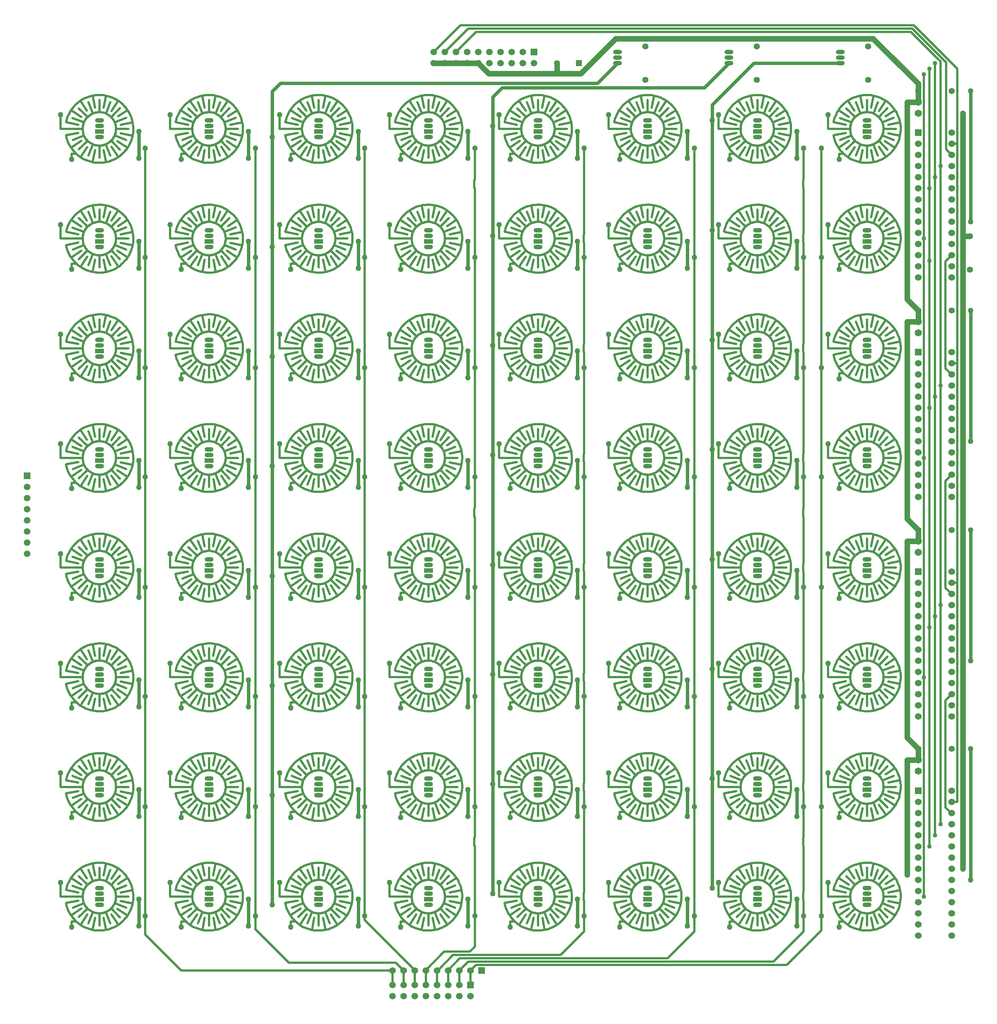
<source format=gbl>
%FSTAX23Y23*%
%MOIN*%
%SFA1B1*%

%IPPOS*%
%ADD12C,0.030000*%
%ADD13C,0.050000*%
%ADD14C,0.020000*%
%ADD15C,0.059000*%
%ADD16R,0.059000X0.059000*%
%ADD17C,0.053000*%
%ADD18R,0.053000X0.053000*%
%ADD19C,0.050000*%
%ADD20O,0.080000X0.040000*%
%ADD21R,0.080000X0.040000*%
%ADD22C,0.055000*%
%ADD23O,0.079000X0.039000*%
%ADD24O,0.079000X0.039000*%
%ADD25C,0.060000*%
%ADD26R,0.060000X0.060000*%
%ADD27R,0.059000X0.059000*%
%ADD28R,0.060000X0.060000*%
%ADD29C,0.065000*%
%ADD30C,0.040000*%
%ADD31R,0.010000X0.010000*%
%LNchronomepcbv2_2-1*%
%LPD*%
G54D12*
X08675Y11205D02*
X0945D01*
X083Y1083D02*
X08675Y11205D01*
X083Y038D02*
Y1083D01*
X0823Y10985D02*
X0845Y11205D01*
X0727Y11025D02*
X0745Y11205D01*
X04425Y11025D02*
X0727D01*
X0435Y1095D02*
X04425Y11025D01*
X06415Y10985D02*
X0823D01*
X06331Y10901D02*
X06415Y10985D01*
X05123Y0346D02*
Y037D01*
X0906Y0346D02*
Y037D01*
X08076Y0346D02*
Y037D01*
X07091Y0346D02*
Y037D01*
X04139Y0346D02*
Y037D01*
X03154Y0346D02*
Y037D01*
Y04444D02*
Y04684D01*
X04139Y04444D02*
Y04684D01*
X05123Y04444D02*
Y04684D01*
X06107Y04444D02*
Y04684D01*
X07091Y04444D02*
Y04684D01*
X08076Y04444D02*
Y04684D01*
X0906Y04444D02*
Y04684D01*
Y05429D02*
Y05669D01*
X08076Y05429D02*
Y05669D01*
X07091Y05429D02*
Y05669D01*
X06107Y05429D02*
Y05669D01*
X05123Y05429D02*
Y05669D01*
X04139Y05429D02*
Y05669D01*
X03154Y05429D02*
Y05669D01*
Y06413D02*
Y06653D01*
X04139Y06413D02*
Y06653D01*
X05123Y06413D02*
Y06653D01*
X06107Y06413D02*
Y06653D01*
X07091Y06413D02*
Y06653D01*
X08076Y06413D02*
Y06653D01*
X0906Y06413D02*
Y06653D01*
Y07397D02*
Y07637D01*
X08076Y07397D02*
Y07637D01*
X07091Y07397D02*
Y07637D01*
X06107Y07397D02*
Y07637D01*
X05123Y07397D02*
Y07637D01*
X04139Y07397D02*
Y07637D01*
X03154Y07397D02*
Y07637D01*
Y08381D02*
Y08621D01*
X04139Y08381D02*
Y08621D01*
X05123Y08381D02*
Y08621D01*
X06107Y08381D02*
Y08621D01*
X07091Y08381D02*
Y08621D01*
X08076Y08381D02*
Y08621D01*
X0906Y08381D02*
Y08621D01*
Y09366D02*
Y09606D01*
X08076Y09366D02*
Y09606D01*
X07091Y09366D02*
Y09606D01*
X06107Y09366D02*
Y09606D01*
X05123Y09366D02*
Y09606D01*
X04139Y09366D02*
Y09606D01*
X03154Y09366D02*
Y09606D01*
Y1035D02*
Y1059D01*
X04139Y1035D02*
Y1059D01*
X05123Y1035D02*
Y1059D01*
X06107Y1035D02*
Y1059D01*
X07091Y1035D02*
Y1059D01*
X08076Y1035D02*
Y1059D01*
X0906Y1035D02*
Y1059D01*
X0435Y0365D02*
Y1095D01*
X06331Y0375D02*
Y10901D01*
X1055Y09905D02*
D01*
Y08785D02*
Y0879D01*
X1062Y0978D02*
Y10955D01*
Y0781D02*
Y08985D01*
Y0584D02*
Y07015D01*
Y03875D02*
Y0505D01*
X06107Y0346D02*
Y037D01*
G54D13*
X06295Y1111D02*
X0712D01*
X06907Y11118D02*
Y11205D01*
X0712Y1111D02*
X07435Y11425D01*
X0629Y11115D02*
X06295D01*
X062Y11205D02*
X0629Y11115D01*
X061Y11205D02*
X062D01*
X06D02*
X061D01*
X059D02*
X06D01*
X058D02*
X059D01*
X07435Y11425D02*
X09745D01*
X1015Y1102*
Y1098D02*
Y1102D01*
X1055Y09905D02*
Y10755D01*
Y0791D02*
Y08785D01*
Y0594D02*
Y06814D01*
X1005Y10855D02*
X1015D01*
X1005Y09085D02*
X1015Y08985D01*
Y08885D02*
Y08985D01*
X1005Y08885D02*
X1015D01*
Y0495D02*
Y0505D01*
X1005Y0495D02*
X1015D01*
X1005Y0392D02*
Y0495D01*
X1015Y10855D02*
Y10955D01*
Y06915D02*
Y07015D01*
X1005Y07115D02*
X1015Y07015D01*
X1005Y07115D02*
Y08885D01*
Y09085D02*
Y09825D01*
Y10855*
Y0515D02*
X1015Y0505D01*
X1005Y0515D02*
Y06915D01*
X1015*
X1055Y0965D02*
Y0879D01*
Y0485D02*
Y0594D01*
Y03975D02*
Y0485D01*
Y06814D02*
Y0791D01*
Y0965D02*
Y09885D01*
Y0965D02*
X10615D01*
G54D14*
X0969Y03875D02*
D01*
X09679Y03874*
X09669Y03873*
X09658Y03871*
X09648Y03869*
X09638Y03865*
X09628Y03862*
X09619Y03857*
X0961Y03852*
X09601Y03846*
X09593Y03839*
X09585Y03832*
X09578Y03825*
X09571Y03817*
X09565Y03808*
X0956Y038*
X09555Y0379*
X0955Y03781*
X09547Y03771*
X09544Y03761*
X09542Y03751*
X0954Y0374*
X0954Y0373*
X0954Y03725*
X0984D02*
D01*
X09839Y03735*
X09838Y03745*
X09836Y03756*
X09834Y03766*
X0983Y03776*
X09827Y03786*
X09822Y03795*
X09817Y03804*
X09811Y03813*
X09804Y03821*
X09797Y03829*
X0979Y03836*
X09782Y03843*
X09773Y03849*
X09765Y03854*
X09755Y03859*
X09746Y03864*
X09736Y03867*
X09726Y0387*
X09716Y03872*
X09705Y03874*
X09695Y03874*
X0969Y03875*
X08706D02*
D01*
X08695Y03874*
X08685Y03873*
X08674Y03871*
X08664Y03869*
X08654Y03865*
X08644Y03862*
X08635Y03857*
X08626Y03852*
X08617Y03846*
X08609Y03839*
X08601Y03832*
X08594Y03825*
X08587Y03817*
X08581Y03808*
X08576Y038*
X08571Y0379*
X08566Y03781*
X08563Y03771*
X0856Y03761*
X08558Y03751*
X08556Y0374*
X08556Y0373*
X08556Y03725*
X08856D02*
D01*
X08855Y03735*
X08854Y03745*
X08852Y03756*
X0885Y03766*
X08846Y03776*
X08843Y03786*
X08838Y03795*
X08833Y03804*
X08827Y03813*
X0882Y03821*
X08813Y03829*
X08806Y03836*
X08798Y03843*
X08789Y03849*
X08781Y03854*
X08771Y03859*
X08762Y03864*
X08752Y03867*
X08742Y0387*
X08732Y03872*
X08721Y03874*
X08711Y03874*
X08706Y03875*
X0969Y03575D02*
D01*
X097Y03575*
X0971Y03576*
X09721Y03578*
X09731Y0358*
X09741Y03584*
X09751Y03587*
X0976Y03592*
X09769Y03597*
X09778Y03603*
X09786Y0361*
X09794Y03617*
X09801Y03624*
X09808Y03632*
X09814Y03641*
X09819Y0365*
X09824Y03659*
X09829Y03668*
X09832Y03678*
X09835Y03688*
X09837Y03698*
X09839Y03709*
X09839Y03719*
X0984Y03725*
X0954D02*
D01*
X0954Y03714*
X09541Y03704*
X09543Y03693*
X09545Y03683*
X09549Y03673*
X09552Y03663*
X09557Y03654*
X09562Y03645*
X09568Y03636*
X09575Y03628*
X09582Y0362*
X09589Y03613*
X09597Y03606*
X09606Y036*
X09615Y03595*
X09624Y0359*
X09633Y03585*
X09643Y03582*
X09653Y03579*
X09663Y03577*
X09674Y03575*
X09684Y03575*
X0969Y03575*
X08706D02*
D01*
X08716Y03575*
X08726Y03576*
X08737Y03578*
X08747Y0358*
X08757Y03584*
X08767Y03587*
X08776Y03592*
X08785Y03597*
X08794Y03603*
X08802Y0361*
X0881Y03617*
X08817Y03624*
X08824Y03632*
X0883Y03641*
X08835Y0365*
X0884Y03659*
X08845Y03668*
X08848Y03678*
X08851Y03688*
X08853Y03698*
X08855Y03709*
X08855Y03719*
X08856Y03725*
X08556D02*
D01*
X08556Y03714*
X08557Y03704*
X08559Y03693*
X08561Y03683*
X08565Y03673*
X08568Y03663*
X08573Y03654*
X08578Y03645*
X08584Y03636*
X08591Y03628*
X08598Y0362*
X08605Y03613*
X08613Y03606*
X08622Y036*
X08631Y03595*
X0864Y0359*
X08649Y03585*
X08659Y03582*
X08669Y03579*
X08679Y03577*
X0869Y03575*
X087Y03575*
X08706Y03575*
X07721Y03875D02*
D01*
X0771Y03874*
X077Y03873*
X07689Y03871*
X07679Y03869*
X07669Y03865*
X07659Y03862*
X0765Y03857*
X07641Y03852*
X07632Y03846*
X07624Y03839*
X07616Y03832*
X07609Y03825*
X07602Y03817*
X07596Y03808*
X07591Y038*
X07586Y0379*
X07581Y03781*
X07578Y03771*
X07575Y03761*
X07573Y03751*
X07571Y0374*
X07571Y0373*
X07571Y03725*
X07871D02*
D01*
X0787Y03735*
X07869Y03745*
X07867Y03756*
X07865Y03766*
X07861Y03776*
X07858Y03786*
X07853Y03795*
X07848Y03804*
X07842Y03813*
X07835Y03821*
X07828Y03829*
X07821Y03836*
X07813Y03843*
X07804Y03849*
X07796Y03854*
X07786Y03859*
X07777Y03864*
X07767Y03867*
X07757Y0387*
X07747Y03872*
X07736Y03874*
X07726Y03874*
X07721Y03875*
Y03575D02*
D01*
X07731Y03575*
X07741Y03576*
X07752Y03578*
X07762Y0358*
X07772Y03584*
X07782Y03587*
X07791Y03592*
X078Y03597*
X07809Y03603*
X07817Y0361*
X07825Y03617*
X07832Y03624*
X07839Y03632*
X07845Y03641*
X0785Y0365*
X07855Y03659*
X0786Y03668*
X07863Y03678*
X07866Y03688*
X07868Y03698*
X0787Y03709*
X0787Y03719*
X07871Y03725*
X07571D02*
D01*
X07571Y03714*
X07572Y03704*
X07574Y03693*
X07576Y03683*
X0758Y03673*
X07583Y03663*
X07588Y03654*
X07593Y03645*
X07599Y03636*
X07606Y03628*
X07613Y0362*
X0762Y03613*
X07628Y03606*
X07637Y036*
X07646Y03595*
X07655Y0359*
X07664Y03585*
X07674Y03582*
X07684Y03579*
X07694Y03577*
X07705Y03575*
X07715Y03575*
X07721Y03575*
X06737Y03875D02*
D01*
X06726Y03874*
X06716Y03873*
X06705Y03871*
X06695Y03869*
X06685Y03865*
X06675Y03862*
X06666Y03857*
X06657Y03852*
X06648Y03846*
X0664Y03839*
X06632Y03832*
X06625Y03825*
X06618Y03817*
X06612Y03808*
X06607Y038*
X06602Y0379*
X06597Y03781*
X06594Y03771*
X06591Y03761*
X06589Y03751*
X06587Y0374*
X06587Y0373*
X06587Y03725*
X06887D02*
D01*
X06886Y03735*
X06885Y03745*
X06883Y03756*
X06881Y03766*
X06877Y03776*
X06874Y03786*
X06869Y03795*
X06864Y03804*
X06858Y03813*
X06851Y03821*
X06844Y03829*
X06837Y03836*
X06829Y03843*
X0682Y03849*
X06812Y03854*
X06802Y03859*
X06793Y03864*
X06783Y03867*
X06773Y0387*
X06763Y03872*
X06752Y03874*
X06742Y03874*
X06737Y03875*
Y03575D02*
D01*
X06747Y03575*
X06757Y03576*
X06768Y03578*
X06778Y0358*
X06788Y03584*
X06798Y03587*
X06807Y03592*
X06816Y03597*
X06825Y03603*
X06833Y0361*
X06841Y03617*
X06848Y03624*
X06855Y03632*
X06861Y03641*
X06866Y0365*
X06871Y03659*
X06876Y03668*
X06879Y03678*
X06882Y03688*
X06884Y03698*
X06886Y03709*
X06886Y03719*
X06887Y03725*
X06587D02*
D01*
X06587Y03714*
X06588Y03704*
X0659Y03693*
X06592Y03683*
X06596Y03673*
X06599Y03663*
X06604Y03654*
X06609Y03645*
X06615Y03636*
X06622Y03628*
X06629Y0362*
X06636Y03613*
X06644Y03606*
X06653Y036*
X06662Y03595*
X06671Y0359*
X0668Y03585*
X0669Y03582*
X067Y03579*
X0671Y03577*
X06721Y03575*
X06731Y03575*
X06737Y03575*
X04769Y03875D02*
D01*
X04758Y03874*
X04748Y03873*
X04737Y03871*
X04727Y03869*
X04717Y03865*
X04707Y03862*
X04698Y03857*
X04689Y03852*
X0468Y03846*
X04672Y03839*
X04664Y03832*
X04657Y03825*
X0465Y03817*
X04644Y03808*
X04639Y038*
X04634Y0379*
X04629Y03781*
X04626Y03771*
X04623Y03761*
X04621Y03751*
X04619Y0374*
X04619Y0373*
X04619Y03725*
X04919D02*
D01*
X04918Y03735*
X04917Y03745*
X04915Y03756*
X04913Y03766*
X04909Y03776*
X04906Y03786*
X04901Y03795*
X04896Y03804*
X0489Y03813*
X04883Y03821*
X04876Y03829*
X04869Y03836*
X04861Y03843*
X04852Y03849*
X04844Y03854*
X04834Y03859*
X04825Y03864*
X04815Y03867*
X04805Y0387*
X04795Y03872*
X04784Y03874*
X04774Y03874*
X04769Y03875*
X05753D02*
D01*
X05742Y03874*
X05732Y03873*
X05721Y03871*
X05711Y03869*
X05701Y03865*
X05691Y03862*
X05682Y03857*
X05673Y03852*
X05664Y03846*
X05656Y03839*
X05648Y03832*
X05641Y03825*
X05634Y03817*
X05628Y03808*
X05623Y038*
X05618Y0379*
X05613Y03781*
X0561Y03771*
X05607Y03761*
X05605Y03751*
X05603Y0374*
X05603Y0373*
X05603Y03725*
X05903D02*
D01*
X05902Y03735*
X05901Y03745*
X05899Y03756*
X05897Y03766*
X05893Y03776*
X0589Y03786*
X05885Y03795*
X0588Y03804*
X05874Y03813*
X05867Y03821*
X0586Y03829*
X05853Y03836*
X05845Y03843*
X05836Y03849*
X05828Y03854*
X05818Y03859*
X05809Y03864*
X05799Y03867*
X05789Y0387*
X05779Y03872*
X05768Y03874*
X05758Y03874*
X05753Y03875*
Y03575D02*
D01*
X05763Y03575*
X05773Y03576*
X05784Y03578*
X05794Y0358*
X05804Y03584*
X05814Y03587*
X05823Y03592*
X05832Y03597*
X05841Y03603*
X05849Y0361*
X05857Y03617*
X05864Y03624*
X05871Y03632*
X05877Y03641*
X05882Y0365*
X05887Y03659*
X05892Y03668*
X05895Y03678*
X05898Y03688*
X059Y03698*
X05902Y03709*
X05902Y03719*
X05903Y03725*
X05603D02*
D01*
X05603Y03714*
X05604Y03704*
X05606Y03693*
X05608Y03683*
X05612Y03673*
X05615Y03663*
X0562Y03654*
X05625Y03645*
X05631Y03636*
X05638Y03628*
X05645Y0362*
X05652Y03613*
X0566Y03606*
X05669Y036*
X05678Y03595*
X05687Y0359*
X05696Y03585*
X05706Y03582*
X05716Y03579*
X05726Y03577*
X05737Y03575*
X05747Y03575*
X05753Y03575*
X04769D02*
D01*
X04779Y03575*
X04789Y03576*
X048Y03578*
X0481Y0358*
X0482Y03584*
X0483Y03587*
X04839Y03592*
X04848Y03597*
X04857Y03603*
X04865Y0361*
X04873Y03617*
X0488Y03624*
X04887Y03632*
X04893Y03641*
X04898Y0365*
X04903Y03659*
X04908Y03668*
X04911Y03678*
X04914Y03688*
X04916Y03698*
X04918Y03709*
X04918Y03719*
X04919Y03725*
X04619D02*
D01*
X04619Y03714*
X0462Y03704*
X04622Y03693*
X04624Y03683*
X04628Y03673*
X04631Y03663*
X04636Y03654*
X04641Y03645*
X04647Y03636*
X04654Y03628*
X04661Y0362*
X04668Y03613*
X04676Y03606*
X04685Y036*
X04694Y03595*
X04703Y0359*
X04712Y03585*
X04722Y03582*
X04732Y03579*
X04742Y03577*
X04753Y03575*
X04763Y03575*
X04769Y03575*
X03784Y03875D02*
D01*
X03773Y03874*
X03763Y03873*
X03752Y03871*
X03742Y03869*
X03732Y03865*
X03722Y03862*
X03713Y03857*
X03704Y03852*
X03695Y03846*
X03687Y03839*
X03679Y03832*
X03672Y03825*
X03665Y03817*
X03659Y03808*
X03654Y038*
X03649Y0379*
X03644Y03781*
X03641Y03771*
X03638Y03761*
X03636Y03751*
X03634Y0374*
X03634Y0373*
X03634Y03725*
X03934D02*
D01*
X03933Y03735*
X03932Y03745*
X0393Y03756*
X03928Y03766*
X03924Y03776*
X03921Y03786*
X03916Y03795*
X03911Y03804*
X03905Y03813*
X03898Y03821*
X03891Y03829*
X03884Y03836*
X03876Y03843*
X03867Y03849*
X03859Y03854*
X03849Y03859*
X0384Y03864*
X0383Y03867*
X0382Y0387*
X0381Y03872*
X03799Y03874*
X03789Y03874*
X03784Y03875*
Y03575D02*
D01*
X03794Y03575*
X03804Y03576*
X03815Y03578*
X03825Y0358*
X03835Y03584*
X03845Y03587*
X03854Y03592*
X03863Y03597*
X03872Y03603*
X0388Y0361*
X03888Y03617*
X03895Y03624*
X03902Y03632*
X03908Y03641*
X03913Y0365*
X03918Y03659*
X03923Y03668*
X03926Y03678*
X03929Y03688*
X03931Y03698*
X03933Y03709*
X03933Y03719*
X03934Y03725*
X03634D02*
D01*
X03634Y03714*
X03635Y03704*
X03637Y03693*
X03639Y03683*
X03643Y03673*
X03646Y03663*
X03651Y03654*
X03656Y03645*
X03662Y03636*
X03669Y03628*
X03676Y0362*
X03683Y03613*
X03691Y03606*
X037Y036*
X03709Y03595*
X03718Y0359*
X03727Y03585*
X03737Y03582*
X03747Y03579*
X03757Y03577*
X03768Y03575*
X03778Y03575*
X03784Y03575*
X028Y03875D02*
D01*
X02789Y03874*
X02779Y03873*
X02768Y03871*
X02758Y03869*
X02748Y03865*
X02738Y03862*
X02729Y03857*
X0272Y03852*
X02711Y03846*
X02703Y03839*
X02695Y03832*
X02688Y03825*
X02681Y03817*
X02675Y03808*
X0267Y038*
X02665Y0379*
X0266Y03781*
X02657Y03771*
X02654Y03761*
X02652Y03751*
X0265Y0374*
X0265Y0373*
X0265Y03725*
X0295D02*
D01*
X02949Y03735*
X02948Y03745*
X02946Y03756*
X02944Y03766*
X0294Y03776*
X02937Y03786*
X02932Y03795*
X02927Y03804*
X02921Y03813*
X02914Y03821*
X02907Y03829*
X029Y03836*
X02892Y03843*
X02883Y03849*
X02875Y03854*
X02865Y03859*
X02856Y03864*
X02846Y03867*
X02836Y0387*
X02826Y03872*
X02815Y03874*
X02805Y03874*
X028Y03875*
Y03575D02*
D01*
X0281Y03575*
X0282Y03576*
X02831Y03578*
X02841Y0358*
X02851Y03584*
X02861Y03587*
X0287Y03592*
X02879Y03597*
X02888Y03603*
X02896Y0361*
X02904Y03617*
X02911Y03624*
X02918Y03632*
X02924Y03641*
X02929Y0365*
X02934Y03659*
X02939Y03668*
X02942Y03678*
X02945Y03688*
X02947Y03698*
X02949Y03709*
X02949Y03719*
X0295Y03725*
X0265D02*
D01*
X0265Y03714*
X02651Y03704*
X02653Y03693*
X02655Y03683*
X02659Y03673*
X02662Y03663*
X02667Y03654*
X02672Y03645*
X02678Y03636*
X02685Y03628*
X02692Y0362*
X02699Y03613*
X02707Y03606*
X02716Y036*
X02725Y03595*
X02734Y0359*
X02743Y03585*
X02753Y03582*
X02763Y03579*
X02773Y03577*
X02784Y03575*
X02794Y03575*
X028Y03575*
X0969Y04859D02*
D01*
X09679Y04858*
X09669Y04857*
X09658Y04855*
X09648Y04853*
X09638Y04849*
X09628Y04846*
X09619Y04841*
X0961Y04836*
X09601Y0483*
X09593Y04823*
X09585Y04816*
X09578Y04809*
X09571Y04801*
X09565Y04792*
X0956Y04784*
X09555Y04774*
X0955Y04765*
X09547Y04755*
X09544Y04745*
X09542Y04735*
X0954Y04724*
X0954Y04714*
X0954Y04709*
X0984D02*
D01*
X09839Y04719*
X09838Y04729*
X09836Y0474*
X09834Y0475*
X0983Y0476*
X09827Y0477*
X09822Y04779*
X09817Y04788*
X09811Y04797*
X09804Y04805*
X09797Y04813*
X0979Y0482*
X09782Y04827*
X09773Y04833*
X09765Y04838*
X09755Y04843*
X09746Y04848*
X09736Y04851*
X09726Y04854*
X09716Y04856*
X09705Y04858*
X09695Y04858*
X0969Y04859*
X08706D02*
D01*
X08695Y04858*
X08685Y04857*
X08674Y04855*
X08664Y04853*
X08654Y04849*
X08644Y04846*
X08635Y04841*
X08626Y04836*
X08617Y0483*
X08609Y04823*
X08601Y04816*
X08594Y04809*
X08587Y04801*
X08581Y04792*
X08576Y04784*
X08571Y04774*
X08566Y04765*
X08563Y04755*
X0856Y04745*
X08558Y04735*
X08556Y04724*
X08556Y04714*
X08556Y04709*
X08856D02*
D01*
X08855Y04719*
X08854Y04729*
X08852Y0474*
X0885Y0475*
X08846Y0476*
X08843Y0477*
X08838Y04779*
X08833Y04788*
X08827Y04797*
X0882Y04805*
X08813Y04813*
X08806Y0482*
X08798Y04827*
X08789Y04833*
X08781Y04838*
X08771Y04843*
X08762Y04848*
X08752Y04851*
X08742Y04854*
X08732Y04856*
X08721Y04858*
X08711Y04858*
X08706Y04859*
X0969Y04559D02*
D01*
X097Y04559*
X0971Y0456*
X09721Y04562*
X09731Y04564*
X09741Y04568*
X09751Y04571*
X0976Y04576*
X09769Y04581*
X09778Y04587*
X09786Y04594*
X09794Y04601*
X09801Y04608*
X09808Y04616*
X09814Y04625*
X09819Y04634*
X09824Y04643*
X09829Y04652*
X09832Y04662*
X09835Y04672*
X09837Y04682*
X09839Y04693*
X09839Y04703*
X0984Y04709*
X0954D02*
D01*
X0954Y04698*
X09541Y04688*
X09543Y04677*
X09545Y04667*
X09549Y04657*
X09552Y04647*
X09557Y04638*
X09562Y04629*
X09568Y0462*
X09575Y04612*
X09582Y04604*
X09589Y04597*
X09597Y0459*
X09606Y04584*
X09615Y04579*
X09624Y04574*
X09633Y04569*
X09643Y04566*
X09653Y04563*
X09663Y04561*
X09674Y04559*
X09684Y04559*
X0969Y04559*
X08706D02*
D01*
X08716Y04559*
X08726Y0456*
X08737Y04562*
X08747Y04564*
X08757Y04568*
X08767Y04571*
X08776Y04576*
X08785Y04581*
X08794Y04587*
X08802Y04594*
X0881Y04601*
X08817Y04608*
X08824Y04616*
X0883Y04625*
X08835Y04634*
X0884Y04643*
X08845Y04652*
X08848Y04662*
X08851Y04672*
X08853Y04682*
X08855Y04693*
X08855Y04703*
X08856Y04709*
X08556D02*
D01*
X08556Y04698*
X08557Y04688*
X08559Y04677*
X08561Y04667*
X08565Y04657*
X08568Y04647*
X08573Y04638*
X08578Y04629*
X08584Y0462*
X08591Y04612*
X08598Y04604*
X08605Y04597*
X08613Y0459*
X08622Y04584*
X08631Y04579*
X0864Y04574*
X08649Y04569*
X08659Y04566*
X08669Y04563*
X08679Y04561*
X0869Y04559*
X087Y04559*
X08706Y04559*
X07721Y04859D02*
D01*
X0771Y04858*
X077Y04857*
X07689Y04855*
X07679Y04853*
X07669Y04849*
X07659Y04846*
X0765Y04841*
X07641Y04836*
X07632Y0483*
X07624Y04823*
X07616Y04816*
X07609Y04809*
X07602Y04801*
X07596Y04792*
X07591Y04784*
X07586Y04774*
X07581Y04765*
X07578Y04755*
X07575Y04745*
X07573Y04735*
X07571Y04724*
X07571Y04714*
X07571Y04709*
X07871D02*
D01*
X0787Y04719*
X07869Y04729*
X07867Y0474*
X07865Y0475*
X07861Y0476*
X07858Y0477*
X07853Y04779*
X07848Y04788*
X07842Y04797*
X07835Y04805*
X07828Y04813*
X07821Y0482*
X07813Y04827*
X07804Y04833*
X07796Y04838*
X07786Y04843*
X07777Y04848*
X07767Y04851*
X07757Y04854*
X07747Y04856*
X07736Y04858*
X07726Y04858*
X07721Y04859*
Y04559D02*
D01*
X07731Y04559*
X07741Y0456*
X07752Y04562*
X07762Y04564*
X07772Y04568*
X07782Y04571*
X07791Y04576*
X078Y04581*
X07809Y04587*
X07817Y04594*
X07825Y04601*
X07832Y04608*
X07839Y04616*
X07845Y04625*
X0785Y04634*
X07855Y04643*
X0786Y04652*
X07863Y04662*
X07866Y04672*
X07868Y04682*
X0787Y04693*
X0787Y04703*
X07871Y04709*
X07571D02*
D01*
X07571Y04698*
X07572Y04688*
X07574Y04677*
X07576Y04667*
X0758Y04657*
X07583Y04647*
X07588Y04638*
X07593Y04629*
X07599Y0462*
X07606Y04612*
X07613Y04604*
X0762Y04597*
X07628Y0459*
X07637Y04584*
X07646Y04579*
X07655Y04574*
X07664Y04569*
X07674Y04566*
X07684Y04563*
X07694Y04561*
X07705Y04559*
X07715Y04559*
X07721Y04559*
X06737Y04859D02*
D01*
X06726Y04858*
X06716Y04857*
X06705Y04855*
X06695Y04853*
X06685Y04849*
X06675Y04846*
X06666Y04841*
X06657Y04836*
X06648Y0483*
X0664Y04823*
X06632Y04816*
X06625Y04809*
X06618Y04801*
X06612Y04792*
X06607Y04784*
X06602Y04774*
X06597Y04765*
X06594Y04755*
X06591Y04745*
X06589Y04735*
X06587Y04724*
X06587Y04714*
X06587Y04709*
X06887D02*
D01*
X06886Y04719*
X06885Y04729*
X06883Y0474*
X06881Y0475*
X06877Y0476*
X06874Y0477*
X06869Y04779*
X06864Y04788*
X06858Y04797*
X06851Y04805*
X06844Y04813*
X06837Y0482*
X06829Y04827*
X0682Y04833*
X06812Y04838*
X06802Y04843*
X06793Y04848*
X06783Y04851*
X06773Y04854*
X06763Y04856*
X06752Y04858*
X06742Y04858*
X06737Y04859*
Y04559D02*
D01*
X06747Y04559*
X06757Y0456*
X06768Y04562*
X06778Y04564*
X06788Y04568*
X06798Y04571*
X06807Y04576*
X06816Y04581*
X06825Y04587*
X06833Y04594*
X06841Y04601*
X06848Y04608*
X06855Y04616*
X06861Y04625*
X06866Y04634*
X06871Y04643*
X06876Y04652*
X06879Y04662*
X06882Y04672*
X06884Y04682*
X06886Y04693*
X06886Y04703*
X06887Y04709*
X06587D02*
D01*
X06587Y04698*
X06588Y04688*
X0659Y04677*
X06592Y04667*
X06596Y04657*
X06599Y04647*
X06604Y04638*
X06609Y04629*
X06615Y0462*
X06622Y04612*
X06629Y04604*
X06636Y04597*
X06644Y0459*
X06653Y04584*
X06662Y04579*
X06671Y04574*
X0668Y04569*
X0669Y04566*
X067Y04563*
X0671Y04561*
X06721Y04559*
X06731Y04559*
X06737Y04559*
X05753Y04859D02*
D01*
X05742Y04858*
X05732Y04857*
X05721Y04855*
X05711Y04853*
X05701Y04849*
X05691Y04846*
X05682Y04841*
X05673Y04836*
X05664Y0483*
X05656Y04823*
X05648Y04816*
X05641Y04809*
X05634Y04801*
X05628Y04792*
X05623Y04784*
X05618Y04774*
X05613Y04765*
X0561Y04755*
X05607Y04745*
X05605Y04735*
X05603Y04724*
X05603Y04714*
X05603Y04709*
X05903D02*
D01*
X05902Y04719*
X05901Y04729*
X05899Y0474*
X05897Y0475*
X05893Y0476*
X0589Y0477*
X05885Y04779*
X0588Y04788*
X05874Y04797*
X05867Y04805*
X0586Y04813*
X05853Y0482*
X05845Y04827*
X05836Y04833*
X05828Y04838*
X05818Y04843*
X05809Y04848*
X05799Y04851*
X05789Y04854*
X05779Y04856*
X05768Y04858*
X05758Y04858*
X05753Y04859*
X04769D02*
D01*
X04758Y04858*
X04748Y04857*
X04737Y04855*
X04727Y04853*
X04717Y04849*
X04707Y04846*
X04698Y04841*
X04689Y04836*
X0468Y0483*
X04672Y04823*
X04664Y04816*
X04657Y04809*
X0465Y04801*
X04644Y04792*
X04639Y04784*
X04634Y04774*
X04629Y04765*
X04626Y04755*
X04623Y04745*
X04621Y04735*
X04619Y04724*
X04619Y04714*
X04619Y04709*
X04919D02*
D01*
X04918Y04719*
X04917Y04729*
X04915Y0474*
X04913Y0475*
X04909Y0476*
X04906Y0477*
X04901Y04779*
X04896Y04788*
X0489Y04797*
X04883Y04805*
X04876Y04813*
X04869Y0482*
X04861Y04827*
X04852Y04833*
X04844Y04838*
X04834Y04843*
X04825Y04848*
X04815Y04851*
X04805Y04854*
X04795Y04856*
X04784Y04858*
X04774Y04858*
X04769Y04859*
X05753Y04559D02*
D01*
X05763Y04559*
X05773Y0456*
X05784Y04562*
X05794Y04564*
X05804Y04568*
X05814Y04571*
X05823Y04576*
X05832Y04581*
X05841Y04587*
X05849Y04594*
X05857Y04601*
X05864Y04608*
X05871Y04616*
X05877Y04625*
X05882Y04634*
X05887Y04643*
X05892Y04652*
X05895Y04662*
X05898Y04672*
X059Y04682*
X05902Y04693*
X05902Y04703*
X05903Y04709*
X05603D02*
D01*
X05603Y04698*
X05604Y04688*
X05606Y04677*
X05608Y04667*
X05612Y04657*
X05615Y04647*
X0562Y04638*
X05625Y04629*
X05631Y0462*
X05638Y04612*
X05645Y04604*
X05652Y04597*
X0566Y0459*
X05669Y04584*
X05678Y04579*
X05687Y04574*
X05696Y04569*
X05706Y04566*
X05716Y04563*
X05726Y04561*
X05737Y04559*
X05747Y04559*
X05753Y04559*
X04769D02*
D01*
X04779Y04559*
X04789Y0456*
X048Y04562*
X0481Y04564*
X0482Y04568*
X0483Y04571*
X04839Y04576*
X04848Y04581*
X04857Y04587*
X04865Y04594*
X04873Y04601*
X0488Y04608*
X04887Y04616*
X04893Y04625*
X04898Y04634*
X04903Y04643*
X04908Y04652*
X04911Y04662*
X04914Y04672*
X04916Y04682*
X04918Y04693*
X04918Y04703*
X04919Y04709*
X04619D02*
D01*
X04619Y04698*
X0462Y04688*
X04622Y04677*
X04624Y04667*
X04628Y04657*
X04631Y04647*
X04636Y04638*
X04641Y04629*
X04647Y0462*
X04654Y04612*
X04661Y04604*
X04668Y04597*
X04676Y0459*
X04685Y04584*
X04694Y04579*
X04703Y04574*
X04712Y04569*
X04722Y04566*
X04732Y04563*
X04742Y04561*
X04753Y04559*
X04763Y04559*
X04769Y04559*
X03784Y04859D02*
D01*
X03773Y04858*
X03763Y04857*
X03752Y04855*
X03742Y04853*
X03732Y04849*
X03722Y04846*
X03713Y04841*
X03704Y04836*
X03695Y0483*
X03687Y04823*
X03679Y04816*
X03672Y04809*
X03665Y04801*
X03659Y04792*
X03654Y04784*
X03649Y04774*
X03644Y04765*
X03641Y04755*
X03638Y04745*
X03636Y04735*
X03634Y04724*
X03634Y04714*
X03634Y04709*
X03934D02*
D01*
X03933Y04719*
X03932Y04729*
X0393Y0474*
X03928Y0475*
X03924Y0476*
X03921Y0477*
X03916Y04779*
X03911Y04788*
X03905Y04797*
X03898Y04805*
X03891Y04813*
X03884Y0482*
X03876Y04827*
X03867Y04833*
X03859Y04838*
X03849Y04843*
X0384Y04848*
X0383Y04851*
X0382Y04854*
X0381Y04856*
X03799Y04858*
X03789Y04858*
X03784Y04859*
Y04559D02*
D01*
X03794Y04559*
X03804Y0456*
X03815Y04562*
X03825Y04564*
X03835Y04568*
X03845Y04571*
X03854Y04576*
X03863Y04581*
X03872Y04587*
X0388Y04594*
X03888Y04601*
X03895Y04608*
X03902Y04616*
X03908Y04625*
X03913Y04634*
X03918Y04643*
X03923Y04652*
X03926Y04662*
X03929Y04672*
X03931Y04682*
X03933Y04693*
X03933Y04703*
X03934Y04709*
X03634D02*
D01*
X03634Y04698*
X03635Y04688*
X03637Y04677*
X03639Y04667*
X03643Y04657*
X03646Y04647*
X03651Y04638*
X03656Y04629*
X03662Y0462*
X03669Y04612*
X03676Y04604*
X03683Y04597*
X03691Y0459*
X037Y04584*
X03709Y04579*
X03718Y04574*
X03727Y04569*
X03737Y04566*
X03747Y04563*
X03757Y04561*
X03768Y04559*
X03778Y04559*
X03784Y04559*
X028Y04859D02*
D01*
X02789Y04858*
X02779Y04857*
X02768Y04855*
X02758Y04853*
X02748Y04849*
X02738Y04846*
X02729Y04841*
X0272Y04836*
X02711Y0483*
X02703Y04823*
X02695Y04816*
X02688Y04809*
X02681Y04801*
X02675Y04792*
X0267Y04784*
X02665Y04774*
X0266Y04765*
X02657Y04755*
X02654Y04745*
X02652Y04735*
X0265Y04724*
X0265Y04714*
X0265Y04709*
X0295D02*
D01*
X02949Y04719*
X02948Y04729*
X02946Y0474*
X02944Y0475*
X0294Y0476*
X02937Y0477*
X02932Y04779*
X02927Y04788*
X02921Y04797*
X02914Y04805*
X02907Y04813*
X029Y0482*
X02892Y04827*
X02883Y04833*
X02875Y04838*
X02865Y04843*
X02856Y04848*
X02846Y04851*
X02836Y04854*
X02826Y04856*
X02815Y04858*
X02805Y04858*
X028Y04859*
Y04559D02*
D01*
X0281Y04559*
X0282Y0456*
X02831Y04562*
X02841Y04564*
X02851Y04568*
X02861Y04571*
X0287Y04576*
X02879Y04581*
X02888Y04587*
X02896Y04594*
X02904Y04601*
X02911Y04608*
X02918Y04616*
X02924Y04625*
X02929Y04634*
X02934Y04643*
X02939Y04652*
X02942Y04662*
X02945Y04672*
X02947Y04682*
X02949Y04693*
X02949Y04703*
X0295Y04709*
X0265D02*
D01*
X0265Y04698*
X02651Y04688*
X02653Y04677*
X02655Y04667*
X02659Y04657*
X02662Y04647*
X02667Y04638*
X02672Y04629*
X02678Y0462*
X02685Y04612*
X02692Y04604*
X02699Y04597*
X02707Y0459*
X02716Y04584*
X02725Y04579*
X02734Y04574*
X02743Y04569*
X02753Y04566*
X02763Y04563*
X02773Y04561*
X02784Y04559*
X02794Y04559*
X028Y04559*
X0969Y05844D02*
D01*
X09679Y05843*
X09669Y05842*
X09658Y0584*
X09648Y05838*
X09638Y05834*
X09628Y05831*
X09619Y05826*
X0961Y05821*
X09601Y05815*
X09593Y05808*
X09585Y05801*
X09578Y05794*
X09571Y05786*
X09565Y05777*
X0956Y05769*
X09555Y05759*
X0955Y0575*
X09547Y0574*
X09544Y0573*
X09542Y0572*
X0954Y05709*
X0954Y05699*
X0954Y05694*
X0984D02*
D01*
X09839Y05704*
X09838Y05714*
X09836Y05725*
X09834Y05735*
X0983Y05745*
X09827Y05755*
X09822Y05764*
X09817Y05773*
X09811Y05782*
X09804Y0579*
X09797Y05798*
X0979Y05805*
X09782Y05812*
X09773Y05818*
X09765Y05823*
X09755Y05828*
X09746Y05833*
X09736Y05836*
X09726Y05839*
X09716Y05841*
X09705Y05843*
X09695Y05843*
X0969Y05844*
X08706D02*
D01*
X08695Y05843*
X08685Y05842*
X08674Y0584*
X08664Y05838*
X08654Y05834*
X08644Y05831*
X08635Y05826*
X08626Y05821*
X08617Y05815*
X08609Y05808*
X08601Y05801*
X08594Y05794*
X08587Y05786*
X08581Y05777*
X08576Y05769*
X08571Y05759*
X08566Y0575*
X08563Y0574*
X0856Y0573*
X08558Y0572*
X08556Y05709*
X08556Y05699*
X08556Y05694*
X08856D02*
D01*
X08855Y05704*
X08854Y05714*
X08852Y05725*
X0885Y05735*
X08846Y05745*
X08843Y05755*
X08838Y05764*
X08833Y05773*
X08827Y05782*
X0882Y0579*
X08813Y05798*
X08806Y05805*
X08798Y05812*
X08789Y05818*
X08781Y05823*
X08771Y05828*
X08762Y05833*
X08752Y05836*
X08742Y05839*
X08732Y05841*
X08721Y05843*
X08711Y05843*
X08706Y05844*
X0969Y05544D02*
D01*
X097Y05544*
X0971Y05545*
X09721Y05547*
X09731Y05549*
X09741Y05553*
X09751Y05556*
X0976Y05561*
X09769Y05566*
X09778Y05572*
X09786Y05579*
X09794Y05586*
X09801Y05593*
X09808Y05601*
X09814Y0561*
X09819Y05619*
X09824Y05628*
X09829Y05637*
X09832Y05647*
X09835Y05657*
X09837Y05667*
X09839Y05678*
X09839Y05688*
X0984Y05694*
X0954D02*
D01*
X0954Y05683*
X09541Y05673*
X09543Y05662*
X09545Y05652*
X09549Y05642*
X09552Y05632*
X09557Y05623*
X09562Y05614*
X09568Y05605*
X09575Y05597*
X09582Y05589*
X09589Y05582*
X09597Y05575*
X09606Y05569*
X09615Y05564*
X09624Y05559*
X09633Y05554*
X09643Y05551*
X09653Y05548*
X09663Y05546*
X09674Y05544*
X09684Y05544*
X0969Y05544*
X08706D02*
D01*
X08716Y05544*
X08726Y05545*
X08737Y05547*
X08747Y05549*
X08757Y05553*
X08767Y05556*
X08776Y05561*
X08785Y05566*
X08794Y05572*
X08802Y05579*
X0881Y05586*
X08817Y05593*
X08824Y05601*
X0883Y0561*
X08835Y05619*
X0884Y05628*
X08845Y05637*
X08848Y05647*
X08851Y05657*
X08853Y05667*
X08855Y05678*
X08855Y05688*
X08856Y05694*
X08556D02*
D01*
X08556Y05683*
X08557Y05673*
X08559Y05662*
X08561Y05652*
X08565Y05642*
X08568Y05632*
X08573Y05623*
X08578Y05614*
X08584Y05605*
X08591Y05597*
X08598Y05589*
X08605Y05582*
X08613Y05575*
X08622Y05569*
X08631Y05564*
X0864Y05559*
X08649Y05554*
X08659Y05551*
X08669Y05548*
X08679Y05546*
X0869Y05544*
X087Y05544*
X08706Y05544*
X07721Y05844D02*
D01*
X0771Y05843*
X077Y05842*
X07689Y0584*
X07679Y05838*
X07669Y05834*
X07659Y05831*
X0765Y05826*
X07641Y05821*
X07632Y05815*
X07624Y05808*
X07616Y05801*
X07609Y05794*
X07602Y05786*
X07596Y05777*
X07591Y05769*
X07586Y05759*
X07581Y0575*
X07578Y0574*
X07575Y0573*
X07573Y0572*
X07571Y05709*
X07571Y05699*
X07571Y05694*
X07871D02*
D01*
X0787Y05704*
X07869Y05714*
X07867Y05725*
X07865Y05735*
X07861Y05745*
X07858Y05755*
X07853Y05764*
X07848Y05773*
X07842Y05782*
X07835Y0579*
X07828Y05798*
X07821Y05805*
X07813Y05812*
X07804Y05818*
X07796Y05823*
X07786Y05828*
X07777Y05833*
X07767Y05836*
X07757Y05839*
X07747Y05841*
X07736Y05843*
X07726Y05843*
X07721Y05844*
Y05544D02*
D01*
X07731Y05544*
X07741Y05545*
X07752Y05547*
X07762Y05549*
X07772Y05553*
X07782Y05556*
X07791Y05561*
X078Y05566*
X07809Y05572*
X07817Y05579*
X07825Y05586*
X07832Y05593*
X07839Y05601*
X07845Y0561*
X0785Y05619*
X07855Y05628*
X0786Y05637*
X07863Y05647*
X07866Y05657*
X07868Y05667*
X0787Y05678*
X0787Y05688*
X07871Y05694*
X07571D02*
D01*
X07571Y05683*
X07572Y05673*
X07574Y05662*
X07576Y05652*
X0758Y05642*
X07583Y05632*
X07588Y05623*
X07593Y05614*
X07599Y05605*
X07606Y05597*
X07613Y05589*
X0762Y05582*
X07628Y05575*
X07637Y05569*
X07646Y05564*
X07655Y05559*
X07664Y05554*
X07674Y05551*
X07684Y05548*
X07694Y05546*
X07705Y05544*
X07715Y05544*
X07721Y05544*
X06737Y05844D02*
D01*
X06726Y05843*
X06716Y05842*
X06705Y0584*
X06695Y05838*
X06685Y05834*
X06675Y05831*
X06666Y05826*
X06657Y05821*
X06648Y05815*
X0664Y05808*
X06632Y05801*
X06625Y05794*
X06618Y05786*
X06612Y05777*
X06607Y05769*
X06602Y05759*
X06597Y0575*
X06594Y0574*
X06591Y0573*
X06589Y0572*
X06587Y05709*
X06587Y05699*
X06587Y05694*
X06887D02*
D01*
X06886Y05704*
X06885Y05714*
X06883Y05725*
X06881Y05735*
X06877Y05745*
X06874Y05755*
X06869Y05764*
X06864Y05773*
X06858Y05782*
X06851Y0579*
X06844Y05798*
X06837Y05805*
X06829Y05812*
X0682Y05818*
X06812Y05823*
X06802Y05828*
X06793Y05833*
X06783Y05836*
X06773Y05839*
X06763Y05841*
X06752Y05843*
X06742Y05843*
X06737Y05844*
Y05544D02*
D01*
X06747Y05544*
X06757Y05545*
X06768Y05547*
X06778Y05549*
X06788Y05553*
X06798Y05556*
X06807Y05561*
X06816Y05566*
X06825Y05572*
X06833Y05579*
X06841Y05586*
X06848Y05593*
X06855Y05601*
X06861Y0561*
X06866Y05619*
X06871Y05628*
X06876Y05637*
X06879Y05647*
X06882Y05657*
X06884Y05667*
X06886Y05678*
X06886Y05688*
X06887Y05694*
X06587D02*
D01*
X06587Y05683*
X06588Y05673*
X0659Y05662*
X06592Y05652*
X06596Y05642*
X06599Y05632*
X06604Y05623*
X06609Y05614*
X06615Y05605*
X06622Y05597*
X06629Y05589*
X06636Y05582*
X06644Y05575*
X06653Y05569*
X06662Y05564*
X06671Y05559*
X0668Y05554*
X0669Y05551*
X067Y05548*
X0671Y05546*
X06721Y05544*
X06731Y05544*
X06737Y05544*
X04769Y05844D02*
D01*
X04758Y05843*
X04748Y05842*
X04737Y0584*
X04727Y05838*
X04717Y05834*
X04707Y05831*
X04698Y05826*
X04689Y05821*
X0468Y05815*
X04672Y05808*
X04664Y05801*
X04657Y05794*
X0465Y05786*
X04644Y05777*
X04639Y05769*
X04634Y05759*
X04629Y0575*
X04626Y0574*
X04623Y0573*
X04621Y0572*
X04619Y05709*
X04619Y05699*
X04619Y05694*
X04919D02*
D01*
X04918Y05704*
X04917Y05714*
X04915Y05725*
X04913Y05735*
X04909Y05745*
X04906Y05755*
X04901Y05764*
X04896Y05773*
X0489Y05782*
X04883Y0579*
X04876Y05798*
X04869Y05805*
X04861Y05812*
X04852Y05818*
X04844Y05823*
X04834Y05828*
X04825Y05833*
X04815Y05836*
X04805Y05839*
X04795Y05841*
X04784Y05843*
X04774Y05843*
X04769Y05844*
X05753D02*
D01*
X05742Y05843*
X05732Y05842*
X05721Y0584*
X05711Y05838*
X05701Y05834*
X05691Y05831*
X05682Y05826*
X05673Y05821*
X05664Y05815*
X05656Y05808*
X05648Y05801*
X05641Y05794*
X05634Y05786*
X05628Y05777*
X05623Y05769*
X05618Y05759*
X05613Y0575*
X0561Y0574*
X05607Y0573*
X05605Y0572*
X05603Y05709*
X05603Y05699*
X05603Y05694*
X05903D02*
D01*
X05902Y05704*
X05901Y05714*
X05899Y05725*
X05897Y05735*
X05893Y05745*
X0589Y05755*
X05885Y05764*
X0588Y05773*
X05874Y05782*
X05867Y0579*
X0586Y05798*
X05853Y05805*
X05845Y05812*
X05836Y05818*
X05828Y05823*
X05818Y05828*
X05809Y05833*
X05799Y05836*
X05789Y05839*
X05779Y05841*
X05768Y05843*
X05758Y05843*
X05753Y05844*
Y05544D02*
D01*
X05763Y05544*
X05773Y05545*
X05784Y05547*
X05794Y05549*
X05804Y05553*
X05814Y05556*
X05823Y05561*
X05832Y05566*
X05841Y05572*
X05849Y05579*
X05857Y05586*
X05864Y05593*
X05871Y05601*
X05877Y0561*
X05882Y05619*
X05887Y05628*
X05892Y05637*
X05895Y05647*
X05898Y05657*
X059Y05667*
X05902Y05678*
X05902Y05688*
X05903Y05694*
X05603D02*
D01*
X05603Y05683*
X05604Y05673*
X05606Y05662*
X05608Y05652*
X05612Y05642*
X05615Y05632*
X0562Y05623*
X05625Y05614*
X05631Y05605*
X05638Y05597*
X05645Y05589*
X05652Y05582*
X0566Y05575*
X05669Y05569*
X05678Y05564*
X05687Y05559*
X05696Y05554*
X05706Y05551*
X05716Y05548*
X05726Y05546*
X05737Y05544*
X05747Y05544*
X05753Y05544*
X04769D02*
D01*
X04779Y05544*
X04789Y05545*
X048Y05547*
X0481Y05549*
X0482Y05553*
X0483Y05556*
X04839Y05561*
X04848Y05566*
X04857Y05572*
X04865Y05579*
X04873Y05586*
X0488Y05593*
X04887Y05601*
X04893Y0561*
X04898Y05619*
X04903Y05628*
X04908Y05637*
X04911Y05647*
X04914Y05657*
X04916Y05667*
X04918Y05678*
X04918Y05688*
X04919Y05694*
X04619D02*
D01*
X04619Y05683*
X0462Y05673*
X04622Y05662*
X04624Y05652*
X04628Y05642*
X04631Y05632*
X04636Y05623*
X04641Y05614*
X04647Y05605*
X04654Y05597*
X04661Y05589*
X04668Y05582*
X04676Y05575*
X04685Y05569*
X04694Y05564*
X04703Y05559*
X04712Y05554*
X04722Y05551*
X04732Y05548*
X04742Y05546*
X04753Y05544*
X04763Y05544*
X04769Y05544*
X03784Y05844D02*
D01*
X03773Y05843*
X03763Y05842*
X03752Y0584*
X03742Y05838*
X03732Y05834*
X03722Y05831*
X03713Y05826*
X03704Y05821*
X03695Y05815*
X03687Y05808*
X03679Y05801*
X03672Y05794*
X03665Y05786*
X03659Y05777*
X03654Y05769*
X03649Y05759*
X03644Y0575*
X03641Y0574*
X03638Y0573*
X03636Y0572*
X03634Y05709*
X03634Y05699*
X03634Y05694*
X03934D02*
D01*
X03933Y05704*
X03932Y05714*
X0393Y05725*
X03928Y05735*
X03924Y05745*
X03921Y05755*
X03916Y05764*
X03911Y05773*
X03905Y05782*
X03898Y0579*
X03891Y05798*
X03884Y05805*
X03876Y05812*
X03867Y05818*
X03859Y05823*
X03849Y05828*
X0384Y05833*
X0383Y05836*
X0382Y05839*
X0381Y05841*
X03799Y05843*
X03789Y05843*
X03784Y05844*
Y05544D02*
D01*
X03794Y05544*
X03804Y05545*
X03815Y05547*
X03825Y05549*
X03835Y05553*
X03845Y05556*
X03854Y05561*
X03863Y05566*
X03872Y05572*
X0388Y05579*
X03888Y05586*
X03895Y05593*
X03902Y05601*
X03908Y0561*
X03913Y05619*
X03918Y05628*
X03923Y05637*
X03926Y05647*
X03929Y05657*
X03931Y05667*
X03933Y05678*
X03933Y05688*
X03934Y05694*
X03634D02*
D01*
X03634Y05683*
X03635Y05673*
X03637Y05662*
X03639Y05652*
X03643Y05642*
X03646Y05632*
X03651Y05623*
X03656Y05614*
X03662Y05605*
X03669Y05597*
X03676Y05589*
X03683Y05582*
X03691Y05575*
X037Y05569*
X03709Y05564*
X03718Y05559*
X03727Y05554*
X03737Y05551*
X03747Y05548*
X03757Y05546*
X03768Y05544*
X03778Y05544*
X03784Y05544*
X028Y05844D02*
D01*
X02789Y05843*
X02779Y05842*
X02768Y0584*
X02758Y05838*
X02748Y05834*
X02738Y05831*
X02729Y05826*
X0272Y05821*
X02711Y05815*
X02703Y05808*
X02695Y05801*
X02688Y05794*
X02681Y05786*
X02675Y05777*
X0267Y05769*
X02665Y05759*
X0266Y0575*
X02657Y0574*
X02654Y0573*
X02652Y0572*
X0265Y05709*
X0265Y05699*
X0265Y05694*
X0295D02*
D01*
X02949Y05704*
X02948Y05714*
X02946Y05725*
X02944Y05735*
X0294Y05745*
X02937Y05755*
X02932Y05764*
X02927Y05773*
X02921Y05782*
X02914Y0579*
X02907Y05798*
X029Y05805*
X02892Y05812*
X02883Y05818*
X02875Y05823*
X02865Y05828*
X02856Y05833*
X02846Y05836*
X02836Y05839*
X02826Y05841*
X02815Y05843*
X02805Y05843*
X028Y05844*
Y05544D02*
D01*
X0281Y05544*
X0282Y05545*
X02831Y05547*
X02841Y05549*
X02851Y05553*
X02861Y05556*
X0287Y05561*
X02879Y05566*
X02888Y05572*
X02896Y05579*
X02904Y05586*
X02911Y05593*
X02918Y05601*
X02924Y0561*
X02929Y05619*
X02934Y05628*
X02939Y05637*
X02942Y05647*
X02945Y05657*
X02947Y05667*
X02949Y05678*
X02949Y05688*
X0295Y05694*
X0265D02*
D01*
X0265Y05683*
X02651Y05673*
X02653Y05662*
X02655Y05652*
X02659Y05642*
X02662Y05632*
X02667Y05623*
X02672Y05614*
X02678Y05605*
X02685Y05597*
X02692Y05589*
X02699Y05582*
X02707Y05575*
X02716Y05569*
X02725Y05564*
X02734Y05559*
X02743Y05554*
X02753Y05551*
X02763Y05548*
X02773Y05546*
X02784Y05544*
X02794Y05544*
X028Y05544*
X0969Y06828D02*
D01*
X09679Y06827*
X09669Y06826*
X09658Y06824*
X09648Y06822*
X09638Y06818*
X09628Y06815*
X09619Y0681*
X0961Y06805*
X09601Y06799*
X09593Y06792*
X09585Y06785*
X09578Y06778*
X09571Y0677*
X09565Y06761*
X0956Y06753*
X09555Y06743*
X0955Y06734*
X09547Y06724*
X09544Y06714*
X09542Y06704*
X0954Y06693*
X0954Y06683*
X0954Y06678*
X0984D02*
D01*
X09839Y06688*
X09838Y06698*
X09836Y06709*
X09834Y06719*
X0983Y06729*
X09827Y06739*
X09822Y06748*
X09817Y06757*
X09811Y06766*
X09804Y06774*
X09797Y06782*
X0979Y06789*
X09782Y06796*
X09773Y06802*
X09765Y06807*
X09755Y06812*
X09746Y06817*
X09736Y0682*
X09726Y06823*
X09716Y06825*
X09705Y06827*
X09695Y06827*
X0969Y06828*
X08706D02*
D01*
X08695Y06827*
X08685Y06826*
X08674Y06824*
X08664Y06822*
X08654Y06818*
X08644Y06815*
X08635Y0681*
X08626Y06805*
X08617Y06799*
X08609Y06792*
X08601Y06785*
X08594Y06778*
X08587Y0677*
X08581Y06761*
X08576Y06753*
X08571Y06743*
X08566Y06734*
X08563Y06724*
X0856Y06714*
X08558Y06704*
X08556Y06693*
X08556Y06683*
X08556Y06678*
X08856D02*
D01*
X08855Y06688*
X08854Y06698*
X08852Y06709*
X0885Y06719*
X08846Y06729*
X08843Y06739*
X08838Y06748*
X08833Y06757*
X08827Y06766*
X0882Y06774*
X08813Y06782*
X08806Y06789*
X08798Y06796*
X08789Y06802*
X08781Y06807*
X08771Y06812*
X08762Y06817*
X08752Y0682*
X08742Y06823*
X08732Y06825*
X08721Y06827*
X08711Y06827*
X08706Y06828*
X0969Y06528D02*
D01*
X097Y06528*
X0971Y06529*
X09721Y06531*
X09731Y06533*
X09741Y06537*
X09751Y0654*
X0976Y06545*
X09769Y0655*
X09778Y06556*
X09786Y06563*
X09794Y0657*
X09801Y06577*
X09808Y06585*
X09814Y06594*
X09819Y06603*
X09824Y06612*
X09829Y06621*
X09832Y06631*
X09835Y06641*
X09837Y06651*
X09839Y06662*
X09839Y06672*
X0984Y06678*
X0954D02*
D01*
X0954Y06667*
X09541Y06657*
X09543Y06646*
X09545Y06636*
X09549Y06626*
X09552Y06616*
X09557Y06607*
X09562Y06598*
X09568Y06589*
X09575Y06581*
X09582Y06573*
X09589Y06566*
X09597Y06559*
X09606Y06553*
X09615Y06548*
X09624Y06543*
X09633Y06538*
X09643Y06535*
X09653Y06532*
X09663Y0653*
X09674Y06528*
X09684Y06528*
X0969Y06528*
X08706D02*
D01*
X08716Y06528*
X08726Y06529*
X08737Y06531*
X08747Y06533*
X08757Y06537*
X08767Y0654*
X08776Y06545*
X08785Y0655*
X08794Y06556*
X08802Y06563*
X0881Y0657*
X08817Y06577*
X08824Y06585*
X0883Y06594*
X08835Y06603*
X0884Y06612*
X08845Y06621*
X08848Y06631*
X08851Y06641*
X08853Y06651*
X08855Y06662*
X08855Y06672*
X08856Y06678*
X08556D02*
D01*
X08556Y06667*
X08557Y06657*
X08559Y06646*
X08561Y06636*
X08565Y06626*
X08568Y06616*
X08573Y06607*
X08578Y06598*
X08584Y06589*
X08591Y06581*
X08598Y06573*
X08605Y06566*
X08613Y06559*
X08622Y06553*
X08631Y06548*
X0864Y06543*
X08649Y06538*
X08659Y06535*
X08669Y06532*
X08679Y0653*
X0869Y06528*
X087Y06528*
X08706Y06528*
X07721Y06828D02*
D01*
X0771Y06827*
X077Y06826*
X07689Y06824*
X07679Y06822*
X07669Y06818*
X07659Y06815*
X0765Y0681*
X07641Y06805*
X07632Y06799*
X07624Y06792*
X07616Y06785*
X07609Y06778*
X07602Y0677*
X07596Y06761*
X07591Y06753*
X07586Y06743*
X07581Y06734*
X07578Y06724*
X07575Y06714*
X07573Y06704*
X07571Y06693*
X07571Y06683*
X07571Y06678*
X07871D02*
D01*
X0787Y06688*
X07869Y06698*
X07867Y06709*
X07865Y06719*
X07861Y06729*
X07858Y06739*
X07853Y06748*
X07848Y06757*
X07842Y06766*
X07835Y06774*
X07828Y06782*
X07821Y06789*
X07813Y06796*
X07804Y06802*
X07796Y06807*
X07786Y06812*
X07777Y06817*
X07767Y0682*
X07757Y06823*
X07747Y06825*
X07736Y06827*
X07726Y06827*
X07721Y06828*
Y06528D02*
D01*
X07731Y06528*
X07741Y06529*
X07752Y06531*
X07762Y06533*
X07772Y06537*
X07782Y0654*
X07791Y06545*
X078Y0655*
X07809Y06556*
X07817Y06563*
X07825Y0657*
X07832Y06577*
X07839Y06585*
X07845Y06594*
X0785Y06603*
X07855Y06612*
X0786Y06621*
X07863Y06631*
X07866Y06641*
X07868Y06651*
X0787Y06662*
X0787Y06672*
X07871Y06678*
X07571D02*
D01*
X07571Y06667*
X07572Y06657*
X07574Y06646*
X07576Y06636*
X0758Y06626*
X07583Y06616*
X07588Y06607*
X07593Y06598*
X07599Y06589*
X07606Y06581*
X07613Y06573*
X0762Y06566*
X07628Y06559*
X07637Y06553*
X07646Y06548*
X07655Y06543*
X07664Y06538*
X07674Y06535*
X07684Y06532*
X07694Y0653*
X07705Y06528*
X07715Y06528*
X07721Y06528*
X06737Y06828D02*
D01*
X06726Y06827*
X06716Y06826*
X06705Y06824*
X06695Y06822*
X06685Y06818*
X06675Y06815*
X06666Y0681*
X06657Y06805*
X06648Y06799*
X0664Y06792*
X06632Y06785*
X06625Y06778*
X06618Y0677*
X06612Y06761*
X06607Y06753*
X06602Y06743*
X06597Y06734*
X06594Y06724*
X06591Y06714*
X06589Y06704*
X06587Y06693*
X06587Y06683*
X06587Y06678*
X06887D02*
D01*
X06886Y06688*
X06885Y06698*
X06883Y06709*
X06881Y06719*
X06877Y06729*
X06874Y06739*
X06869Y06748*
X06864Y06757*
X06858Y06766*
X06851Y06774*
X06844Y06782*
X06837Y06789*
X06829Y06796*
X0682Y06802*
X06812Y06807*
X06802Y06812*
X06793Y06817*
X06783Y0682*
X06773Y06823*
X06763Y06825*
X06752Y06827*
X06742Y06827*
X06737Y06828*
Y06528D02*
D01*
X06747Y06528*
X06757Y06529*
X06768Y06531*
X06778Y06533*
X06788Y06537*
X06798Y0654*
X06807Y06545*
X06816Y0655*
X06825Y06556*
X06833Y06563*
X06841Y0657*
X06848Y06577*
X06855Y06585*
X06861Y06594*
X06866Y06603*
X06871Y06612*
X06876Y06621*
X06879Y06631*
X06882Y06641*
X06884Y06651*
X06886Y06662*
X06886Y06672*
X06887Y06678*
X06587D02*
D01*
X06587Y06667*
X06588Y06657*
X0659Y06646*
X06592Y06636*
X06596Y06626*
X06599Y06616*
X06604Y06607*
X06609Y06598*
X06615Y06589*
X06622Y06581*
X06629Y06573*
X06636Y06566*
X06644Y06559*
X06653Y06553*
X06662Y06548*
X06671Y06543*
X0668Y06538*
X0669Y06535*
X067Y06532*
X0671Y0653*
X06721Y06528*
X06731Y06528*
X06737Y06528*
X04769Y06828D02*
D01*
X04758Y06827*
X04748Y06826*
X04737Y06824*
X04727Y06822*
X04717Y06818*
X04707Y06815*
X04698Y0681*
X04689Y06805*
X0468Y06799*
X04672Y06792*
X04664Y06785*
X04657Y06778*
X0465Y0677*
X04644Y06761*
X04639Y06753*
X04634Y06743*
X04629Y06734*
X04626Y06724*
X04623Y06714*
X04621Y06704*
X04619Y06693*
X04619Y06683*
X04619Y06678*
X04919D02*
D01*
X04918Y06688*
X04917Y06698*
X04915Y06709*
X04913Y06719*
X04909Y06729*
X04906Y06739*
X04901Y06748*
X04896Y06757*
X0489Y06766*
X04883Y06774*
X04876Y06782*
X04869Y06789*
X04861Y06796*
X04852Y06802*
X04844Y06807*
X04834Y06812*
X04825Y06817*
X04815Y0682*
X04805Y06823*
X04795Y06825*
X04784Y06827*
X04774Y06827*
X04769Y06828*
X05753D02*
D01*
X05742Y06827*
X05732Y06826*
X05721Y06824*
X05711Y06822*
X05701Y06818*
X05691Y06815*
X05682Y0681*
X05673Y06805*
X05664Y06799*
X05656Y06792*
X05648Y06785*
X05641Y06778*
X05634Y0677*
X05628Y06761*
X05623Y06753*
X05618Y06743*
X05613Y06734*
X0561Y06724*
X05607Y06714*
X05605Y06704*
X05603Y06693*
X05603Y06683*
X05603Y06678*
X05903D02*
D01*
X05902Y06688*
X05901Y06698*
X05899Y06709*
X05897Y06719*
X05893Y06729*
X0589Y06739*
X05885Y06748*
X0588Y06757*
X05874Y06766*
X05867Y06774*
X0586Y06782*
X05853Y06789*
X05845Y06796*
X05836Y06802*
X05828Y06807*
X05818Y06812*
X05809Y06817*
X05799Y0682*
X05789Y06823*
X05779Y06825*
X05768Y06827*
X05758Y06827*
X05753Y06828*
Y06528D02*
D01*
X05763Y06528*
X05773Y06529*
X05784Y06531*
X05794Y06533*
X05804Y06537*
X05814Y0654*
X05823Y06545*
X05832Y0655*
X05841Y06556*
X05849Y06563*
X05857Y0657*
X05864Y06577*
X05871Y06585*
X05877Y06594*
X05882Y06603*
X05887Y06612*
X05892Y06621*
X05895Y06631*
X05898Y06641*
X059Y06651*
X05902Y06662*
X05902Y06672*
X05903Y06678*
X05603D02*
D01*
X05603Y06667*
X05604Y06657*
X05606Y06646*
X05608Y06636*
X05612Y06626*
X05615Y06616*
X0562Y06607*
X05625Y06598*
X05631Y06589*
X05638Y06581*
X05645Y06573*
X05652Y06566*
X0566Y06559*
X05669Y06553*
X05678Y06548*
X05687Y06543*
X05696Y06538*
X05706Y06535*
X05716Y06532*
X05726Y0653*
X05737Y06528*
X05747Y06528*
X05753Y06528*
X04769D02*
D01*
X04779Y06528*
X04789Y06529*
X048Y06531*
X0481Y06533*
X0482Y06537*
X0483Y0654*
X04839Y06545*
X04848Y0655*
X04857Y06556*
X04865Y06563*
X04873Y0657*
X0488Y06577*
X04887Y06585*
X04893Y06594*
X04898Y06603*
X04903Y06612*
X04908Y06621*
X04911Y06631*
X04914Y06641*
X04916Y06651*
X04918Y06662*
X04918Y06672*
X04919Y06678*
X04619D02*
D01*
X04619Y06667*
X0462Y06657*
X04622Y06646*
X04624Y06636*
X04628Y06626*
X04631Y06616*
X04636Y06607*
X04641Y06598*
X04647Y06589*
X04654Y06581*
X04661Y06573*
X04668Y06566*
X04676Y06559*
X04685Y06553*
X04694Y06548*
X04703Y06543*
X04712Y06538*
X04722Y06535*
X04732Y06532*
X04742Y0653*
X04753Y06528*
X04763Y06528*
X04769Y06528*
X03784Y06828D02*
D01*
X03773Y06827*
X03763Y06826*
X03752Y06824*
X03742Y06822*
X03732Y06818*
X03722Y06815*
X03713Y0681*
X03704Y06805*
X03695Y06799*
X03687Y06792*
X03679Y06785*
X03672Y06778*
X03665Y0677*
X03659Y06761*
X03654Y06753*
X03649Y06743*
X03644Y06734*
X03641Y06724*
X03638Y06714*
X03636Y06704*
X03634Y06693*
X03634Y06683*
X03634Y06678*
X03934D02*
D01*
X03933Y06688*
X03932Y06698*
X0393Y06709*
X03928Y06719*
X03924Y06729*
X03921Y06739*
X03916Y06748*
X03911Y06757*
X03905Y06766*
X03898Y06774*
X03891Y06782*
X03884Y06789*
X03876Y06796*
X03867Y06802*
X03859Y06807*
X03849Y06812*
X0384Y06817*
X0383Y0682*
X0382Y06823*
X0381Y06825*
X03799Y06827*
X03789Y06827*
X03784Y06828*
Y06528D02*
D01*
X03794Y06528*
X03804Y06529*
X03815Y06531*
X03825Y06533*
X03835Y06537*
X03845Y0654*
X03854Y06545*
X03863Y0655*
X03872Y06556*
X0388Y06563*
X03888Y0657*
X03895Y06577*
X03902Y06585*
X03908Y06594*
X03913Y06603*
X03918Y06612*
X03923Y06621*
X03926Y06631*
X03929Y06641*
X03931Y06651*
X03933Y06662*
X03933Y06672*
X03934Y06678*
X03634D02*
D01*
X03634Y06667*
X03635Y06657*
X03637Y06646*
X03639Y06636*
X03643Y06626*
X03646Y06616*
X03651Y06607*
X03656Y06598*
X03662Y06589*
X03669Y06581*
X03676Y06573*
X03683Y06566*
X03691Y06559*
X037Y06553*
X03709Y06548*
X03718Y06543*
X03727Y06538*
X03737Y06535*
X03747Y06532*
X03757Y0653*
X03768Y06528*
X03778Y06528*
X03784Y06528*
X028Y06828D02*
D01*
X02789Y06827*
X02779Y06826*
X02768Y06824*
X02758Y06822*
X02748Y06818*
X02738Y06815*
X02729Y0681*
X0272Y06805*
X02711Y06799*
X02703Y06792*
X02695Y06785*
X02688Y06778*
X02681Y0677*
X02675Y06761*
X0267Y06753*
X02665Y06743*
X0266Y06734*
X02657Y06724*
X02654Y06714*
X02652Y06704*
X0265Y06693*
X0265Y06683*
X0265Y06678*
X0295D02*
D01*
X02949Y06688*
X02948Y06698*
X02946Y06709*
X02944Y06719*
X0294Y06729*
X02937Y06739*
X02932Y06748*
X02927Y06757*
X02921Y06766*
X02914Y06774*
X02907Y06782*
X029Y06789*
X02892Y06796*
X02883Y06802*
X02875Y06807*
X02865Y06812*
X02856Y06817*
X02846Y0682*
X02836Y06823*
X02826Y06825*
X02815Y06827*
X02805Y06827*
X028Y06828*
Y06528D02*
D01*
X0281Y06528*
X0282Y06529*
X02831Y06531*
X02841Y06533*
X02851Y06537*
X02861Y0654*
X0287Y06545*
X02879Y0655*
X02888Y06556*
X02896Y06563*
X02904Y0657*
X02911Y06577*
X02918Y06585*
X02924Y06594*
X02929Y06603*
X02934Y06612*
X02939Y06621*
X02942Y06631*
X02945Y06641*
X02947Y06651*
X02949Y06662*
X02949Y06672*
X0295Y06678*
X0265D02*
D01*
X0265Y06667*
X02651Y06657*
X02653Y06646*
X02655Y06636*
X02659Y06626*
X02662Y06616*
X02667Y06607*
X02672Y06598*
X02678Y06589*
X02685Y06581*
X02692Y06573*
X02699Y06566*
X02707Y06559*
X02716Y06553*
X02725Y06548*
X02734Y06543*
X02743Y06538*
X02753Y06535*
X02763Y06532*
X02773Y0653*
X02784Y06528*
X02794Y06528*
X028Y06528*
X0969Y07812D02*
D01*
X09679Y07811*
X09669Y0781*
X09658Y07808*
X09648Y07806*
X09638Y07802*
X09628Y07799*
X09619Y07794*
X0961Y07789*
X09601Y07783*
X09593Y07776*
X09585Y07769*
X09578Y07762*
X09571Y07754*
X09565Y07745*
X0956Y07737*
X09555Y07727*
X0955Y07718*
X09547Y07708*
X09544Y07698*
X09542Y07688*
X0954Y07677*
X0954Y07667*
X0954Y07662*
X0984D02*
D01*
X09839Y07672*
X09838Y07682*
X09836Y07693*
X09834Y07703*
X0983Y07713*
X09827Y07723*
X09822Y07732*
X09817Y07741*
X09811Y0775*
X09804Y07758*
X09797Y07766*
X0979Y07773*
X09782Y0778*
X09773Y07786*
X09765Y07791*
X09755Y07796*
X09746Y07801*
X09736Y07804*
X09726Y07807*
X09716Y07809*
X09705Y07811*
X09695Y07811*
X0969Y07812*
X08706D02*
D01*
X08695Y07811*
X08685Y0781*
X08674Y07808*
X08664Y07806*
X08654Y07802*
X08644Y07799*
X08635Y07794*
X08626Y07789*
X08617Y07783*
X08609Y07776*
X08601Y07769*
X08594Y07762*
X08587Y07754*
X08581Y07745*
X08576Y07737*
X08571Y07727*
X08566Y07718*
X08563Y07708*
X0856Y07698*
X08558Y07688*
X08556Y07677*
X08556Y07667*
X08556Y07662*
X08856D02*
D01*
X08855Y07672*
X08854Y07682*
X08852Y07693*
X0885Y07703*
X08846Y07713*
X08843Y07723*
X08838Y07732*
X08833Y07741*
X08827Y0775*
X0882Y07758*
X08813Y07766*
X08806Y07773*
X08798Y0778*
X08789Y07786*
X08781Y07791*
X08771Y07796*
X08762Y07801*
X08752Y07804*
X08742Y07807*
X08732Y07809*
X08721Y07811*
X08711Y07811*
X08706Y07812*
X0969Y07512D02*
D01*
X097Y07512*
X0971Y07513*
X09721Y07515*
X09731Y07517*
X09741Y07521*
X09751Y07524*
X0976Y07529*
X09769Y07534*
X09778Y0754*
X09786Y07547*
X09794Y07554*
X09801Y07561*
X09808Y07569*
X09814Y07578*
X09819Y07587*
X09824Y07596*
X09829Y07605*
X09832Y07615*
X09835Y07625*
X09837Y07635*
X09839Y07646*
X09839Y07656*
X0984Y07662*
X0954D02*
D01*
X0954Y07651*
X09541Y07641*
X09543Y0763*
X09545Y0762*
X09549Y0761*
X09552Y076*
X09557Y07591*
X09562Y07582*
X09568Y07573*
X09575Y07565*
X09582Y07557*
X09589Y0755*
X09597Y07543*
X09606Y07537*
X09615Y07532*
X09624Y07527*
X09633Y07522*
X09643Y07519*
X09653Y07516*
X09663Y07514*
X09674Y07512*
X09684Y07512*
X0969Y07512*
X08706D02*
D01*
X08716Y07512*
X08726Y07513*
X08737Y07515*
X08747Y07517*
X08757Y07521*
X08767Y07524*
X08776Y07529*
X08785Y07534*
X08794Y0754*
X08802Y07547*
X0881Y07554*
X08817Y07561*
X08824Y07569*
X0883Y07578*
X08835Y07587*
X0884Y07596*
X08845Y07605*
X08848Y07615*
X08851Y07625*
X08853Y07635*
X08855Y07646*
X08855Y07656*
X08856Y07662*
X08556D02*
D01*
X08556Y07651*
X08557Y07641*
X08559Y0763*
X08561Y0762*
X08565Y0761*
X08568Y076*
X08573Y07591*
X08578Y07582*
X08584Y07573*
X08591Y07565*
X08598Y07557*
X08605Y0755*
X08613Y07543*
X08622Y07537*
X08631Y07532*
X0864Y07527*
X08649Y07522*
X08659Y07519*
X08669Y07516*
X08679Y07514*
X0869Y07512*
X087Y07512*
X08706Y07512*
X07721Y07812D02*
D01*
X0771Y07811*
X077Y0781*
X07689Y07808*
X07679Y07806*
X07669Y07802*
X07659Y07799*
X0765Y07794*
X07641Y07789*
X07632Y07783*
X07624Y07776*
X07616Y07769*
X07609Y07762*
X07602Y07754*
X07596Y07745*
X07591Y07737*
X07586Y07727*
X07581Y07718*
X07578Y07708*
X07575Y07698*
X07573Y07688*
X07571Y07677*
X07571Y07667*
X07571Y07662*
X07871D02*
D01*
X0787Y07672*
X07869Y07682*
X07867Y07693*
X07865Y07703*
X07861Y07713*
X07858Y07723*
X07853Y07732*
X07848Y07741*
X07842Y0775*
X07835Y07758*
X07828Y07766*
X07821Y07773*
X07813Y0778*
X07804Y07786*
X07796Y07791*
X07786Y07796*
X07777Y07801*
X07767Y07804*
X07757Y07807*
X07747Y07809*
X07736Y07811*
X07726Y07811*
X07721Y07812*
Y07512D02*
D01*
X07731Y07512*
X07741Y07513*
X07752Y07515*
X07762Y07517*
X07772Y07521*
X07782Y07524*
X07791Y07529*
X078Y07534*
X07809Y0754*
X07817Y07547*
X07825Y07554*
X07832Y07561*
X07839Y07569*
X07845Y07578*
X0785Y07587*
X07855Y07596*
X0786Y07605*
X07863Y07615*
X07866Y07625*
X07868Y07635*
X0787Y07646*
X0787Y07656*
X07871Y07662*
X07571D02*
D01*
X07571Y07651*
X07572Y07641*
X07574Y0763*
X07576Y0762*
X0758Y0761*
X07583Y076*
X07588Y07591*
X07593Y07582*
X07599Y07573*
X07606Y07565*
X07613Y07557*
X0762Y0755*
X07628Y07543*
X07637Y07537*
X07646Y07532*
X07655Y07527*
X07664Y07522*
X07674Y07519*
X07684Y07516*
X07694Y07514*
X07705Y07512*
X07715Y07512*
X07721Y07512*
X06737Y07812D02*
D01*
X06726Y07811*
X06716Y0781*
X06705Y07808*
X06695Y07806*
X06685Y07802*
X06675Y07799*
X06666Y07794*
X06657Y07789*
X06648Y07783*
X0664Y07776*
X06632Y07769*
X06625Y07762*
X06618Y07754*
X06612Y07745*
X06607Y07737*
X06602Y07727*
X06597Y07718*
X06594Y07708*
X06591Y07698*
X06589Y07688*
X06587Y07677*
X06587Y07667*
X06587Y07662*
X06887D02*
D01*
X06886Y07672*
X06885Y07682*
X06883Y07693*
X06881Y07703*
X06877Y07713*
X06874Y07723*
X06869Y07732*
X06864Y07741*
X06858Y0775*
X06851Y07758*
X06844Y07766*
X06837Y07773*
X06829Y0778*
X0682Y07786*
X06812Y07791*
X06802Y07796*
X06793Y07801*
X06783Y07804*
X06773Y07807*
X06763Y07809*
X06752Y07811*
X06742Y07811*
X06737Y07812*
Y07512D02*
D01*
X06747Y07512*
X06757Y07513*
X06768Y07515*
X06778Y07517*
X06788Y07521*
X06798Y07524*
X06807Y07529*
X06816Y07534*
X06825Y0754*
X06833Y07547*
X06841Y07554*
X06848Y07561*
X06855Y07569*
X06861Y07578*
X06866Y07587*
X06871Y07596*
X06876Y07605*
X06879Y07615*
X06882Y07625*
X06884Y07635*
X06886Y07646*
X06886Y07656*
X06887Y07662*
X06587D02*
D01*
X06587Y07651*
X06588Y07641*
X0659Y0763*
X06592Y0762*
X06596Y0761*
X06599Y076*
X06604Y07591*
X06609Y07582*
X06615Y07573*
X06622Y07565*
X06629Y07557*
X06636Y0755*
X06644Y07543*
X06653Y07537*
X06662Y07532*
X06671Y07527*
X0668Y07522*
X0669Y07519*
X067Y07516*
X0671Y07514*
X06721Y07512*
X06731Y07512*
X06737Y07512*
X04769Y07812D02*
D01*
X04758Y07811*
X04748Y0781*
X04737Y07808*
X04727Y07806*
X04717Y07802*
X04707Y07799*
X04698Y07794*
X04689Y07789*
X0468Y07783*
X04672Y07776*
X04664Y07769*
X04657Y07762*
X0465Y07754*
X04644Y07745*
X04639Y07737*
X04634Y07727*
X04629Y07718*
X04626Y07708*
X04623Y07698*
X04621Y07688*
X04619Y07677*
X04619Y07667*
X04619Y07662*
X04919D02*
D01*
X04918Y07672*
X04917Y07682*
X04915Y07693*
X04913Y07703*
X04909Y07713*
X04906Y07723*
X04901Y07732*
X04896Y07741*
X0489Y0775*
X04883Y07758*
X04876Y07766*
X04869Y07773*
X04861Y0778*
X04852Y07786*
X04844Y07791*
X04834Y07796*
X04825Y07801*
X04815Y07804*
X04805Y07807*
X04795Y07809*
X04784Y07811*
X04774Y07811*
X04769Y07812*
X05753D02*
D01*
X05742Y07811*
X05732Y0781*
X05721Y07808*
X05711Y07806*
X05701Y07802*
X05691Y07799*
X05682Y07794*
X05673Y07789*
X05664Y07783*
X05656Y07776*
X05648Y07769*
X05641Y07762*
X05634Y07754*
X05628Y07745*
X05623Y07737*
X05618Y07727*
X05613Y07718*
X0561Y07708*
X05607Y07698*
X05605Y07688*
X05603Y07677*
X05603Y07667*
X05603Y07662*
X05903D02*
D01*
X05902Y07672*
X05901Y07682*
X05899Y07693*
X05897Y07703*
X05893Y07713*
X0589Y07723*
X05885Y07732*
X0588Y07741*
X05874Y0775*
X05867Y07758*
X0586Y07766*
X05853Y07773*
X05845Y0778*
X05836Y07786*
X05828Y07791*
X05818Y07796*
X05809Y07801*
X05799Y07804*
X05789Y07807*
X05779Y07809*
X05768Y07811*
X05758Y07811*
X05753Y07812*
Y07512D02*
D01*
X05763Y07512*
X05773Y07513*
X05784Y07515*
X05794Y07517*
X05804Y07521*
X05814Y07524*
X05823Y07529*
X05832Y07534*
X05841Y0754*
X05849Y07547*
X05857Y07554*
X05864Y07561*
X05871Y07569*
X05877Y07578*
X05882Y07587*
X05887Y07596*
X05892Y07605*
X05895Y07615*
X05898Y07625*
X059Y07635*
X05902Y07646*
X05902Y07656*
X05903Y07662*
X05603D02*
D01*
X05603Y07651*
X05604Y07641*
X05606Y0763*
X05608Y0762*
X05612Y0761*
X05615Y076*
X0562Y07591*
X05625Y07582*
X05631Y07573*
X05638Y07565*
X05645Y07557*
X05652Y0755*
X0566Y07543*
X05669Y07537*
X05678Y07532*
X05687Y07527*
X05696Y07522*
X05706Y07519*
X05716Y07516*
X05726Y07514*
X05737Y07512*
X05747Y07512*
X05753Y07512*
X04769D02*
D01*
X04779Y07512*
X04789Y07513*
X048Y07515*
X0481Y07517*
X0482Y07521*
X0483Y07524*
X04839Y07529*
X04848Y07534*
X04857Y0754*
X04865Y07547*
X04873Y07554*
X0488Y07561*
X04887Y07569*
X04893Y07578*
X04898Y07587*
X04903Y07596*
X04908Y07605*
X04911Y07615*
X04914Y07625*
X04916Y07635*
X04918Y07646*
X04918Y07656*
X04919Y07662*
X04619D02*
D01*
X04619Y07651*
X0462Y07641*
X04622Y0763*
X04624Y0762*
X04628Y0761*
X04631Y076*
X04636Y07591*
X04641Y07582*
X04647Y07573*
X04654Y07565*
X04661Y07557*
X04668Y0755*
X04676Y07543*
X04685Y07537*
X04694Y07532*
X04703Y07527*
X04712Y07522*
X04722Y07519*
X04732Y07516*
X04742Y07514*
X04753Y07512*
X04763Y07512*
X04769Y07512*
X03784Y07812D02*
D01*
X03773Y07811*
X03763Y0781*
X03752Y07808*
X03742Y07806*
X03732Y07802*
X03722Y07799*
X03713Y07794*
X03704Y07789*
X03695Y07783*
X03687Y07776*
X03679Y07769*
X03672Y07762*
X03665Y07754*
X03659Y07745*
X03654Y07737*
X03649Y07727*
X03644Y07718*
X03641Y07708*
X03638Y07698*
X03636Y07688*
X03634Y07677*
X03634Y07667*
X03634Y07662*
X03934D02*
D01*
X03933Y07672*
X03932Y07682*
X0393Y07693*
X03928Y07703*
X03924Y07713*
X03921Y07723*
X03916Y07732*
X03911Y07741*
X03905Y0775*
X03898Y07758*
X03891Y07766*
X03884Y07773*
X03876Y0778*
X03867Y07786*
X03859Y07791*
X03849Y07796*
X0384Y07801*
X0383Y07804*
X0382Y07807*
X0381Y07809*
X03799Y07811*
X03789Y07811*
X03784Y07812*
Y07512D02*
D01*
X03794Y07512*
X03804Y07513*
X03815Y07515*
X03825Y07517*
X03835Y07521*
X03845Y07524*
X03854Y07529*
X03863Y07534*
X03872Y0754*
X0388Y07547*
X03888Y07554*
X03895Y07561*
X03902Y07569*
X03908Y07578*
X03913Y07587*
X03918Y07596*
X03923Y07605*
X03926Y07615*
X03929Y07625*
X03931Y07635*
X03933Y07646*
X03933Y07656*
X03934Y07662*
X03634D02*
D01*
X03634Y07651*
X03635Y07641*
X03637Y0763*
X03639Y0762*
X03643Y0761*
X03646Y076*
X03651Y07591*
X03656Y07582*
X03662Y07573*
X03669Y07565*
X03676Y07557*
X03683Y0755*
X03691Y07543*
X037Y07537*
X03709Y07532*
X03718Y07527*
X03727Y07522*
X03737Y07519*
X03747Y07516*
X03757Y07514*
X03768Y07512*
X03778Y07512*
X03784Y07512*
X028Y07812D02*
D01*
X02789Y07811*
X02779Y0781*
X02768Y07808*
X02758Y07806*
X02748Y07802*
X02738Y07799*
X02729Y07794*
X0272Y07789*
X02711Y07783*
X02703Y07776*
X02695Y07769*
X02688Y07762*
X02681Y07754*
X02675Y07745*
X0267Y07737*
X02665Y07727*
X0266Y07718*
X02657Y07708*
X02654Y07698*
X02652Y07688*
X0265Y07677*
X0265Y07667*
X0265Y07662*
X0295D02*
D01*
X02949Y07672*
X02948Y07682*
X02946Y07693*
X02944Y07703*
X0294Y07713*
X02937Y07723*
X02932Y07732*
X02927Y07741*
X02921Y0775*
X02914Y07758*
X02907Y07766*
X029Y07773*
X02892Y0778*
X02883Y07786*
X02875Y07791*
X02865Y07796*
X02856Y07801*
X02846Y07804*
X02836Y07807*
X02826Y07809*
X02815Y07811*
X02805Y07811*
X028Y07812*
Y07512D02*
D01*
X0281Y07512*
X0282Y07513*
X02831Y07515*
X02841Y07517*
X02851Y07521*
X02861Y07524*
X0287Y07529*
X02879Y07534*
X02888Y0754*
X02896Y07547*
X02904Y07554*
X02911Y07561*
X02918Y07569*
X02924Y07578*
X02929Y07587*
X02934Y07596*
X02939Y07605*
X02942Y07615*
X02945Y07625*
X02947Y07635*
X02949Y07646*
X02949Y07656*
X0295Y07662*
X0265D02*
D01*
X0265Y07651*
X02651Y07641*
X02653Y0763*
X02655Y0762*
X02659Y0761*
X02662Y076*
X02667Y07591*
X02672Y07582*
X02678Y07573*
X02685Y07565*
X02692Y07557*
X02699Y0755*
X02707Y07543*
X02716Y07537*
X02725Y07532*
X02734Y07527*
X02743Y07522*
X02753Y07519*
X02763Y07516*
X02773Y07514*
X02784Y07512*
X02794Y07512*
X028Y07512*
X0969Y08796D02*
D01*
X09679Y08795*
X09669Y08794*
X09658Y08792*
X09648Y0879*
X09638Y08786*
X09628Y08783*
X09619Y08778*
X0961Y08773*
X09601Y08767*
X09593Y0876*
X09585Y08753*
X09578Y08746*
X09571Y08738*
X09565Y08729*
X0956Y08721*
X09555Y08711*
X0955Y08702*
X09547Y08692*
X09544Y08682*
X09542Y08672*
X0954Y08661*
X0954Y08651*
X0954Y08646*
X0984D02*
D01*
X09839Y08656*
X09838Y08666*
X09836Y08677*
X09834Y08687*
X0983Y08697*
X09827Y08707*
X09822Y08716*
X09817Y08725*
X09811Y08734*
X09804Y08742*
X09797Y0875*
X0979Y08757*
X09782Y08764*
X09773Y0877*
X09765Y08775*
X09755Y0878*
X09746Y08785*
X09736Y08788*
X09726Y08791*
X09716Y08793*
X09705Y08795*
X09695Y08795*
X0969Y08796*
X08706D02*
D01*
X08695Y08795*
X08685Y08794*
X08674Y08792*
X08664Y0879*
X08654Y08786*
X08644Y08783*
X08635Y08778*
X08626Y08773*
X08617Y08767*
X08609Y0876*
X08601Y08753*
X08594Y08746*
X08587Y08738*
X08581Y08729*
X08576Y08721*
X08571Y08711*
X08566Y08702*
X08563Y08692*
X0856Y08682*
X08558Y08672*
X08556Y08661*
X08556Y08651*
X08556Y08646*
X08856D02*
D01*
X08855Y08656*
X08854Y08666*
X08852Y08677*
X0885Y08687*
X08846Y08697*
X08843Y08707*
X08838Y08716*
X08833Y08725*
X08827Y08734*
X0882Y08742*
X08813Y0875*
X08806Y08757*
X08798Y08764*
X08789Y0877*
X08781Y08775*
X08771Y0878*
X08762Y08785*
X08752Y08788*
X08742Y08791*
X08732Y08793*
X08721Y08795*
X08711Y08795*
X08706Y08796*
X0969Y08496D02*
D01*
X097Y08496*
X0971Y08497*
X09721Y08499*
X09731Y08501*
X09741Y08505*
X09751Y08508*
X0976Y08513*
X09769Y08518*
X09778Y08524*
X09786Y08531*
X09794Y08538*
X09801Y08545*
X09808Y08553*
X09814Y08562*
X09819Y08571*
X09824Y0858*
X09829Y08589*
X09832Y08599*
X09835Y08609*
X09837Y08619*
X09839Y0863*
X09839Y0864*
X0984Y08646*
X0954D02*
D01*
X0954Y08635*
X09541Y08625*
X09543Y08614*
X09545Y08604*
X09549Y08594*
X09552Y08584*
X09557Y08575*
X09562Y08566*
X09568Y08557*
X09575Y08549*
X09582Y08541*
X09589Y08534*
X09597Y08527*
X09606Y08521*
X09615Y08516*
X09624Y08511*
X09633Y08506*
X09643Y08503*
X09653Y085*
X09663Y08498*
X09674Y08496*
X09684Y08496*
X0969Y08496*
X08706D02*
D01*
X08716Y08496*
X08726Y08497*
X08737Y08499*
X08747Y08501*
X08757Y08505*
X08767Y08508*
X08776Y08513*
X08785Y08518*
X08794Y08524*
X08802Y08531*
X0881Y08538*
X08817Y08545*
X08824Y08553*
X0883Y08562*
X08835Y08571*
X0884Y0858*
X08845Y08589*
X08848Y08599*
X08851Y08609*
X08853Y08619*
X08855Y0863*
X08855Y0864*
X08856Y08646*
X08556D02*
D01*
X08556Y08635*
X08557Y08625*
X08559Y08614*
X08561Y08604*
X08565Y08594*
X08568Y08584*
X08573Y08575*
X08578Y08566*
X08584Y08557*
X08591Y08549*
X08598Y08541*
X08605Y08534*
X08613Y08527*
X08622Y08521*
X08631Y08516*
X0864Y08511*
X08649Y08506*
X08659Y08503*
X08669Y085*
X08679Y08498*
X0869Y08496*
X087Y08496*
X08706Y08496*
X07721Y08796D02*
D01*
X0771Y08795*
X077Y08794*
X07689Y08792*
X07679Y0879*
X07669Y08786*
X07659Y08783*
X0765Y08778*
X07641Y08773*
X07632Y08767*
X07624Y0876*
X07616Y08753*
X07609Y08746*
X07602Y08738*
X07596Y08729*
X07591Y08721*
X07586Y08711*
X07581Y08702*
X07578Y08692*
X07575Y08682*
X07573Y08672*
X07571Y08661*
X07571Y08651*
X07571Y08646*
X07871D02*
D01*
X0787Y08656*
X07869Y08666*
X07867Y08677*
X07865Y08687*
X07861Y08697*
X07858Y08707*
X07853Y08716*
X07848Y08725*
X07842Y08734*
X07835Y08742*
X07828Y0875*
X07821Y08757*
X07813Y08764*
X07804Y0877*
X07796Y08775*
X07786Y0878*
X07777Y08785*
X07767Y08788*
X07757Y08791*
X07747Y08793*
X07736Y08795*
X07726Y08795*
X07721Y08796*
Y08496D02*
D01*
X07731Y08496*
X07741Y08497*
X07752Y08499*
X07762Y08501*
X07772Y08505*
X07782Y08508*
X07791Y08513*
X078Y08518*
X07809Y08524*
X07817Y08531*
X07825Y08538*
X07832Y08545*
X07839Y08553*
X07845Y08562*
X0785Y08571*
X07855Y0858*
X0786Y08589*
X07863Y08599*
X07866Y08609*
X07868Y08619*
X0787Y0863*
X0787Y0864*
X07871Y08646*
X07571D02*
D01*
X07571Y08635*
X07572Y08625*
X07574Y08614*
X07576Y08604*
X0758Y08594*
X07583Y08584*
X07588Y08575*
X07593Y08566*
X07599Y08557*
X07606Y08549*
X07613Y08541*
X0762Y08534*
X07628Y08527*
X07637Y08521*
X07646Y08516*
X07655Y08511*
X07664Y08506*
X07674Y08503*
X07684Y085*
X07694Y08498*
X07705Y08496*
X07715Y08496*
X07721Y08496*
X06737Y08796D02*
D01*
X06726Y08795*
X06716Y08794*
X06705Y08792*
X06695Y0879*
X06685Y08786*
X06675Y08783*
X06666Y08778*
X06657Y08773*
X06648Y08767*
X0664Y0876*
X06632Y08753*
X06625Y08746*
X06618Y08738*
X06612Y08729*
X06607Y08721*
X06602Y08711*
X06597Y08702*
X06594Y08692*
X06591Y08682*
X06589Y08672*
X06587Y08661*
X06587Y08651*
X06587Y08646*
X06887D02*
D01*
X06886Y08656*
X06885Y08666*
X06883Y08677*
X06881Y08687*
X06877Y08697*
X06874Y08707*
X06869Y08716*
X06864Y08725*
X06858Y08734*
X06851Y08742*
X06844Y0875*
X06837Y08757*
X06829Y08764*
X0682Y0877*
X06812Y08775*
X06802Y0878*
X06793Y08785*
X06783Y08788*
X06773Y08791*
X06763Y08793*
X06752Y08795*
X06742Y08795*
X06737Y08796*
Y08496D02*
D01*
X06747Y08496*
X06757Y08497*
X06768Y08499*
X06778Y08501*
X06788Y08505*
X06798Y08508*
X06807Y08513*
X06816Y08518*
X06825Y08524*
X06833Y08531*
X06841Y08538*
X06848Y08545*
X06855Y08553*
X06861Y08562*
X06866Y08571*
X06871Y0858*
X06876Y08589*
X06879Y08599*
X06882Y08609*
X06884Y08619*
X06886Y0863*
X06886Y0864*
X06887Y08646*
X06587D02*
D01*
X06587Y08635*
X06588Y08625*
X0659Y08614*
X06592Y08604*
X06596Y08594*
X06599Y08584*
X06604Y08575*
X06609Y08566*
X06615Y08557*
X06622Y08549*
X06629Y08541*
X06636Y08534*
X06644Y08527*
X06653Y08521*
X06662Y08516*
X06671Y08511*
X0668Y08506*
X0669Y08503*
X067Y085*
X0671Y08498*
X06721Y08496*
X06731Y08496*
X06737Y08496*
X04769Y08796D02*
D01*
X04758Y08795*
X04748Y08794*
X04737Y08792*
X04727Y0879*
X04717Y08786*
X04707Y08783*
X04698Y08778*
X04689Y08773*
X0468Y08767*
X04672Y0876*
X04664Y08753*
X04657Y08746*
X0465Y08738*
X04644Y08729*
X04639Y08721*
X04634Y08711*
X04629Y08702*
X04626Y08692*
X04623Y08682*
X04621Y08672*
X04619Y08661*
X04619Y08651*
X04619Y08646*
X04919D02*
D01*
X04918Y08656*
X04917Y08666*
X04915Y08677*
X04913Y08687*
X04909Y08697*
X04906Y08707*
X04901Y08716*
X04896Y08725*
X0489Y08734*
X04883Y08742*
X04876Y0875*
X04869Y08757*
X04861Y08764*
X04852Y0877*
X04844Y08775*
X04834Y0878*
X04825Y08785*
X04815Y08788*
X04805Y08791*
X04795Y08793*
X04784Y08795*
X04774Y08795*
X04769Y08796*
X05753D02*
D01*
X05742Y08795*
X05732Y08794*
X05721Y08792*
X05711Y0879*
X05701Y08786*
X05691Y08783*
X05682Y08778*
X05673Y08773*
X05664Y08767*
X05656Y0876*
X05648Y08753*
X05641Y08746*
X05634Y08738*
X05628Y08729*
X05623Y08721*
X05618Y08711*
X05613Y08702*
X0561Y08692*
X05607Y08682*
X05605Y08672*
X05603Y08661*
X05603Y08651*
X05603Y08646*
X05903D02*
D01*
X05902Y08656*
X05901Y08666*
X05899Y08677*
X05897Y08687*
X05893Y08697*
X0589Y08707*
X05885Y08716*
X0588Y08725*
X05874Y08734*
X05867Y08742*
X0586Y0875*
X05853Y08757*
X05845Y08764*
X05836Y0877*
X05828Y08775*
X05818Y0878*
X05809Y08785*
X05799Y08788*
X05789Y08791*
X05779Y08793*
X05768Y08795*
X05758Y08795*
X05753Y08796*
Y08496D02*
D01*
X05763Y08496*
X05773Y08497*
X05784Y08499*
X05794Y08501*
X05804Y08505*
X05814Y08508*
X05823Y08513*
X05832Y08518*
X05841Y08524*
X05849Y08531*
X05857Y08538*
X05864Y08545*
X05871Y08553*
X05877Y08562*
X05882Y08571*
X05887Y0858*
X05892Y08589*
X05895Y08599*
X05898Y08609*
X059Y08619*
X05902Y0863*
X05902Y0864*
X05903Y08646*
X05603D02*
D01*
X05603Y08635*
X05604Y08625*
X05606Y08614*
X05608Y08604*
X05612Y08594*
X05615Y08584*
X0562Y08575*
X05625Y08566*
X05631Y08557*
X05638Y08549*
X05645Y08541*
X05652Y08534*
X0566Y08527*
X05669Y08521*
X05678Y08516*
X05687Y08511*
X05696Y08506*
X05706Y08503*
X05716Y085*
X05726Y08498*
X05737Y08496*
X05747Y08496*
X05753Y08496*
X04769D02*
D01*
X04779Y08496*
X04789Y08497*
X048Y08499*
X0481Y08501*
X0482Y08505*
X0483Y08508*
X04839Y08513*
X04848Y08518*
X04857Y08524*
X04865Y08531*
X04873Y08538*
X0488Y08545*
X04887Y08553*
X04893Y08562*
X04898Y08571*
X04903Y0858*
X04908Y08589*
X04911Y08599*
X04914Y08609*
X04916Y08619*
X04918Y0863*
X04918Y0864*
X04919Y08646*
X04619D02*
D01*
X04619Y08635*
X0462Y08625*
X04622Y08614*
X04624Y08604*
X04628Y08594*
X04631Y08584*
X04636Y08575*
X04641Y08566*
X04647Y08557*
X04654Y08549*
X04661Y08541*
X04668Y08534*
X04676Y08527*
X04685Y08521*
X04694Y08516*
X04703Y08511*
X04712Y08506*
X04722Y08503*
X04732Y085*
X04742Y08498*
X04753Y08496*
X04763Y08496*
X04769Y08496*
X03784Y08796D02*
D01*
X03773Y08795*
X03763Y08794*
X03752Y08792*
X03742Y0879*
X03732Y08786*
X03722Y08783*
X03713Y08778*
X03704Y08773*
X03695Y08767*
X03687Y0876*
X03679Y08753*
X03672Y08746*
X03665Y08738*
X03659Y08729*
X03654Y08721*
X03649Y08711*
X03644Y08702*
X03641Y08692*
X03638Y08682*
X03636Y08672*
X03634Y08661*
X03634Y08651*
X03634Y08646*
X03934D02*
D01*
X03933Y08656*
X03932Y08666*
X0393Y08677*
X03928Y08687*
X03924Y08697*
X03921Y08707*
X03916Y08716*
X03911Y08725*
X03905Y08734*
X03898Y08742*
X03891Y0875*
X03884Y08757*
X03876Y08764*
X03867Y0877*
X03859Y08775*
X03849Y0878*
X0384Y08785*
X0383Y08788*
X0382Y08791*
X0381Y08793*
X03799Y08795*
X03789Y08795*
X03784Y08796*
Y08496D02*
D01*
X03794Y08496*
X03804Y08497*
X03815Y08499*
X03825Y08501*
X03835Y08505*
X03845Y08508*
X03854Y08513*
X03863Y08518*
X03872Y08524*
X0388Y08531*
X03888Y08538*
X03895Y08545*
X03902Y08553*
X03908Y08562*
X03913Y08571*
X03918Y0858*
X03923Y08589*
X03926Y08599*
X03929Y08609*
X03931Y08619*
X03933Y0863*
X03933Y0864*
X03934Y08646*
X03634D02*
D01*
X03634Y08635*
X03635Y08625*
X03637Y08614*
X03639Y08604*
X03643Y08594*
X03646Y08584*
X03651Y08575*
X03656Y08566*
X03662Y08557*
X03669Y08549*
X03676Y08541*
X03683Y08534*
X03691Y08527*
X037Y08521*
X03709Y08516*
X03718Y08511*
X03727Y08506*
X03737Y08503*
X03747Y085*
X03757Y08498*
X03768Y08496*
X03778Y08496*
X03784Y08496*
X028Y08796D02*
D01*
X02789Y08795*
X02779Y08794*
X02768Y08792*
X02758Y0879*
X02748Y08786*
X02738Y08783*
X02729Y08778*
X0272Y08773*
X02711Y08767*
X02703Y0876*
X02695Y08753*
X02688Y08746*
X02681Y08738*
X02675Y08729*
X0267Y08721*
X02665Y08711*
X0266Y08702*
X02657Y08692*
X02654Y08682*
X02652Y08672*
X0265Y08661*
X0265Y08651*
X0265Y08646*
X0295D02*
D01*
X02949Y08656*
X02948Y08666*
X02946Y08677*
X02944Y08687*
X0294Y08697*
X02937Y08707*
X02932Y08716*
X02927Y08725*
X02921Y08734*
X02914Y08742*
X02907Y0875*
X029Y08757*
X02892Y08764*
X02883Y0877*
X02875Y08775*
X02865Y0878*
X02856Y08785*
X02846Y08788*
X02836Y08791*
X02826Y08793*
X02815Y08795*
X02805Y08795*
X028Y08796*
Y08496D02*
D01*
X0281Y08496*
X0282Y08497*
X02831Y08499*
X02841Y08501*
X02851Y08505*
X02861Y08508*
X0287Y08513*
X02879Y08518*
X02888Y08524*
X02896Y08531*
X02904Y08538*
X02911Y08545*
X02918Y08553*
X02924Y08562*
X02929Y08571*
X02934Y0858*
X02939Y08589*
X02942Y08599*
X02945Y08609*
X02947Y08619*
X02949Y0863*
X02949Y0864*
X0295Y08646*
X0265D02*
D01*
X0265Y08635*
X02651Y08625*
X02653Y08614*
X02655Y08604*
X02659Y08594*
X02662Y08584*
X02667Y08575*
X02672Y08566*
X02678Y08557*
X02685Y08549*
X02692Y08541*
X02699Y08534*
X02707Y08527*
X02716Y08521*
X02725Y08516*
X02734Y08511*
X02743Y08506*
X02753Y08503*
X02763Y085*
X02773Y08498*
X02784Y08496*
X02794Y08496*
X028Y08496*
X0969Y09781D02*
D01*
X09679Y0978*
X09669Y09779*
X09658Y09777*
X09648Y09775*
X09638Y09771*
X09628Y09768*
X09619Y09763*
X0961Y09758*
X09601Y09752*
X09593Y09745*
X09585Y09738*
X09578Y09731*
X09571Y09723*
X09565Y09714*
X0956Y09706*
X09555Y09696*
X0955Y09687*
X09547Y09677*
X09544Y09667*
X09542Y09657*
X0954Y09646*
X0954Y09636*
X0954Y09631*
X0984D02*
D01*
X09839Y09641*
X09838Y09651*
X09836Y09662*
X09834Y09672*
X0983Y09682*
X09827Y09692*
X09822Y09701*
X09817Y0971*
X09811Y09719*
X09804Y09727*
X09797Y09735*
X0979Y09742*
X09782Y09749*
X09773Y09755*
X09765Y0976*
X09755Y09765*
X09746Y0977*
X09736Y09773*
X09726Y09776*
X09716Y09778*
X09705Y0978*
X09695Y0978*
X0969Y09781*
X08706D02*
D01*
X08695Y0978*
X08685Y09779*
X08674Y09777*
X08664Y09775*
X08654Y09771*
X08644Y09768*
X08635Y09763*
X08626Y09758*
X08617Y09752*
X08609Y09745*
X08601Y09738*
X08594Y09731*
X08587Y09723*
X08581Y09714*
X08576Y09706*
X08571Y09696*
X08566Y09687*
X08563Y09677*
X0856Y09667*
X08558Y09657*
X08556Y09646*
X08556Y09636*
X08556Y09631*
X08856D02*
D01*
X08855Y09641*
X08854Y09651*
X08852Y09662*
X0885Y09672*
X08846Y09682*
X08843Y09692*
X08838Y09701*
X08833Y0971*
X08827Y09719*
X0882Y09727*
X08813Y09735*
X08806Y09742*
X08798Y09749*
X08789Y09755*
X08781Y0976*
X08771Y09765*
X08762Y0977*
X08752Y09773*
X08742Y09776*
X08732Y09778*
X08721Y0978*
X08711Y0978*
X08706Y09781*
X0969Y09481D02*
D01*
X097Y09481*
X0971Y09482*
X09721Y09484*
X09731Y09486*
X09741Y0949*
X09751Y09493*
X0976Y09498*
X09769Y09503*
X09778Y09509*
X09786Y09516*
X09794Y09523*
X09801Y0953*
X09808Y09538*
X09814Y09547*
X09819Y09556*
X09824Y09565*
X09829Y09574*
X09832Y09584*
X09835Y09594*
X09837Y09604*
X09839Y09615*
X09839Y09625*
X0984Y09631*
X0954D02*
D01*
X0954Y0962*
X09541Y0961*
X09543Y09599*
X09545Y09589*
X09549Y09579*
X09552Y09569*
X09557Y0956*
X09562Y09551*
X09568Y09542*
X09575Y09534*
X09582Y09526*
X09589Y09519*
X09597Y09512*
X09606Y09506*
X09615Y09501*
X09624Y09496*
X09633Y09491*
X09643Y09488*
X09653Y09485*
X09663Y09483*
X09674Y09481*
X09684Y09481*
X0969Y09481*
X08706D02*
D01*
X08716Y09481*
X08726Y09482*
X08737Y09484*
X08747Y09486*
X08757Y0949*
X08767Y09493*
X08776Y09498*
X08785Y09503*
X08794Y09509*
X08802Y09516*
X0881Y09523*
X08817Y0953*
X08824Y09538*
X0883Y09547*
X08835Y09556*
X0884Y09565*
X08845Y09574*
X08848Y09584*
X08851Y09594*
X08853Y09604*
X08855Y09615*
X08855Y09625*
X08856Y09631*
X08556D02*
D01*
X08556Y0962*
X08557Y0961*
X08559Y09599*
X08561Y09589*
X08565Y09579*
X08568Y09569*
X08573Y0956*
X08578Y09551*
X08584Y09542*
X08591Y09534*
X08598Y09526*
X08605Y09519*
X08613Y09512*
X08622Y09506*
X08631Y09501*
X0864Y09496*
X08649Y09491*
X08659Y09488*
X08669Y09485*
X08679Y09483*
X0869Y09481*
X087Y09481*
X08706Y09481*
X07721Y09781D02*
D01*
X0771Y0978*
X077Y09779*
X07689Y09777*
X07679Y09775*
X07669Y09771*
X07659Y09768*
X0765Y09763*
X07641Y09758*
X07632Y09752*
X07624Y09745*
X07616Y09738*
X07609Y09731*
X07602Y09723*
X07596Y09714*
X07591Y09706*
X07586Y09696*
X07581Y09687*
X07578Y09677*
X07575Y09667*
X07573Y09657*
X07571Y09646*
X07571Y09636*
X07571Y09631*
X07871D02*
D01*
X0787Y09641*
X07869Y09651*
X07867Y09662*
X07865Y09672*
X07861Y09682*
X07858Y09692*
X07853Y09701*
X07848Y0971*
X07842Y09719*
X07835Y09727*
X07828Y09735*
X07821Y09742*
X07813Y09749*
X07804Y09755*
X07796Y0976*
X07786Y09765*
X07777Y0977*
X07767Y09773*
X07757Y09776*
X07747Y09778*
X07736Y0978*
X07726Y0978*
X07721Y09781*
Y09481D02*
D01*
X07731Y09481*
X07741Y09482*
X07752Y09484*
X07762Y09486*
X07772Y0949*
X07782Y09493*
X07791Y09498*
X078Y09503*
X07809Y09509*
X07817Y09516*
X07825Y09523*
X07832Y0953*
X07839Y09538*
X07845Y09547*
X0785Y09556*
X07855Y09565*
X0786Y09574*
X07863Y09584*
X07866Y09594*
X07868Y09604*
X0787Y09615*
X0787Y09625*
X07871Y09631*
X07571D02*
D01*
X07571Y0962*
X07572Y0961*
X07574Y09599*
X07576Y09589*
X0758Y09579*
X07583Y09569*
X07588Y0956*
X07593Y09551*
X07599Y09542*
X07606Y09534*
X07613Y09526*
X0762Y09519*
X07628Y09512*
X07637Y09506*
X07646Y09501*
X07655Y09496*
X07664Y09491*
X07674Y09488*
X07684Y09485*
X07694Y09483*
X07705Y09481*
X07715Y09481*
X07721Y09481*
X06737Y09781D02*
D01*
X06726Y0978*
X06716Y09779*
X06705Y09777*
X06695Y09775*
X06685Y09771*
X06675Y09768*
X06666Y09763*
X06657Y09758*
X06648Y09752*
X0664Y09745*
X06632Y09738*
X06625Y09731*
X06618Y09723*
X06612Y09714*
X06607Y09706*
X06602Y09696*
X06597Y09687*
X06594Y09677*
X06591Y09667*
X06589Y09657*
X06587Y09646*
X06587Y09636*
X06587Y09631*
X06887D02*
D01*
X06886Y09641*
X06885Y09651*
X06883Y09662*
X06881Y09672*
X06877Y09682*
X06874Y09692*
X06869Y09701*
X06864Y0971*
X06858Y09719*
X06851Y09727*
X06844Y09735*
X06837Y09742*
X06829Y09749*
X0682Y09755*
X06812Y0976*
X06802Y09765*
X06793Y0977*
X06783Y09773*
X06773Y09776*
X06763Y09778*
X06752Y0978*
X06742Y0978*
X06737Y09781*
Y09481D02*
D01*
X06747Y09481*
X06757Y09482*
X06768Y09484*
X06778Y09486*
X06788Y0949*
X06798Y09493*
X06807Y09498*
X06816Y09503*
X06825Y09509*
X06833Y09516*
X06841Y09523*
X06848Y0953*
X06855Y09538*
X06861Y09547*
X06866Y09556*
X06871Y09565*
X06876Y09574*
X06879Y09584*
X06882Y09594*
X06884Y09604*
X06886Y09615*
X06886Y09625*
X06887Y09631*
X06587D02*
D01*
X06587Y0962*
X06588Y0961*
X0659Y09599*
X06592Y09589*
X06596Y09579*
X06599Y09569*
X06604Y0956*
X06609Y09551*
X06615Y09542*
X06622Y09534*
X06629Y09526*
X06636Y09519*
X06644Y09512*
X06653Y09506*
X06662Y09501*
X06671Y09496*
X0668Y09491*
X0669Y09488*
X067Y09485*
X0671Y09483*
X06721Y09481*
X06731Y09481*
X06737Y09481*
X04769Y09781D02*
D01*
X04758Y0978*
X04748Y09779*
X04737Y09777*
X04727Y09775*
X04717Y09771*
X04707Y09768*
X04698Y09763*
X04689Y09758*
X0468Y09752*
X04672Y09745*
X04664Y09738*
X04657Y09731*
X0465Y09723*
X04644Y09714*
X04639Y09706*
X04634Y09696*
X04629Y09687*
X04626Y09677*
X04623Y09667*
X04621Y09657*
X04619Y09646*
X04619Y09636*
X04619Y09631*
X04919D02*
D01*
X04918Y09641*
X04917Y09651*
X04915Y09662*
X04913Y09672*
X04909Y09682*
X04906Y09692*
X04901Y09701*
X04896Y0971*
X0489Y09719*
X04883Y09727*
X04876Y09735*
X04869Y09742*
X04861Y09749*
X04852Y09755*
X04844Y0976*
X04834Y09765*
X04825Y0977*
X04815Y09773*
X04805Y09776*
X04795Y09778*
X04784Y0978*
X04774Y0978*
X04769Y09781*
X05753D02*
D01*
X05742Y0978*
X05732Y09779*
X05721Y09777*
X05711Y09775*
X05701Y09771*
X05691Y09768*
X05682Y09763*
X05673Y09758*
X05664Y09752*
X05656Y09745*
X05648Y09738*
X05641Y09731*
X05634Y09723*
X05628Y09714*
X05623Y09706*
X05618Y09696*
X05613Y09687*
X0561Y09677*
X05607Y09667*
X05605Y09657*
X05603Y09646*
X05603Y09636*
X05603Y09631*
X05903D02*
D01*
X05902Y09641*
X05901Y09651*
X05899Y09662*
X05897Y09672*
X05893Y09682*
X0589Y09692*
X05885Y09701*
X0588Y0971*
X05874Y09719*
X05867Y09727*
X0586Y09735*
X05853Y09742*
X05845Y09749*
X05836Y09755*
X05828Y0976*
X05818Y09765*
X05809Y0977*
X05799Y09773*
X05789Y09776*
X05779Y09778*
X05768Y0978*
X05758Y0978*
X05753Y09781*
Y09481D02*
D01*
X05763Y09481*
X05773Y09482*
X05784Y09484*
X05794Y09486*
X05804Y0949*
X05814Y09493*
X05823Y09498*
X05832Y09503*
X05841Y09509*
X05849Y09516*
X05857Y09523*
X05864Y0953*
X05871Y09538*
X05877Y09547*
X05882Y09556*
X05887Y09565*
X05892Y09574*
X05895Y09584*
X05898Y09594*
X059Y09604*
X05902Y09615*
X05902Y09625*
X05903Y09631*
X05603D02*
D01*
X05603Y0962*
X05604Y0961*
X05606Y09599*
X05608Y09589*
X05612Y09579*
X05615Y09569*
X0562Y0956*
X05625Y09551*
X05631Y09542*
X05638Y09534*
X05645Y09526*
X05652Y09519*
X0566Y09512*
X05669Y09506*
X05678Y09501*
X05687Y09496*
X05696Y09491*
X05706Y09488*
X05716Y09485*
X05726Y09483*
X05737Y09481*
X05747Y09481*
X05753Y09481*
X04769D02*
D01*
X04779Y09481*
X04789Y09482*
X048Y09484*
X0481Y09486*
X0482Y0949*
X0483Y09493*
X04839Y09498*
X04848Y09503*
X04857Y09509*
X04865Y09516*
X04873Y09523*
X0488Y0953*
X04887Y09538*
X04893Y09547*
X04898Y09556*
X04903Y09565*
X04908Y09574*
X04911Y09584*
X04914Y09594*
X04916Y09604*
X04918Y09615*
X04918Y09625*
X04919Y09631*
X04619D02*
D01*
X04619Y0962*
X0462Y0961*
X04622Y09599*
X04624Y09589*
X04628Y09579*
X04631Y09569*
X04636Y0956*
X04641Y09551*
X04647Y09542*
X04654Y09534*
X04661Y09526*
X04668Y09519*
X04676Y09512*
X04685Y09506*
X04694Y09501*
X04703Y09496*
X04712Y09491*
X04722Y09488*
X04732Y09485*
X04742Y09483*
X04753Y09481*
X04763Y09481*
X04769Y09481*
X03784Y09781D02*
D01*
X03773Y0978*
X03763Y09779*
X03752Y09777*
X03742Y09775*
X03732Y09771*
X03722Y09768*
X03713Y09763*
X03704Y09758*
X03695Y09752*
X03687Y09745*
X03679Y09738*
X03672Y09731*
X03665Y09723*
X03659Y09714*
X03654Y09706*
X03649Y09696*
X03644Y09687*
X03641Y09677*
X03638Y09667*
X03636Y09657*
X03634Y09646*
X03634Y09636*
X03634Y09631*
X03934D02*
D01*
X03933Y09641*
X03932Y09651*
X0393Y09662*
X03928Y09672*
X03924Y09682*
X03921Y09692*
X03916Y09701*
X03911Y0971*
X03905Y09719*
X03898Y09727*
X03891Y09735*
X03884Y09742*
X03876Y09749*
X03867Y09755*
X03859Y0976*
X03849Y09765*
X0384Y0977*
X0383Y09773*
X0382Y09776*
X0381Y09778*
X03799Y0978*
X03789Y0978*
X03784Y09781*
Y09481D02*
D01*
X03794Y09481*
X03804Y09482*
X03815Y09484*
X03825Y09486*
X03835Y0949*
X03845Y09493*
X03854Y09498*
X03863Y09503*
X03872Y09509*
X0388Y09516*
X03888Y09523*
X03895Y0953*
X03902Y09538*
X03908Y09547*
X03913Y09556*
X03918Y09565*
X03923Y09574*
X03926Y09584*
X03929Y09594*
X03931Y09604*
X03933Y09615*
X03933Y09625*
X03934Y09631*
X03634D02*
D01*
X03634Y0962*
X03635Y0961*
X03637Y09599*
X03639Y09589*
X03643Y09579*
X03646Y09569*
X03651Y0956*
X03656Y09551*
X03662Y09542*
X03669Y09534*
X03676Y09526*
X03683Y09519*
X03691Y09512*
X037Y09506*
X03709Y09501*
X03718Y09496*
X03727Y09491*
X03737Y09488*
X03747Y09485*
X03757Y09483*
X03768Y09481*
X03778Y09481*
X03784Y09481*
X028Y09781D02*
D01*
X02789Y0978*
X02779Y09779*
X02768Y09777*
X02758Y09775*
X02748Y09771*
X02738Y09768*
X02729Y09763*
X0272Y09758*
X02711Y09752*
X02703Y09745*
X02695Y09738*
X02688Y09731*
X02681Y09723*
X02675Y09714*
X0267Y09706*
X02665Y09696*
X0266Y09687*
X02657Y09677*
X02654Y09667*
X02652Y09657*
X0265Y09646*
X0265Y09636*
X0265Y09631*
X0295D02*
D01*
X02949Y09641*
X02948Y09651*
X02946Y09662*
X02944Y09672*
X0294Y09682*
X02937Y09692*
X02932Y09701*
X02927Y0971*
X02921Y09719*
X02914Y09727*
X02907Y09735*
X029Y09742*
X02892Y09749*
X02883Y09755*
X02875Y0976*
X02865Y09765*
X02856Y0977*
X02846Y09773*
X02836Y09776*
X02826Y09778*
X02815Y0978*
X02805Y0978*
X028Y09781*
Y09481D02*
D01*
X0281Y09481*
X0282Y09482*
X02831Y09484*
X02841Y09486*
X02851Y0949*
X02861Y09493*
X0287Y09498*
X02879Y09503*
X02888Y09509*
X02896Y09516*
X02904Y09523*
X02911Y0953*
X02918Y09538*
X02924Y09547*
X02929Y09556*
X02934Y09565*
X02939Y09574*
X02942Y09584*
X02945Y09594*
X02947Y09604*
X02949Y09615*
X02949Y09625*
X0295Y09631*
X0265D02*
D01*
X0265Y0962*
X02651Y0961*
X02653Y09599*
X02655Y09589*
X02659Y09579*
X02662Y09569*
X02667Y0956*
X02672Y09551*
X02678Y09542*
X02685Y09534*
X02692Y09526*
X02699Y09519*
X02707Y09512*
X02716Y09506*
X02725Y09501*
X02734Y09496*
X02743Y09491*
X02753Y09488*
X02763Y09485*
X02773Y09483*
X02784Y09481*
X02794Y09481*
X028Y09481*
X0969Y10765D02*
D01*
X09679Y10764*
X09669Y10763*
X09658Y10761*
X09648Y10759*
X09638Y10755*
X09628Y10752*
X09619Y10747*
X0961Y10742*
X09601Y10736*
X09593Y10729*
X09585Y10722*
X09578Y10715*
X09571Y10707*
X09565Y10698*
X0956Y1069*
X09555Y1068*
X0955Y10671*
X09547Y10661*
X09544Y10651*
X09542Y10641*
X0954Y1063*
X0954Y1062*
X0954Y10615*
X0984D02*
D01*
X09839Y10625*
X09838Y10635*
X09836Y10646*
X09834Y10656*
X0983Y10666*
X09827Y10676*
X09822Y10685*
X09817Y10694*
X09811Y10703*
X09804Y10711*
X09797Y10719*
X0979Y10726*
X09782Y10733*
X09773Y10739*
X09765Y10744*
X09755Y10749*
X09746Y10754*
X09736Y10757*
X09726Y1076*
X09716Y10762*
X09705Y10764*
X09695Y10764*
X0969Y10765*
X08706D02*
D01*
X08695Y10764*
X08685Y10763*
X08674Y10761*
X08664Y10759*
X08654Y10755*
X08644Y10752*
X08635Y10747*
X08626Y10742*
X08617Y10736*
X08609Y10729*
X08601Y10722*
X08594Y10715*
X08587Y10707*
X08581Y10698*
X08576Y1069*
X08571Y1068*
X08566Y10671*
X08563Y10661*
X0856Y10651*
X08558Y10641*
X08556Y1063*
X08556Y1062*
X08556Y10615*
X08856D02*
D01*
X08855Y10625*
X08854Y10635*
X08852Y10646*
X0885Y10656*
X08846Y10666*
X08843Y10676*
X08838Y10685*
X08833Y10694*
X08827Y10703*
X0882Y10711*
X08813Y10719*
X08806Y10726*
X08798Y10733*
X08789Y10739*
X08781Y10744*
X08771Y10749*
X08762Y10754*
X08752Y10757*
X08742Y1076*
X08732Y10762*
X08721Y10764*
X08711Y10764*
X08706Y10765*
X0969Y10465D02*
D01*
X097Y10465*
X0971Y10466*
X09721Y10468*
X09731Y1047*
X09741Y10474*
X09751Y10477*
X0976Y10482*
X09769Y10487*
X09778Y10493*
X09786Y105*
X09794Y10507*
X09801Y10514*
X09808Y10522*
X09814Y10531*
X09819Y1054*
X09824Y10549*
X09829Y10558*
X09832Y10568*
X09835Y10578*
X09837Y10588*
X09839Y10599*
X09839Y10609*
X0984Y10615*
X0954D02*
D01*
X0954Y10604*
X09541Y10594*
X09543Y10583*
X09545Y10573*
X09549Y10563*
X09552Y10553*
X09557Y10544*
X09562Y10535*
X09568Y10526*
X09575Y10518*
X09582Y1051*
X09589Y10503*
X09597Y10496*
X09606Y1049*
X09615Y10485*
X09624Y1048*
X09633Y10475*
X09643Y10472*
X09653Y10469*
X09663Y10467*
X09674Y10465*
X09684Y10465*
X0969Y10465*
X08706D02*
D01*
X08716Y10465*
X08726Y10466*
X08737Y10468*
X08747Y1047*
X08757Y10474*
X08767Y10477*
X08776Y10482*
X08785Y10487*
X08794Y10493*
X08802Y105*
X0881Y10507*
X08817Y10514*
X08824Y10522*
X0883Y10531*
X08835Y1054*
X0884Y10549*
X08845Y10558*
X08848Y10568*
X08851Y10578*
X08853Y10588*
X08855Y10599*
X08855Y10609*
X08856Y10615*
X08556D02*
D01*
X08556Y10604*
X08557Y10594*
X08559Y10583*
X08561Y10573*
X08565Y10563*
X08568Y10553*
X08573Y10544*
X08578Y10535*
X08584Y10526*
X08591Y10518*
X08598Y1051*
X08605Y10503*
X08613Y10496*
X08622Y1049*
X08631Y10485*
X0864Y1048*
X08649Y10475*
X08659Y10472*
X08669Y10469*
X08679Y10467*
X0869Y10465*
X087Y10465*
X08706Y10465*
X07721Y10765D02*
D01*
X0771Y10764*
X077Y10763*
X07689Y10761*
X07679Y10759*
X07669Y10755*
X07659Y10752*
X0765Y10747*
X07641Y10742*
X07632Y10736*
X07624Y10729*
X07616Y10722*
X07609Y10715*
X07602Y10707*
X07596Y10698*
X07591Y1069*
X07586Y1068*
X07581Y10671*
X07578Y10661*
X07575Y10651*
X07573Y10641*
X07571Y1063*
X07571Y1062*
X07571Y10615*
X07871D02*
D01*
X0787Y10625*
X07869Y10635*
X07867Y10646*
X07865Y10656*
X07861Y10666*
X07858Y10676*
X07853Y10685*
X07848Y10694*
X07842Y10703*
X07835Y10711*
X07828Y10719*
X07821Y10726*
X07813Y10733*
X07804Y10739*
X07796Y10744*
X07786Y10749*
X07777Y10754*
X07767Y10757*
X07757Y1076*
X07747Y10762*
X07736Y10764*
X07726Y10764*
X07721Y10765*
Y10465D02*
D01*
X07731Y10465*
X07741Y10466*
X07752Y10468*
X07762Y1047*
X07772Y10474*
X07782Y10477*
X07791Y10482*
X078Y10487*
X07809Y10493*
X07817Y105*
X07825Y10507*
X07832Y10514*
X07839Y10522*
X07845Y10531*
X0785Y1054*
X07855Y10549*
X0786Y10558*
X07863Y10568*
X07866Y10578*
X07868Y10588*
X0787Y10599*
X0787Y10609*
X07871Y10615*
X07571D02*
D01*
X07571Y10604*
X07572Y10594*
X07574Y10583*
X07576Y10573*
X0758Y10563*
X07583Y10553*
X07588Y10544*
X07593Y10535*
X07599Y10526*
X07606Y10518*
X07613Y1051*
X0762Y10503*
X07628Y10496*
X07637Y1049*
X07646Y10485*
X07655Y1048*
X07664Y10475*
X07674Y10472*
X07684Y10469*
X07694Y10467*
X07705Y10465*
X07715Y10465*
X07721Y10465*
X06737Y10765D02*
D01*
X06726Y10764*
X06716Y10763*
X06705Y10761*
X06695Y10759*
X06685Y10755*
X06675Y10752*
X06666Y10747*
X06657Y10742*
X06648Y10736*
X0664Y10729*
X06632Y10722*
X06625Y10715*
X06618Y10707*
X06612Y10698*
X06607Y1069*
X06602Y1068*
X06597Y10671*
X06594Y10661*
X06591Y10651*
X06589Y10641*
X06587Y1063*
X06587Y1062*
X06587Y10615*
X06887D02*
D01*
X06886Y10625*
X06885Y10635*
X06883Y10646*
X06881Y10656*
X06877Y10666*
X06874Y10676*
X06869Y10685*
X06864Y10694*
X06858Y10703*
X06851Y10711*
X06844Y10719*
X06837Y10726*
X06829Y10733*
X0682Y10739*
X06812Y10744*
X06802Y10749*
X06793Y10754*
X06783Y10757*
X06773Y1076*
X06763Y10762*
X06752Y10764*
X06742Y10764*
X06737Y10765*
Y10465D02*
D01*
X06747Y10465*
X06757Y10466*
X06768Y10468*
X06778Y1047*
X06788Y10474*
X06798Y10477*
X06807Y10482*
X06816Y10487*
X06825Y10493*
X06833Y105*
X06841Y10507*
X06848Y10514*
X06855Y10522*
X06861Y10531*
X06866Y1054*
X06871Y10549*
X06876Y10558*
X06879Y10568*
X06882Y10578*
X06884Y10588*
X06886Y10599*
X06886Y10609*
X06887Y10615*
X06587D02*
D01*
X06587Y10604*
X06588Y10594*
X0659Y10583*
X06592Y10573*
X06596Y10563*
X06599Y10553*
X06604Y10544*
X06609Y10535*
X06615Y10526*
X06622Y10518*
X06629Y1051*
X06636Y10503*
X06644Y10496*
X06653Y1049*
X06662Y10485*
X06671Y1048*
X0668Y10475*
X0669Y10472*
X067Y10469*
X0671Y10467*
X06721Y10465*
X06731Y10465*
X06737Y10465*
X04769Y10765D02*
D01*
X04758Y10764*
X04748Y10763*
X04737Y10761*
X04727Y10759*
X04717Y10755*
X04707Y10752*
X04698Y10747*
X04689Y10742*
X0468Y10736*
X04672Y10729*
X04664Y10722*
X04657Y10715*
X0465Y10707*
X04644Y10698*
X04639Y1069*
X04634Y1068*
X04629Y10671*
X04626Y10661*
X04623Y10651*
X04621Y10641*
X04619Y1063*
X04619Y1062*
X04619Y10615*
X04919D02*
D01*
X04918Y10625*
X04917Y10635*
X04915Y10646*
X04913Y10656*
X04909Y10666*
X04906Y10676*
X04901Y10685*
X04896Y10694*
X0489Y10703*
X04883Y10711*
X04876Y10719*
X04869Y10726*
X04861Y10733*
X04852Y10739*
X04844Y10744*
X04834Y10749*
X04825Y10754*
X04815Y10757*
X04805Y1076*
X04795Y10762*
X04784Y10764*
X04774Y10764*
X04769Y10765*
X05753D02*
D01*
X05742Y10764*
X05732Y10763*
X05721Y10761*
X05711Y10759*
X05701Y10755*
X05691Y10752*
X05682Y10747*
X05673Y10742*
X05664Y10736*
X05656Y10729*
X05648Y10722*
X05641Y10715*
X05634Y10707*
X05628Y10698*
X05623Y1069*
X05618Y1068*
X05613Y10671*
X0561Y10661*
X05607Y10651*
X05605Y10641*
X05603Y1063*
X05603Y1062*
X05603Y10615*
X05903D02*
D01*
X05902Y10625*
X05901Y10635*
X05899Y10646*
X05897Y10656*
X05893Y10666*
X0589Y10676*
X05885Y10685*
X0588Y10694*
X05874Y10703*
X05867Y10711*
X0586Y10719*
X05853Y10726*
X05845Y10733*
X05836Y10739*
X05828Y10744*
X05818Y10749*
X05809Y10754*
X05799Y10757*
X05789Y1076*
X05779Y10762*
X05768Y10764*
X05758Y10764*
X05753Y10765*
Y10465D02*
D01*
X05763Y10465*
X05773Y10466*
X05784Y10468*
X05794Y1047*
X05804Y10474*
X05814Y10477*
X05823Y10482*
X05832Y10487*
X05841Y10493*
X05849Y105*
X05857Y10507*
X05864Y10514*
X05871Y10522*
X05877Y10531*
X05882Y1054*
X05887Y10549*
X05892Y10558*
X05895Y10568*
X05898Y10578*
X059Y10588*
X05902Y10599*
X05902Y10609*
X05903Y10615*
X05603D02*
D01*
X05603Y10604*
X05604Y10594*
X05606Y10583*
X05608Y10573*
X05612Y10563*
X05615Y10553*
X0562Y10544*
X05625Y10535*
X05631Y10526*
X05638Y10518*
X05645Y1051*
X05652Y10503*
X0566Y10496*
X05669Y1049*
X05678Y10485*
X05687Y1048*
X05696Y10475*
X05706Y10472*
X05716Y10469*
X05726Y10467*
X05737Y10465*
X05747Y10465*
X05753Y10465*
X04769D02*
D01*
X04779Y10465*
X04789Y10466*
X048Y10468*
X0481Y1047*
X0482Y10474*
X0483Y10477*
X04839Y10482*
X04848Y10487*
X04857Y10493*
X04865Y105*
X04873Y10507*
X0488Y10514*
X04887Y10522*
X04893Y10531*
X04898Y1054*
X04903Y10549*
X04908Y10558*
X04911Y10568*
X04914Y10578*
X04916Y10588*
X04918Y10599*
X04918Y10609*
X04919Y10615*
X04619D02*
D01*
X04619Y10604*
X0462Y10594*
X04622Y10583*
X04624Y10573*
X04628Y10563*
X04631Y10553*
X04636Y10544*
X04641Y10535*
X04647Y10526*
X04654Y10518*
X04661Y1051*
X04668Y10503*
X04676Y10496*
X04685Y1049*
X04694Y10485*
X04703Y1048*
X04712Y10475*
X04722Y10472*
X04732Y10469*
X04742Y10467*
X04753Y10465*
X04763Y10465*
X04769Y10465*
X03784Y10765D02*
D01*
X03773Y10764*
X03763Y10763*
X03752Y10761*
X03742Y10759*
X03732Y10755*
X03722Y10752*
X03713Y10747*
X03704Y10742*
X03695Y10736*
X03687Y10729*
X03679Y10722*
X03672Y10715*
X03665Y10707*
X03659Y10698*
X03654Y1069*
X03649Y1068*
X03644Y10671*
X03641Y10661*
X03638Y10651*
X03636Y10641*
X03634Y1063*
X03634Y1062*
X03634Y10615*
X03934D02*
D01*
X03933Y10625*
X03932Y10635*
X0393Y10646*
X03928Y10656*
X03924Y10666*
X03921Y10676*
X03916Y10685*
X03911Y10694*
X03905Y10703*
X03898Y10711*
X03891Y10719*
X03884Y10726*
X03876Y10733*
X03867Y10739*
X03859Y10744*
X03849Y10749*
X0384Y10754*
X0383Y10757*
X0382Y1076*
X0381Y10762*
X03799Y10764*
X03789Y10764*
X03784Y10765*
Y10465D02*
D01*
X03794Y10465*
X03804Y10466*
X03815Y10468*
X03825Y1047*
X03835Y10474*
X03845Y10477*
X03854Y10482*
X03863Y10487*
X03872Y10493*
X0388Y105*
X03888Y10507*
X03895Y10514*
X03902Y10522*
X03908Y10531*
X03913Y1054*
X03918Y10549*
X03923Y10558*
X03926Y10568*
X03929Y10578*
X03931Y10588*
X03933Y10599*
X03933Y10609*
X03934Y10615*
X03634D02*
D01*
X03634Y10604*
X03635Y10594*
X03637Y10583*
X03639Y10573*
X03643Y10563*
X03646Y10553*
X03651Y10544*
X03656Y10535*
X03662Y10526*
X03669Y10518*
X03676Y1051*
X03683Y10503*
X03691Y10496*
X037Y1049*
X03709Y10485*
X03718Y1048*
X03727Y10475*
X03737Y10472*
X03747Y10469*
X03757Y10467*
X03768Y10465*
X03778Y10465*
X03784Y10465*
X028Y10765D02*
D01*
X02789Y10764*
X02779Y10763*
X02768Y10761*
X02758Y10759*
X02748Y10755*
X02738Y10752*
X02729Y10747*
X0272Y10742*
X02711Y10736*
X02703Y10729*
X02695Y10722*
X02688Y10715*
X02681Y10707*
X02675Y10698*
X0267Y1069*
X02665Y1068*
X0266Y10671*
X02657Y10661*
X02654Y10651*
X02652Y10641*
X0265Y1063*
X0265Y1062*
X0265Y10615*
X0295D02*
D01*
X02949Y10625*
X02948Y10635*
X02946Y10646*
X02944Y10656*
X0294Y10666*
X02937Y10676*
X02932Y10685*
X02927Y10694*
X02921Y10703*
X02914Y10711*
X02907Y10719*
X029Y10726*
X02892Y10733*
X02883Y10739*
X02875Y10744*
X02865Y10749*
X02856Y10754*
X02846Y10757*
X02836Y1076*
X02826Y10762*
X02815Y10764*
X02805Y10764*
X028Y10765*
Y10465D02*
D01*
X0281Y10465*
X0282Y10466*
X02831Y10468*
X02841Y1047*
X02851Y10474*
X02861Y10477*
X0287Y10482*
X02879Y10487*
X02888Y10493*
X02896Y105*
X02904Y10507*
X02911Y10514*
X02918Y10522*
X02924Y10531*
X02929Y1054*
X02934Y10549*
X02939Y10558*
X02942Y10568*
X02945Y10578*
X02947Y10588*
X02949Y10599*
X02949Y10609*
X0295Y10615*
X0265D02*
D01*
X0265Y10604*
X02651Y10594*
X02653Y10583*
X02655Y10573*
X02659Y10563*
X02662Y10553*
X02667Y10544*
X02672Y10535*
X02678Y10526*
X02685Y10518*
X02692Y1051*
X02699Y10503*
X02707Y10496*
X02716Y1049*
X02725Y10485*
X02734Y1048*
X02743Y10475*
X02753Y10472*
X02763Y10469*
X02773Y10467*
X02784Y10465*
X02794Y10465*
X028Y10465*
X0939Y10557D02*
D01*
X09394Y10536*
X094Y10515*
X09408Y10496*
X09417Y10476*
X09427Y10458*
X09439Y1044*
X09452Y10423*
X09466Y10407*
X09481Y10392*
X09497Y10378*
X09514Y10365*
X09532Y10353*
X0955Y10343*
X09569Y10334*
X09589Y10327*
X0961Y1032*
X0963Y10316*
X09651Y10312*
X09672Y1031*
X09694Y1031*
X09715Y10311*
X09736Y10314*
X09757Y10318*
X09777Y10323*
X09798Y1033*
X09817Y10338*
X09836Y10348*
X09854Y10359*
X09872Y10371*
X09888Y10385*
X09904Y10399*
X09918Y10415*
X09932Y10431*
X09944Y10449*
X09955Y10467*
X09964Y10486*
X09973Y10505*
X0998Y10525*
X09985Y10546*
X09989Y10567*
X09992Y10588*
X09993Y10609*
X09993Y1063*
X09991Y10652*
X09988Y10673*
X09983Y10693*
X09977Y10714*
X09969Y10733*
X0996Y10753*
X0995Y10771*
X09938Y10789*
X09925Y10806*
X09911Y10822*
X09896Y10837*
X0988Y10851*
X09863Y10864*
X09845Y10876*
X09827Y10886*
X09808Y10895*
X09788Y10902*
X09767Y10909*
X09747Y10913*
X09726Y10917*
X09705Y10919*
X09683Y10919*
X09662Y10918*
X09641Y10915*
X0962Y10911*
X096Y10906*
X09579Y10899*
X0956Y10891*
X09541Y10881*
X09523Y1087*
X09505Y10858*
X09489Y10844*
X09473Y1083*
X09459Y10814*
X09445Y10798*
X09433Y1078*
X09422Y10762*
X09413Y10743*
X09404Y10724*
X09397Y10704*
X09392Y10683*
X09391Y10674*
X08406Y10557D02*
D01*
X0841Y10536*
X08416Y10515*
X08424Y10496*
X08433Y10476*
X08443Y10458*
X08455Y1044*
X08468Y10423*
X08482Y10407*
X08497Y10392*
X08513Y10378*
X0853Y10365*
X08548Y10353*
X08566Y10343*
X08585Y10334*
X08605Y10327*
X08626Y1032*
X08646Y10316*
X08667Y10312*
X08688Y1031*
X0871Y1031*
X08731Y10311*
X08752Y10314*
X08773Y10318*
X08793Y10323*
X08814Y1033*
X08833Y10338*
X08852Y10348*
X0887Y10359*
X08888Y10371*
X08904Y10385*
X0892Y10399*
X08934Y10415*
X08948Y10431*
X0896Y10449*
X08971Y10467*
X0898Y10486*
X08989Y10505*
X08996Y10525*
X09001Y10546*
X09005Y10567*
X09008Y10588*
X09009Y10609*
X09009Y1063*
X09007Y10652*
X09004Y10673*
X08999Y10693*
X08993Y10714*
X08985Y10733*
X08976Y10753*
X08966Y10771*
X08954Y10789*
X08941Y10806*
X08927Y10822*
X08912Y10837*
X08896Y10851*
X08879Y10864*
X08861Y10876*
X08843Y10886*
X08824Y10895*
X08804Y10902*
X08783Y10909*
X08763Y10913*
X08742Y10917*
X08721Y10919*
X08699Y10919*
X08678Y10918*
X08657Y10915*
X08636Y10911*
X08616Y10906*
X08595Y10899*
X08576Y10891*
X08557Y10881*
X08539Y1087*
X08521Y10858*
X08505Y10844*
X08489Y1083*
X08475Y10814*
X08461Y10798*
X08449Y1078*
X08438Y10762*
X08429Y10743*
X0842Y10724*
X08413Y10704*
X08408Y10683*
X08406Y10674*
X07422Y10557D02*
D01*
X07426Y10536*
X07432Y10515*
X0744Y10496*
X07449Y10476*
X07459Y10458*
X07471Y1044*
X07484Y10423*
X07498Y10407*
X07513Y10392*
X07529Y10378*
X07546Y10365*
X07564Y10353*
X07582Y10343*
X07601Y10334*
X07621Y10327*
X07642Y1032*
X07662Y10316*
X07683Y10312*
X07704Y1031*
X07726Y1031*
X07747Y10311*
X07768Y10314*
X07789Y10318*
X07809Y10323*
X0783Y1033*
X07849Y10338*
X07868Y10348*
X07886Y10359*
X07904Y10371*
X0792Y10385*
X07936Y10399*
X0795Y10415*
X07964Y10431*
X07976Y10449*
X07987Y10467*
X07996Y10486*
X08005Y10505*
X08012Y10525*
X08017Y10546*
X08021Y10567*
X08024Y10588*
X08025Y10609*
X08025Y1063*
X08023Y10652*
X0802Y10673*
X08015Y10693*
X08009Y10714*
X08001Y10733*
X07992Y10753*
X07982Y10771*
X0797Y10789*
X07957Y10806*
X07943Y10822*
X07928Y10837*
X07912Y10851*
X07895Y10864*
X07877Y10876*
X07859Y10886*
X0784Y10895*
X0782Y10902*
X07799Y10909*
X07779Y10913*
X07758Y10917*
X07737Y10919*
X07715Y10919*
X07694Y10918*
X07673Y10915*
X07652Y10911*
X07632Y10906*
X07611Y10899*
X07592Y10891*
X07573Y10881*
X07555Y1087*
X07537Y10858*
X07521Y10844*
X07505Y1083*
X07491Y10814*
X07477Y10798*
X07465Y1078*
X07454Y10762*
X07445Y10743*
X07436Y10724*
X07429Y10704*
X07424Y10683*
X07422Y10674*
X06438Y10557D02*
D01*
X06442Y10536*
X06448Y10515*
X06456Y10496*
X06465Y10476*
X06475Y10458*
X06487Y1044*
X065Y10423*
X06514Y10407*
X06529Y10392*
X06545Y10378*
X06562Y10365*
X0658Y10353*
X06598Y10343*
X06617Y10334*
X06637Y10327*
X06658Y1032*
X06678Y10316*
X06699Y10312*
X0672Y1031*
X06742Y1031*
X06763Y10311*
X06784Y10314*
X06805Y10318*
X06825Y10323*
X06846Y1033*
X06865Y10338*
X06884Y10348*
X06902Y10359*
X0692Y10371*
X06936Y10385*
X06952Y10399*
X06966Y10415*
X0698Y10431*
X06992Y10449*
X07003Y10467*
X07012Y10486*
X07021Y10505*
X07028Y10525*
X07033Y10546*
X07037Y10567*
X0704Y10588*
X07041Y10609*
X07041Y1063*
X07039Y10652*
X07036Y10673*
X07031Y10693*
X07025Y10714*
X07017Y10733*
X07008Y10753*
X06998Y10771*
X06986Y10789*
X06973Y10806*
X06959Y10822*
X06944Y10837*
X06928Y10851*
X06911Y10864*
X06893Y10876*
X06875Y10886*
X06856Y10895*
X06836Y10902*
X06815Y10909*
X06795Y10913*
X06774Y10917*
X06753Y10919*
X06731Y10919*
X0671Y10918*
X06689Y10915*
X06668Y10911*
X06648Y10906*
X06627Y10899*
X06608Y10891*
X06589Y10881*
X06571Y1087*
X06553Y10858*
X06537Y10844*
X06521Y1083*
X06507Y10814*
X06493Y10798*
X06481Y1078*
X0647Y10762*
X06461Y10743*
X06452Y10724*
X06445Y10704*
X0644Y10683*
X06438Y10674*
X05453Y10557D02*
D01*
X05457Y10536*
X05463Y10515*
X05471Y10496*
X0548Y10476*
X0549Y10458*
X05502Y1044*
X05515Y10423*
X05529Y10407*
X05544Y10392*
X0556Y10378*
X05577Y10365*
X05595Y10353*
X05613Y10343*
X05632Y10334*
X05652Y10327*
X05673Y1032*
X05693Y10316*
X05714Y10312*
X05735Y1031*
X05757Y1031*
X05778Y10311*
X05799Y10314*
X0582Y10318*
X0584Y10323*
X05861Y1033*
X0588Y10338*
X05899Y10348*
X05917Y10359*
X05935Y10371*
X05951Y10385*
X05967Y10399*
X05981Y10415*
X05995Y10431*
X06007Y10449*
X06018Y10467*
X06027Y10486*
X06036Y10505*
X06043Y10525*
X06048Y10546*
X06052Y10567*
X06055Y10588*
X06056Y10609*
X06056Y1063*
X06054Y10652*
X06051Y10673*
X06046Y10693*
X0604Y10714*
X06032Y10733*
X06023Y10753*
X06013Y10771*
X06001Y10789*
X05988Y10806*
X05974Y10822*
X05959Y10837*
X05943Y10851*
X05926Y10864*
X05908Y10876*
X0589Y10886*
X05871Y10895*
X05851Y10902*
X0583Y10909*
X0581Y10913*
X05789Y10917*
X05768Y10919*
X05746Y10919*
X05725Y10918*
X05704Y10915*
X05683Y10911*
X05663Y10906*
X05642Y10899*
X05623Y10891*
X05604Y10881*
X05586Y1087*
X05568Y10858*
X05552Y10844*
X05536Y1083*
X05522Y10814*
X05508Y10798*
X05496Y1078*
X05485Y10762*
X05476Y10743*
X05467Y10724*
X0546Y10704*
X05455Y10683*
X05454Y10674*
X04469Y10557D02*
D01*
X04473Y10536*
X04479Y10515*
X04487Y10496*
X04496Y10476*
X04506Y10458*
X04518Y1044*
X04531Y10423*
X04545Y10407*
X0456Y10392*
X04576Y10378*
X04593Y10365*
X04611Y10353*
X04629Y10343*
X04648Y10334*
X04668Y10327*
X04689Y1032*
X04709Y10316*
X0473Y10312*
X04751Y1031*
X04773Y1031*
X04794Y10311*
X04815Y10314*
X04836Y10318*
X04856Y10323*
X04877Y1033*
X04896Y10338*
X04915Y10348*
X04933Y10359*
X04951Y10371*
X04967Y10385*
X04983Y10399*
X04997Y10415*
X05011Y10431*
X05023Y10449*
X05034Y10467*
X05043Y10486*
X05052Y10505*
X05059Y10525*
X05064Y10546*
X05068Y10567*
X05071Y10588*
X05072Y10609*
X05072Y1063*
X0507Y10652*
X05067Y10673*
X05062Y10693*
X05056Y10714*
X05048Y10733*
X05039Y10753*
X05029Y10771*
X05017Y10789*
X05004Y10806*
X0499Y10822*
X04975Y10837*
X04959Y10851*
X04942Y10864*
X04924Y10876*
X04906Y10886*
X04887Y10895*
X04867Y10902*
X04846Y10909*
X04826Y10913*
X04805Y10917*
X04784Y10919*
X04762Y10919*
X04741Y10918*
X0472Y10915*
X04699Y10911*
X04679Y10906*
X04658Y10899*
X04639Y10891*
X0462Y10881*
X04602Y1087*
X04584Y10858*
X04568Y10844*
X04552Y1083*
X04538Y10814*
X04524Y10798*
X04512Y1078*
X04501Y10762*
X04492Y10743*
X04483Y10724*
X04476Y10704*
X04471Y10683*
X04469Y10674*
X03485Y10557D02*
D01*
X03489Y10536*
X03495Y10515*
X03503Y10496*
X03512Y10476*
X03522Y10458*
X03534Y1044*
X03547Y10423*
X03561Y10407*
X03576Y10392*
X03592Y10378*
X03609Y10365*
X03627Y10353*
X03645Y10343*
X03664Y10334*
X03684Y10327*
X03705Y1032*
X03725Y10316*
X03746Y10312*
X03767Y1031*
X03789Y1031*
X0381Y10311*
X03831Y10314*
X03852Y10318*
X03872Y10323*
X03893Y1033*
X03912Y10338*
X03931Y10348*
X03949Y10359*
X03967Y10371*
X03983Y10385*
X03999Y10399*
X04013Y10415*
X04027Y10431*
X04039Y10449*
X0405Y10467*
X04059Y10486*
X04068Y10505*
X04075Y10525*
X0408Y10546*
X04084Y10567*
X04087Y10588*
X04088Y10609*
X04088Y1063*
X04086Y10652*
X04082Y10673*
X04078Y10693*
X04072Y10714*
X04064Y10733*
X04055Y10753*
X04045Y10771*
X04033Y10789*
X0402Y10806*
X04006Y10822*
X03991Y10837*
X03975Y10851*
X03958Y10864*
X0394Y10876*
X03922Y10886*
X03903Y10895*
X03883Y10902*
X03862Y10909*
X03842Y10913*
X03821Y10917*
X038Y10919*
X03778Y10919*
X03757Y10918*
X03736Y10915*
X03715Y10911*
X03695Y10906*
X03674Y10899*
X03655Y10891*
X03636Y10881*
X03618Y1087*
X036Y10858*
X03584Y10844*
X03568Y1083*
X03554Y10814*
X0354Y10798*
X03528Y1078*
X03517Y10762*
X03508Y10743*
X03499Y10724*
X03492Y10704*
X03487Y10683*
X03485Y10674*
X02501Y10557D02*
D01*
X02505Y10536*
X02511Y10515*
X02519Y10496*
X02528Y10476*
X02538Y10458*
X0255Y1044*
X02563Y10423*
X02577Y10407*
X02592Y10392*
X02608Y10378*
X02625Y10365*
X02643Y10353*
X02661Y10343*
X0268Y10334*
X027Y10327*
X02721Y1032*
X02741Y10316*
X02762Y10312*
X02783Y1031*
X02805Y1031*
X02826Y10311*
X02847Y10314*
X02868Y10318*
X02888Y10323*
X02909Y1033*
X02928Y10338*
X02947Y10348*
X02965Y10359*
X02983Y10371*
X02999Y10385*
X03015Y10399*
X03029Y10415*
X03043Y10431*
X03055Y10449*
X03066Y10467*
X03075Y10486*
X03084Y10505*
X03091Y10525*
X03096Y10546*
X031Y10567*
X03103Y10588*
X03104Y10609*
X03104Y1063*
X03102Y10652*
X03098Y10673*
X03094Y10693*
X03088Y10714*
X0308Y10733*
X03071Y10753*
X03061Y10771*
X03049Y10789*
X03036Y10806*
X03022Y10822*
X03007Y10837*
X02991Y10851*
X02974Y10864*
X02956Y10876*
X02938Y10886*
X02919Y10895*
X02899Y10902*
X02878Y10909*
X02858Y10913*
X02837Y10917*
X02816Y10919*
X02794Y10919*
X02773Y10918*
X02752Y10915*
X02731Y10911*
X02711Y10906*
X0269Y10899*
X02671Y10891*
X02652Y10881*
X02634Y1087*
X02616Y10858*
X026Y10844*
X02584Y1083*
X0257Y10814*
X02556Y10798*
X02544Y1078*
X02533Y10762*
X02524Y10743*
X02515Y10724*
X02508Y10704*
X02503Y10683*
X02501Y10674*
X0939Y09572D02*
D01*
X09394Y09551*
X094Y0953*
X09408Y09511*
X09417Y09491*
X09427Y09473*
X09439Y09455*
X09452Y09438*
X09466Y09422*
X09481Y09407*
X09497Y09393*
X09514Y0938*
X09532Y09368*
X0955Y09358*
X09569Y09349*
X09589Y09342*
X0961Y09335*
X0963Y09331*
X09651Y09327*
X09672Y09325*
X09694Y09325*
X09715Y09326*
X09736Y09329*
X09757Y09333*
X09777Y09338*
X09798Y09345*
X09817Y09353*
X09836Y09363*
X09854Y09374*
X09872Y09386*
X09888Y094*
X09904Y09414*
X09918Y0943*
X09932Y09446*
X09944Y09464*
X09955Y09482*
X09964Y09501*
X09973Y0952*
X0998Y0954*
X09985Y09561*
X09989Y09582*
X09992Y09603*
X09993Y09624*
X09993Y09645*
X09991Y09667*
X09988Y09688*
X09983Y09708*
X09977Y09729*
X09969Y09748*
X0996Y09768*
X0995Y09786*
X09938Y09804*
X09925Y09821*
X09911Y09837*
X09896Y09852*
X0988Y09866*
X09863Y09879*
X09845Y09891*
X09827Y09901*
X09808Y0991*
X09788Y09917*
X09767Y09924*
X09747Y09928*
X09726Y09932*
X09705Y09934*
X09683Y09934*
X09662Y09933*
X09641Y0993*
X0962Y09926*
X096Y09921*
X09579Y09914*
X0956Y09906*
X09541Y09896*
X09523Y09885*
X09505Y09873*
X09489Y09859*
X09473Y09845*
X09459Y09829*
X09445Y09813*
X09433Y09795*
X09422Y09777*
X09413Y09758*
X09404Y09739*
X09397Y09719*
X09392Y09698*
X09391Y0969*
X08406Y09572D02*
D01*
X0841Y09551*
X08416Y0953*
X08424Y09511*
X08433Y09491*
X08443Y09473*
X08455Y09455*
X08468Y09438*
X08482Y09422*
X08497Y09407*
X08513Y09393*
X0853Y0938*
X08548Y09368*
X08566Y09358*
X08585Y09349*
X08605Y09342*
X08626Y09335*
X08646Y09331*
X08667Y09327*
X08688Y09325*
X0871Y09325*
X08731Y09326*
X08752Y09329*
X08773Y09333*
X08793Y09338*
X08814Y09345*
X08833Y09353*
X08852Y09363*
X0887Y09374*
X08888Y09386*
X08904Y094*
X0892Y09414*
X08934Y0943*
X08948Y09446*
X0896Y09464*
X08971Y09482*
X0898Y09501*
X08989Y0952*
X08996Y0954*
X09001Y09561*
X09005Y09582*
X09008Y09603*
X09009Y09624*
X09009Y09645*
X09007Y09667*
X09004Y09688*
X08999Y09708*
X08993Y09729*
X08985Y09748*
X08976Y09768*
X08966Y09786*
X08954Y09804*
X08941Y09821*
X08927Y09837*
X08912Y09852*
X08896Y09866*
X08879Y09879*
X08861Y09891*
X08843Y09901*
X08824Y0991*
X08804Y09917*
X08783Y09924*
X08763Y09928*
X08742Y09932*
X08721Y09934*
X08699Y09934*
X08678Y09933*
X08657Y0993*
X08636Y09926*
X08616Y09921*
X08595Y09914*
X08576Y09906*
X08557Y09896*
X08539Y09885*
X08521Y09873*
X08505Y09859*
X08489Y09845*
X08475Y09829*
X08461Y09813*
X08449Y09795*
X08438Y09777*
X08429Y09758*
X0842Y09739*
X08413Y09719*
X08408Y09698*
X08406Y0969*
X07422Y09572D02*
D01*
X07426Y09551*
X07432Y0953*
X0744Y09511*
X07449Y09491*
X07459Y09473*
X07471Y09455*
X07484Y09438*
X07498Y09422*
X07513Y09407*
X07529Y09393*
X07546Y0938*
X07564Y09368*
X07582Y09358*
X07601Y09349*
X07621Y09342*
X07642Y09335*
X07662Y09331*
X07683Y09327*
X07704Y09325*
X07726Y09325*
X07747Y09326*
X07768Y09329*
X07789Y09333*
X07809Y09338*
X0783Y09345*
X07849Y09353*
X07868Y09363*
X07886Y09374*
X07904Y09386*
X0792Y094*
X07936Y09414*
X0795Y0943*
X07964Y09446*
X07976Y09464*
X07987Y09482*
X07996Y09501*
X08005Y0952*
X08012Y0954*
X08017Y09561*
X08021Y09582*
X08024Y09603*
X08025Y09624*
X08025Y09645*
X08023Y09667*
X0802Y09688*
X08015Y09708*
X08009Y09729*
X08001Y09748*
X07992Y09768*
X07982Y09786*
X0797Y09804*
X07957Y09821*
X07943Y09837*
X07928Y09852*
X07912Y09866*
X07895Y09879*
X07877Y09891*
X07859Y09901*
X0784Y0991*
X0782Y09917*
X07799Y09924*
X07779Y09928*
X07758Y09932*
X07737Y09934*
X07715Y09934*
X07694Y09933*
X07673Y0993*
X07652Y09926*
X07632Y09921*
X07611Y09914*
X07592Y09906*
X07573Y09896*
X07555Y09885*
X07537Y09873*
X07521Y09859*
X07505Y09845*
X07491Y09829*
X07477Y09813*
X07465Y09795*
X07454Y09777*
X07445Y09758*
X07436Y09739*
X07429Y09719*
X07424Y09698*
X07422Y0969*
X06438Y09572D02*
D01*
X06442Y09551*
X06448Y0953*
X06456Y09511*
X06465Y09491*
X06475Y09473*
X06487Y09455*
X065Y09438*
X06514Y09422*
X06529Y09407*
X06545Y09393*
X06562Y0938*
X0658Y09368*
X06598Y09358*
X06617Y09349*
X06637Y09342*
X06658Y09335*
X06678Y09331*
X06699Y09327*
X0672Y09325*
X06742Y09325*
X06763Y09326*
X06784Y09329*
X06805Y09333*
X06825Y09338*
X06846Y09345*
X06865Y09353*
X06884Y09363*
X06902Y09374*
X0692Y09386*
X06936Y094*
X06952Y09414*
X06966Y0943*
X0698Y09446*
X06992Y09464*
X07003Y09482*
X07012Y09501*
X07021Y0952*
X07028Y0954*
X07033Y09561*
X07037Y09582*
X0704Y09603*
X07041Y09624*
X07041Y09645*
X07039Y09667*
X07036Y09688*
X07031Y09708*
X07025Y09729*
X07017Y09748*
X07008Y09768*
X06998Y09786*
X06986Y09804*
X06973Y09821*
X06959Y09837*
X06944Y09852*
X06928Y09866*
X06911Y09879*
X06893Y09891*
X06875Y09901*
X06856Y0991*
X06836Y09917*
X06815Y09924*
X06795Y09928*
X06774Y09932*
X06753Y09934*
X06731Y09934*
X0671Y09933*
X06689Y0993*
X06668Y09926*
X06648Y09921*
X06627Y09914*
X06608Y09906*
X06589Y09896*
X06571Y09885*
X06553Y09873*
X06537Y09859*
X06521Y09845*
X06507Y09829*
X06493Y09813*
X06481Y09795*
X0647Y09777*
X06461Y09758*
X06452Y09739*
X06445Y09719*
X0644Y09698*
X06438Y0969*
X05453Y09572D02*
D01*
X05457Y09551*
X05463Y0953*
X05471Y09511*
X0548Y09491*
X0549Y09473*
X05502Y09455*
X05515Y09438*
X05529Y09422*
X05544Y09407*
X0556Y09393*
X05577Y0938*
X05595Y09368*
X05613Y09358*
X05632Y09349*
X05652Y09342*
X05673Y09335*
X05693Y09331*
X05714Y09327*
X05735Y09325*
X05757Y09325*
X05778Y09326*
X05799Y09329*
X0582Y09333*
X0584Y09338*
X05861Y09345*
X0588Y09353*
X05899Y09363*
X05917Y09374*
X05935Y09386*
X05951Y094*
X05967Y09414*
X05981Y0943*
X05995Y09446*
X06007Y09464*
X06018Y09482*
X06027Y09501*
X06036Y0952*
X06043Y0954*
X06048Y09561*
X06052Y09582*
X06055Y09603*
X06056Y09624*
X06056Y09645*
X06054Y09667*
X06051Y09688*
X06046Y09708*
X0604Y09729*
X06032Y09748*
X06023Y09768*
X06013Y09786*
X06001Y09804*
X05988Y09821*
X05974Y09837*
X05959Y09852*
X05943Y09866*
X05926Y09879*
X05908Y09891*
X0589Y09901*
X05871Y0991*
X05851Y09917*
X0583Y09924*
X0581Y09928*
X05789Y09932*
X05768Y09934*
X05746Y09934*
X05725Y09933*
X05704Y0993*
X05683Y09926*
X05663Y09921*
X05642Y09914*
X05623Y09906*
X05604Y09896*
X05586Y09885*
X05568Y09873*
X05552Y09859*
X05536Y09845*
X05522Y09829*
X05508Y09813*
X05496Y09795*
X05485Y09777*
X05476Y09758*
X05467Y09739*
X0546Y09719*
X05455Y09698*
X05454Y0969*
X04469Y09572D02*
D01*
X04473Y09551*
X04479Y0953*
X04487Y09511*
X04496Y09491*
X04506Y09473*
X04518Y09455*
X04531Y09438*
X04545Y09422*
X0456Y09407*
X04576Y09393*
X04593Y0938*
X04611Y09368*
X04629Y09358*
X04648Y09349*
X04668Y09342*
X04689Y09335*
X04709Y09331*
X0473Y09327*
X04751Y09325*
X04773Y09325*
X04794Y09326*
X04815Y09329*
X04836Y09333*
X04856Y09338*
X04877Y09345*
X04896Y09353*
X04915Y09363*
X04933Y09374*
X04951Y09386*
X04967Y094*
X04983Y09414*
X04997Y0943*
X05011Y09446*
X05023Y09464*
X05034Y09482*
X05043Y09501*
X05052Y0952*
X05059Y0954*
X05064Y09561*
X05068Y09582*
X05071Y09603*
X05072Y09624*
X05072Y09645*
X0507Y09667*
X05067Y09688*
X05062Y09708*
X05056Y09729*
X05048Y09748*
X05039Y09768*
X05029Y09786*
X05017Y09804*
X05004Y09821*
X0499Y09837*
X04975Y09852*
X04959Y09866*
X04942Y09879*
X04924Y09891*
X04906Y09901*
X04887Y0991*
X04867Y09917*
X04846Y09924*
X04826Y09928*
X04805Y09932*
X04784Y09934*
X04762Y09934*
X04741Y09933*
X0472Y0993*
X04699Y09926*
X04679Y09921*
X04658Y09914*
X04639Y09906*
X0462Y09896*
X04602Y09885*
X04584Y09873*
X04568Y09859*
X04552Y09845*
X04538Y09829*
X04524Y09813*
X04512Y09795*
X04501Y09777*
X04492Y09758*
X04483Y09739*
X04476Y09719*
X04471Y09698*
X04469Y0969*
X03485Y09572D02*
D01*
X03489Y09551*
X03495Y0953*
X03503Y09511*
X03512Y09491*
X03522Y09473*
X03534Y09455*
X03547Y09438*
X03561Y09422*
X03576Y09407*
X03592Y09393*
X03609Y0938*
X03627Y09368*
X03645Y09358*
X03664Y09349*
X03684Y09342*
X03705Y09335*
X03725Y09331*
X03746Y09327*
X03767Y09325*
X03789Y09325*
X0381Y09326*
X03831Y09329*
X03852Y09333*
X03872Y09338*
X03893Y09345*
X03912Y09353*
X03931Y09363*
X03949Y09374*
X03967Y09386*
X03983Y094*
X03999Y09414*
X04013Y0943*
X04027Y09446*
X04039Y09464*
X0405Y09482*
X04059Y09501*
X04068Y0952*
X04075Y0954*
X0408Y09561*
X04084Y09582*
X04087Y09603*
X04088Y09624*
X04088Y09645*
X04086Y09667*
X04082Y09688*
X04078Y09708*
X04072Y09729*
X04064Y09748*
X04055Y09768*
X04045Y09786*
X04033Y09804*
X0402Y09821*
X04006Y09837*
X03991Y09852*
X03975Y09866*
X03958Y09879*
X0394Y09891*
X03922Y09901*
X03903Y0991*
X03883Y09917*
X03862Y09924*
X03842Y09928*
X03821Y09932*
X038Y09934*
X03778Y09934*
X03757Y09933*
X03736Y0993*
X03715Y09926*
X03695Y09921*
X03674Y09914*
X03655Y09906*
X03636Y09896*
X03618Y09885*
X036Y09873*
X03584Y09859*
X03568Y09845*
X03554Y09829*
X0354Y09813*
X03528Y09795*
X03517Y09777*
X03508Y09758*
X03499Y09739*
X03492Y09719*
X03487Y09698*
X03485Y0969*
X02501Y09572D02*
D01*
X02505Y09551*
X02511Y0953*
X02519Y09511*
X02528Y09491*
X02538Y09473*
X0255Y09455*
X02563Y09438*
X02577Y09422*
X02592Y09407*
X02608Y09393*
X02625Y0938*
X02643Y09368*
X02661Y09358*
X0268Y09349*
X027Y09342*
X02721Y09335*
X02741Y09331*
X02762Y09327*
X02783Y09325*
X02805Y09325*
X02826Y09326*
X02847Y09329*
X02868Y09333*
X02888Y09338*
X02909Y09345*
X02928Y09353*
X02947Y09363*
X02965Y09374*
X02983Y09386*
X02999Y094*
X03015Y09414*
X03029Y0943*
X03043Y09446*
X03055Y09464*
X03066Y09482*
X03075Y09501*
X03084Y0952*
X03091Y0954*
X03096Y09561*
X031Y09582*
X03103Y09603*
X03104Y09624*
X03104Y09645*
X03102Y09667*
X03098Y09688*
X03094Y09708*
X03088Y09729*
X0308Y09748*
X03071Y09768*
X03061Y09786*
X03049Y09804*
X03036Y09821*
X03022Y09837*
X03007Y09852*
X02991Y09866*
X02974Y09879*
X02956Y09891*
X02938Y09901*
X02919Y0991*
X02899Y09917*
X02878Y09924*
X02858Y09928*
X02837Y09932*
X02816Y09934*
X02794Y09934*
X02773Y09933*
X02752Y0993*
X02731Y09926*
X02711Y09921*
X0269Y09914*
X02671Y09906*
X02652Y09896*
X02634Y09885*
X02616Y09873*
X026Y09859*
X02584Y09845*
X0257Y09829*
X02556Y09813*
X02544Y09795*
X02533Y09777*
X02524Y09758*
X02515Y09739*
X02508Y09719*
X02503Y09698*
X02501Y0969*
X0939Y08588D02*
D01*
X09394Y08567*
X094Y08546*
X09408Y08527*
X09417Y08507*
X09427Y08489*
X09439Y08471*
X09452Y08454*
X09466Y08438*
X09481Y08423*
X09497Y08409*
X09514Y08396*
X09532Y08384*
X0955Y08374*
X09569Y08365*
X09589Y08358*
X0961Y08351*
X0963Y08347*
X09651Y08343*
X09672Y08341*
X09694Y08341*
X09715Y08342*
X09736Y08345*
X09757Y08349*
X09777Y08354*
X09798Y08361*
X09817Y08369*
X09836Y08379*
X09854Y0839*
X09872Y08402*
X09888Y08416*
X09904Y0843*
X09918Y08446*
X09932Y08462*
X09944Y0848*
X09955Y08498*
X09964Y08517*
X09973Y08536*
X0998Y08556*
X09985Y08577*
X09989Y08598*
X09992Y08619*
X09993Y0864*
X09993Y08661*
X09991Y08683*
X09988Y08704*
X09983Y08724*
X09977Y08745*
X09969Y08764*
X0996Y08784*
X0995Y08802*
X09938Y0882*
X09925Y08837*
X09911Y08853*
X09896Y08868*
X0988Y08882*
X09863Y08895*
X09845Y08907*
X09827Y08917*
X09808Y08926*
X09788Y08933*
X09767Y0894*
X09747Y08944*
X09726Y08948*
X09705Y0895*
X09683Y0895*
X09662Y08949*
X09641Y08946*
X0962Y08942*
X096Y08937*
X09579Y0893*
X0956Y08922*
X09541Y08912*
X09523Y08901*
X09505Y08889*
X09489Y08875*
X09473Y08861*
X09459Y08845*
X09445Y08829*
X09433Y08811*
X09422Y08793*
X09413Y08774*
X09404Y08755*
X09397Y08735*
X09392Y08714*
X09391Y08706*
X08406Y08588D02*
D01*
X0841Y08567*
X08416Y08546*
X08424Y08527*
X08433Y08507*
X08443Y08489*
X08455Y08471*
X08468Y08454*
X08482Y08438*
X08497Y08423*
X08513Y08409*
X0853Y08396*
X08548Y08384*
X08566Y08374*
X08585Y08365*
X08605Y08358*
X08626Y08351*
X08646Y08347*
X08667Y08343*
X08688Y08341*
X0871Y08341*
X08731Y08342*
X08752Y08345*
X08773Y08349*
X08793Y08354*
X08814Y08361*
X08833Y08369*
X08852Y08379*
X0887Y0839*
X08888Y08402*
X08904Y08416*
X0892Y0843*
X08934Y08446*
X08948Y08462*
X0896Y0848*
X08971Y08498*
X0898Y08517*
X08989Y08536*
X08996Y08556*
X09001Y08577*
X09005Y08598*
X09008Y08619*
X09009Y0864*
X09009Y08661*
X09007Y08683*
X09004Y08704*
X08999Y08724*
X08993Y08745*
X08985Y08764*
X08976Y08784*
X08966Y08802*
X08954Y0882*
X08941Y08837*
X08927Y08853*
X08912Y08868*
X08896Y08882*
X08879Y08895*
X08861Y08907*
X08843Y08917*
X08824Y08926*
X08804Y08933*
X08783Y0894*
X08763Y08944*
X08742Y08948*
X08721Y0895*
X08699Y0895*
X08678Y08949*
X08657Y08946*
X08636Y08942*
X08616Y08937*
X08595Y0893*
X08576Y08922*
X08557Y08912*
X08539Y08901*
X08521Y08889*
X08505Y08875*
X08489Y08861*
X08475Y08845*
X08461Y08829*
X08449Y08811*
X08438Y08793*
X08429Y08774*
X0842Y08755*
X08413Y08735*
X08408Y08714*
X08406Y08706*
X07422Y08588D02*
D01*
X07426Y08567*
X07432Y08546*
X0744Y08527*
X07449Y08507*
X07459Y08489*
X07471Y08471*
X07484Y08454*
X07498Y08438*
X07513Y08423*
X07529Y08409*
X07546Y08396*
X07564Y08384*
X07582Y08374*
X07601Y08365*
X07621Y08358*
X07642Y08351*
X07662Y08347*
X07683Y08343*
X07704Y08341*
X07726Y08341*
X07747Y08342*
X07768Y08345*
X07789Y08349*
X07809Y08354*
X0783Y08361*
X07849Y08369*
X07868Y08379*
X07886Y0839*
X07904Y08402*
X0792Y08416*
X07936Y0843*
X0795Y08446*
X07964Y08462*
X07976Y0848*
X07987Y08498*
X07996Y08517*
X08005Y08536*
X08012Y08556*
X08017Y08577*
X08021Y08598*
X08024Y08619*
X08025Y0864*
X08025Y08661*
X08023Y08683*
X0802Y08704*
X08015Y08724*
X08009Y08745*
X08001Y08764*
X07992Y08784*
X07982Y08802*
X0797Y0882*
X07957Y08837*
X07943Y08853*
X07928Y08868*
X07912Y08882*
X07895Y08895*
X07877Y08907*
X07859Y08917*
X0784Y08926*
X0782Y08933*
X07799Y0894*
X07779Y08944*
X07758Y08948*
X07737Y0895*
X07715Y0895*
X07694Y08949*
X07673Y08946*
X07652Y08942*
X07632Y08937*
X07611Y0893*
X07592Y08922*
X07573Y08912*
X07555Y08901*
X07537Y08889*
X07521Y08875*
X07505Y08861*
X07491Y08845*
X07477Y08829*
X07465Y08811*
X07454Y08793*
X07445Y08774*
X07436Y08755*
X07429Y08735*
X07424Y08714*
X07422Y08706*
X06438Y08588D02*
D01*
X06442Y08567*
X06448Y08546*
X06456Y08527*
X06465Y08507*
X06475Y08489*
X06487Y08471*
X065Y08454*
X06514Y08438*
X06529Y08423*
X06545Y08409*
X06562Y08396*
X0658Y08384*
X06598Y08374*
X06617Y08365*
X06637Y08358*
X06658Y08351*
X06678Y08347*
X06699Y08343*
X0672Y08341*
X06742Y08341*
X06763Y08342*
X06784Y08345*
X06805Y08349*
X06825Y08354*
X06846Y08361*
X06865Y08369*
X06884Y08379*
X06902Y0839*
X0692Y08402*
X06936Y08416*
X06952Y0843*
X06966Y08446*
X0698Y08462*
X06992Y0848*
X07003Y08498*
X07012Y08517*
X07021Y08536*
X07028Y08556*
X07033Y08577*
X07037Y08598*
X0704Y08619*
X07041Y0864*
X07041Y08661*
X07039Y08683*
X07036Y08704*
X07031Y08724*
X07025Y08745*
X07017Y08764*
X07008Y08784*
X06998Y08802*
X06986Y0882*
X06973Y08837*
X06959Y08853*
X06944Y08868*
X06928Y08882*
X06911Y08895*
X06893Y08907*
X06875Y08917*
X06856Y08926*
X06836Y08933*
X06815Y0894*
X06795Y08944*
X06774Y08948*
X06753Y0895*
X06731Y0895*
X0671Y08949*
X06689Y08946*
X06668Y08942*
X06648Y08937*
X06627Y0893*
X06608Y08922*
X06589Y08912*
X06571Y08901*
X06553Y08889*
X06537Y08875*
X06521Y08861*
X06507Y08845*
X06493Y08829*
X06481Y08811*
X0647Y08793*
X06461Y08774*
X06452Y08755*
X06445Y08735*
X0644Y08714*
X06438Y08706*
X05453Y08588D02*
D01*
X05457Y08567*
X05463Y08546*
X05471Y08527*
X0548Y08507*
X0549Y08489*
X05502Y08471*
X05515Y08454*
X05529Y08438*
X05544Y08423*
X0556Y08409*
X05577Y08396*
X05595Y08384*
X05613Y08374*
X05632Y08365*
X05652Y08358*
X05673Y08351*
X05693Y08347*
X05714Y08343*
X05735Y08341*
X05757Y08341*
X05778Y08342*
X05799Y08345*
X0582Y08349*
X0584Y08354*
X05861Y08361*
X0588Y08369*
X05899Y08379*
X05917Y0839*
X05935Y08402*
X05951Y08416*
X05967Y0843*
X05981Y08446*
X05995Y08462*
X06007Y0848*
X06018Y08498*
X06027Y08517*
X06036Y08536*
X06043Y08556*
X06048Y08577*
X06052Y08598*
X06055Y08619*
X06056Y0864*
X06056Y08661*
X06054Y08683*
X06051Y08704*
X06046Y08724*
X0604Y08745*
X06032Y08764*
X06023Y08784*
X06013Y08802*
X06001Y0882*
X05988Y08837*
X05974Y08853*
X05959Y08868*
X05943Y08882*
X05926Y08895*
X05908Y08907*
X0589Y08917*
X05871Y08926*
X05851Y08933*
X0583Y0894*
X0581Y08944*
X05789Y08948*
X05768Y0895*
X05746Y0895*
X05725Y08949*
X05704Y08946*
X05683Y08942*
X05663Y08937*
X05642Y0893*
X05623Y08922*
X05604Y08912*
X05586Y08901*
X05568Y08889*
X05552Y08875*
X05536Y08861*
X05522Y08845*
X05508Y08829*
X05496Y08811*
X05485Y08793*
X05476Y08774*
X05467Y08755*
X0546Y08735*
X05455Y08714*
X05454Y08706*
X04469Y08588D02*
D01*
X04473Y08567*
X04479Y08546*
X04487Y08527*
X04496Y08507*
X04506Y08489*
X04518Y08471*
X04531Y08454*
X04545Y08438*
X0456Y08423*
X04576Y08409*
X04593Y08396*
X04611Y08384*
X04629Y08374*
X04648Y08365*
X04668Y08358*
X04689Y08351*
X04709Y08347*
X0473Y08343*
X04751Y08341*
X04773Y08341*
X04794Y08342*
X04815Y08345*
X04836Y08349*
X04856Y08354*
X04877Y08361*
X04896Y08369*
X04915Y08379*
X04933Y0839*
X04951Y08402*
X04967Y08416*
X04983Y0843*
X04997Y08446*
X05011Y08462*
X05023Y0848*
X05034Y08498*
X05043Y08517*
X05052Y08536*
X05059Y08556*
X05064Y08577*
X05068Y08598*
X05071Y08619*
X05072Y0864*
X05072Y08661*
X0507Y08683*
X05067Y08704*
X05062Y08724*
X05056Y08745*
X05048Y08764*
X05039Y08784*
X05029Y08802*
X05017Y0882*
X05004Y08837*
X0499Y08853*
X04975Y08868*
X04959Y08882*
X04942Y08895*
X04924Y08907*
X04906Y08917*
X04887Y08926*
X04867Y08933*
X04846Y0894*
X04826Y08944*
X04805Y08948*
X04784Y0895*
X04762Y0895*
X04741Y08949*
X0472Y08946*
X04699Y08942*
X04679Y08937*
X04658Y0893*
X04639Y08922*
X0462Y08912*
X04602Y08901*
X04584Y08889*
X04568Y08875*
X04552Y08861*
X04538Y08845*
X04524Y08829*
X04512Y08811*
X04501Y08793*
X04492Y08774*
X04483Y08755*
X04476Y08735*
X04471Y08714*
X04469Y08706*
X03485Y08588D02*
D01*
X03489Y08567*
X03495Y08546*
X03503Y08527*
X03512Y08507*
X03522Y08489*
X03534Y08471*
X03547Y08454*
X03561Y08438*
X03576Y08423*
X03592Y08409*
X03609Y08396*
X03627Y08384*
X03645Y08374*
X03664Y08365*
X03684Y08358*
X03705Y08351*
X03725Y08347*
X03746Y08343*
X03767Y08341*
X03789Y08341*
X0381Y08342*
X03831Y08345*
X03852Y08349*
X03872Y08354*
X03893Y08361*
X03912Y08369*
X03931Y08379*
X03949Y0839*
X03967Y08402*
X03983Y08416*
X03999Y0843*
X04013Y08446*
X04027Y08462*
X04039Y0848*
X0405Y08498*
X04059Y08517*
X04068Y08536*
X04075Y08556*
X0408Y08577*
X04084Y08598*
X04087Y08619*
X04088Y0864*
X04088Y08661*
X04086Y08683*
X04082Y08704*
X04078Y08724*
X04072Y08745*
X04064Y08764*
X04055Y08784*
X04045Y08802*
X04033Y0882*
X0402Y08837*
X04006Y08853*
X03991Y08868*
X03975Y08882*
X03958Y08895*
X0394Y08907*
X03922Y08917*
X03903Y08926*
X03883Y08933*
X03862Y0894*
X03842Y08944*
X03821Y08948*
X038Y0895*
X03778Y0895*
X03757Y08949*
X03736Y08946*
X03715Y08942*
X03695Y08937*
X03674Y0893*
X03655Y08922*
X03636Y08912*
X03618Y08901*
X036Y08889*
X03584Y08875*
X03568Y08861*
X03554Y08845*
X0354Y08829*
X03528Y08811*
X03517Y08793*
X03508Y08774*
X03499Y08755*
X03492Y08735*
X03487Y08714*
X03485Y08706*
X02501Y08588D02*
D01*
X02505Y08567*
X02511Y08546*
X02519Y08527*
X02528Y08507*
X02538Y08489*
X0255Y08471*
X02563Y08454*
X02577Y08438*
X02592Y08423*
X02608Y08409*
X02625Y08396*
X02643Y08384*
X02661Y08374*
X0268Y08365*
X027Y08358*
X02721Y08351*
X02741Y08347*
X02762Y08343*
X02783Y08341*
X02805Y08341*
X02826Y08342*
X02847Y08345*
X02868Y08349*
X02888Y08354*
X02909Y08361*
X02928Y08369*
X02947Y08379*
X02965Y0839*
X02983Y08402*
X02999Y08416*
X03015Y0843*
X03029Y08446*
X03043Y08462*
X03055Y0848*
X03066Y08498*
X03075Y08517*
X03084Y08536*
X03091Y08556*
X03096Y08577*
X031Y08598*
X03103Y08619*
X03104Y0864*
X03104Y08661*
X03102Y08683*
X03098Y08704*
X03094Y08724*
X03088Y08745*
X0308Y08764*
X03071Y08784*
X03061Y08802*
X03049Y0882*
X03036Y08837*
X03022Y08853*
X03007Y08868*
X02991Y08882*
X02974Y08895*
X02956Y08907*
X02938Y08917*
X02919Y08926*
X02899Y08933*
X02878Y0894*
X02858Y08944*
X02837Y08948*
X02816Y0895*
X02794Y0895*
X02773Y08949*
X02752Y08946*
X02731Y08942*
X02711Y08937*
X0269Y0893*
X02671Y08922*
X02652Y08912*
X02634Y08901*
X02616Y08889*
X026Y08875*
X02584Y08861*
X0257Y08845*
X02556Y08829*
X02544Y08811*
X02533Y08793*
X02524Y08774*
X02515Y08755*
X02508Y08735*
X02503Y08714*
X02501Y08706*
X0939Y07604D02*
D01*
X09394Y07583*
X094Y07562*
X09408Y07543*
X09417Y07523*
X09427Y07505*
X09439Y07487*
X09452Y0747*
X09466Y07454*
X09481Y07439*
X09497Y07425*
X09514Y07412*
X09532Y074*
X0955Y0739*
X09569Y07381*
X09589Y07374*
X0961Y07367*
X0963Y07363*
X09651Y07359*
X09672Y07357*
X09694Y07357*
X09715Y07358*
X09736Y07361*
X09757Y07365*
X09777Y0737*
X09798Y07377*
X09817Y07385*
X09836Y07395*
X09854Y07406*
X09872Y07418*
X09888Y07432*
X09904Y07446*
X09918Y07462*
X09932Y07478*
X09944Y07496*
X09955Y07514*
X09964Y07533*
X09973Y07552*
X0998Y07572*
X09985Y07593*
X09989Y07614*
X09992Y07635*
X09993Y07656*
X09993Y07677*
X09991Y07699*
X09988Y0772*
X09983Y0774*
X09977Y07761*
X09969Y0778*
X0996Y078*
X0995Y07818*
X09938Y07836*
X09925Y07853*
X09911Y07869*
X09896Y07884*
X0988Y07898*
X09863Y07911*
X09845Y07923*
X09827Y07933*
X09808Y07942*
X09788Y07949*
X09767Y07956*
X09747Y0796*
X09726Y07964*
X09705Y07966*
X09683Y07966*
X09662Y07965*
X09641Y07962*
X0962Y07958*
X096Y07953*
X09579Y07946*
X0956Y07938*
X09541Y07928*
X09523Y07917*
X09505Y07905*
X09489Y07891*
X09473Y07877*
X09459Y07861*
X09445Y07845*
X09433Y07827*
X09422Y07809*
X09413Y0779*
X09404Y07771*
X09397Y07751*
X09392Y0773*
X09391Y07721*
X08406Y07604D02*
D01*
X0841Y07583*
X08416Y07562*
X08424Y07543*
X08433Y07523*
X08443Y07505*
X08455Y07487*
X08468Y0747*
X08482Y07454*
X08497Y07439*
X08513Y07425*
X0853Y07412*
X08548Y074*
X08566Y0739*
X08585Y07381*
X08605Y07374*
X08626Y07367*
X08646Y07363*
X08667Y07359*
X08688Y07357*
X0871Y07357*
X08731Y07358*
X08752Y07361*
X08773Y07365*
X08793Y0737*
X08814Y07377*
X08833Y07385*
X08852Y07395*
X0887Y07406*
X08888Y07418*
X08904Y07432*
X0892Y07446*
X08934Y07462*
X08948Y07478*
X0896Y07496*
X08971Y07514*
X0898Y07533*
X08989Y07552*
X08996Y07572*
X09001Y07593*
X09005Y07614*
X09008Y07635*
X09009Y07656*
X09009Y07677*
X09007Y07699*
X09004Y0772*
X08999Y0774*
X08993Y07761*
X08985Y0778*
X08976Y078*
X08966Y07818*
X08954Y07836*
X08941Y07853*
X08927Y07869*
X08912Y07884*
X08896Y07898*
X08879Y07911*
X08861Y07923*
X08843Y07933*
X08824Y07942*
X08804Y07949*
X08783Y07956*
X08763Y0796*
X08742Y07964*
X08721Y07966*
X08699Y07966*
X08678Y07965*
X08657Y07962*
X08636Y07958*
X08616Y07953*
X08595Y07946*
X08576Y07938*
X08557Y07928*
X08539Y07917*
X08521Y07905*
X08505Y07891*
X08489Y07877*
X08475Y07861*
X08461Y07845*
X08449Y07827*
X08438Y07809*
X08429Y0779*
X0842Y07771*
X08413Y07751*
X08408Y0773*
X08406Y07721*
X07422Y07604D02*
D01*
X07426Y07583*
X07432Y07562*
X0744Y07543*
X07449Y07523*
X07459Y07505*
X07471Y07487*
X07484Y0747*
X07498Y07454*
X07513Y07439*
X07529Y07425*
X07546Y07412*
X07564Y074*
X07582Y0739*
X07601Y07381*
X07621Y07374*
X07642Y07367*
X07662Y07363*
X07683Y07359*
X07704Y07357*
X07726Y07357*
X07747Y07358*
X07768Y07361*
X07789Y07365*
X07809Y0737*
X0783Y07377*
X07849Y07385*
X07868Y07395*
X07886Y07406*
X07904Y07418*
X0792Y07432*
X07936Y07446*
X0795Y07462*
X07964Y07478*
X07976Y07496*
X07987Y07514*
X07996Y07533*
X08005Y07552*
X08012Y07572*
X08017Y07593*
X08021Y07614*
X08024Y07635*
X08025Y07656*
X08025Y07677*
X08023Y07699*
X0802Y0772*
X08015Y0774*
X08009Y07761*
X08001Y0778*
X07992Y078*
X07982Y07818*
X0797Y07836*
X07957Y07853*
X07943Y07869*
X07928Y07884*
X07912Y07898*
X07895Y07911*
X07877Y07923*
X07859Y07933*
X0784Y07942*
X0782Y07949*
X07799Y07956*
X07779Y0796*
X07758Y07964*
X07737Y07966*
X07715Y07966*
X07694Y07965*
X07673Y07962*
X07652Y07958*
X07632Y07953*
X07611Y07946*
X07592Y07938*
X07573Y07928*
X07555Y07917*
X07537Y07905*
X07521Y07891*
X07505Y07877*
X07491Y07861*
X07477Y07845*
X07465Y07827*
X07454Y07809*
X07445Y0779*
X07436Y07771*
X07429Y07751*
X07424Y0773*
X07422Y07721*
X06438Y07604D02*
D01*
X06442Y07583*
X06448Y07562*
X06456Y07543*
X06465Y07523*
X06475Y07505*
X06487Y07487*
X065Y0747*
X06514Y07454*
X06529Y07439*
X06545Y07425*
X06562Y07412*
X0658Y074*
X06598Y0739*
X06617Y07381*
X06637Y07374*
X06658Y07367*
X06678Y07363*
X06699Y07359*
X0672Y07357*
X06742Y07357*
X06763Y07358*
X06784Y07361*
X06805Y07365*
X06825Y0737*
X06846Y07377*
X06865Y07385*
X06884Y07395*
X06902Y07406*
X0692Y07418*
X06936Y07432*
X06952Y07446*
X06966Y07462*
X0698Y07478*
X06992Y07496*
X07003Y07514*
X07012Y07533*
X07021Y07552*
X07028Y07572*
X07033Y07593*
X07037Y07614*
X0704Y07635*
X07041Y07656*
X07041Y07677*
X07039Y07699*
X07036Y0772*
X07031Y0774*
X07025Y07761*
X07017Y0778*
X07008Y078*
X06998Y07818*
X06986Y07836*
X06973Y07853*
X06959Y07869*
X06944Y07884*
X06928Y07898*
X06911Y07911*
X06893Y07923*
X06875Y07933*
X06856Y07942*
X06836Y07949*
X06815Y07956*
X06795Y0796*
X06774Y07964*
X06753Y07966*
X06731Y07966*
X0671Y07965*
X06689Y07962*
X06668Y07958*
X06648Y07953*
X06627Y07946*
X06608Y07938*
X06589Y07928*
X06571Y07917*
X06553Y07905*
X06537Y07891*
X06521Y07877*
X06507Y07861*
X06493Y07845*
X06481Y07827*
X0647Y07809*
X06461Y0779*
X06452Y07771*
X06445Y07751*
X0644Y0773*
X06438Y07721*
X05453Y07604D02*
D01*
X05457Y07583*
X05463Y07562*
X05471Y07543*
X0548Y07523*
X0549Y07505*
X05502Y07487*
X05515Y0747*
X05529Y07454*
X05544Y07439*
X0556Y07425*
X05577Y07412*
X05595Y074*
X05613Y0739*
X05632Y07381*
X05652Y07374*
X05673Y07367*
X05693Y07363*
X05714Y07359*
X05735Y07357*
X05757Y07357*
X05778Y07358*
X05799Y07361*
X0582Y07365*
X0584Y0737*
X05861Y07377*
X0588Y07385*
X05899Y07395*
X05917Y07406*
X05935Y07418*
X05951Y07432*
X05967Y07446*
X05981Y07462*
X05995Y07478*
X06007Y07496*
X06018Y07514*
X06027Y07533*
X06036Y07552*
X06043Y07572*
X06048Y07593*
X06052Y07614*
X06055Y07635*
X06056Y07656*
X06056Y07677*
X06054Y07699*
X06051Y0772*
X06046Y0774*
X0604Y07761*
X06032Y0778*
X06023Y078*
X06013Y07818*
X06001Y07836*
X05988Y07853*
X05974Y07869*
X05959Y07884*
X05943Y07898*
X05926Y07911*
X05908Y07923*
X0589Y07933*
X05871Y07942*
X05851Y07949*
X0583Y07956*
X0581Y0796*
X05789Y07964*
X05768Y07966*
X05746Y07966*
X05725Y07965*
X05704Y07962*
X05683Y07958*
X05663Y07953*
X05642Y07946*
X05623Y07938*
X05604Y07928*
X05586Y07917*
X05568Y07905*
X05552Y07891*
X05536Y07877*
X05522Y07861*
X05508Y07845*
X05496Y07827*
X05485Y07809*
X05476Y0779*
X05467Y07771*
X0546Y07751*
X05455Y0773*
X05454Y07721*
X04469Y07604D02*
D01*
X04473Y07583*
X04479Y07562*
X04487Y07543*
X04496Y07523*
X04506Y07505*
X04518Y07487*
X04531Y0747*
X04545Y07454*
X0456Y07439*
X04576Y07425*
X04593Y07412*
X04611Y074*
X04629Y0739*
X04648Y07381*
X04668Y07374*
X04689Y07367*
X04709Y07363*
X0473Y07359*
X04751Y07357*
X04773Y07357*
X04794Y07358*
X04815Y07361*
X04836Y07365*
X04856Y0737*
X04877Y07377*
X04896Y07385*
X04915Y07395*
X04933Y07406*
X04951Y07418*
X04967Y07432*
X04983Y07446*
X04997Y07462*
X05011Y07478*
X05023Y07496*
X05034Y07514*
X05043Y07533*
X05052Y07552*
X05059Y07572*
X05064Y07593*
X05068Y07614*
X05071Y07635*
X05072Y07656*
X05072Y07677*
X0507Y07699*
X05067Y0772*
X05062Y0774*
X05056Y07761*
X05048Y0778*
X05039Y078*
X05029Y07818*
X05017Y07836*
X05004Y07853*
X0499Y07869*
X04975Y07884*
X04959Y07898*
X04942Y07911*
X04924Y07923*
X04906Y07933*
X04887Y07942*
X04867Y07949*
X04846Y07956*
X04826Y0796*
X04805Y07964*
X04784Y07966*
X04762Y07966*
X04741Y07965*
X0472Y07962*
X04699Y07958*
X04679Y07953*
X04658Y07946*
X04639Y07938*
X0462Y07928*
X04602Y07917*
X04584Y07905*
X04568Y07891*
X04552Y07877*
X04538Y07861*
X04524Y07845*
X04512Y07827*
X04501Y07809*
X04492Y0779*
X04483Y07771*
X04476Y07751*
X04471Y0773*
X04469Y07721*
X03485Y07604D02*
D01*
X03489Y07583*
X03495Y07562*
X03503Y07543*
X03512Y07523*
X03522Y07505*
X03534Y07487*
X03547Y0747*
X03561Y07454*
X03576Y07439*
X03592Y07425*
X03609Y07412*
X03627Y074*
X03645Y0739*
X03664Y07381*
X03684Y07374*
X03705Y07367*
X03725Y07363*
X03746Y07359*
X03767Y07357*
X03789Y07357*
X0381Y07358*
X03831Y07361*
X03852Y07365*
X03872Y0737*
X03893Y07377*
X03912Y07385*
X03931Y07395*
X03949Y07406*
X03967Y07418*
X03983Y07432*
X03999Y07446*
X04013Y07462*
X04027Y07478*
X04039Y07496*
X0405Y07514*
X04059Y07533*
X04068Y07552*
X04075Y07572*
X0408Y07593*
X04084Y07614*
X04087Y07635*
X04088Y07656*
X04088Y07677*
X04086Y07699*
X04082Y0772*
X04078Y0774*
X04072Y07761*
X04064Y0778*
X04055Y078*
X04045Y07818*
X04033Y07836*
X0402Y07853*
X04006Y07869*
X03991Y07884*
X03975Y07898*
X03958Y07911*
X0394Y07923*
X03922Y07933*
X03903Y07942*
X03883Y07949*
X03862Y07956*
X03842Y0796*
X03821Y07964*
X038Y07966*
X03778Y07966*
X03757Y07965*
X03736Y07962*
X03715Y07958*
X03695Y07953*
X03674Y07946*
X03655Y07938*
X03636Y07928*
X03618Y07917*
X036Y07905*
X03584Y07891*
X03568Y07877*
X03554Y07861*
X0354Y07845*
X03528Y07827*
X03517Y07809*
X03508Y0779*
X03499Y07771*
X03492Y07751*
X03487Y0773*
X03485Y07721*
X02501Y07604D02*
D01*
X02505Y07583*
X02511Y07562*
X02519Y07543*
X02528Y07523*
X02538Y07505*
X0255Y07487*
X02563Y0747*
X02577Y07454*
X02592Y07439*
X02608Y07425*
X02625Y07412*
X02643Y074*
X02661Y0739*
X0268Y07381*
X027Y07374*
X02721Y07367*
X02741Y07363*
X02762Y07359*
X02783Y07357*
X02805Y07357*
X02826Y07358*
X02847Y07361*
X02868Y07365*
X02888Y0737*
X02909Y07377*
X02928Y07385*
X02947Y07395*
X02965Y07406*
X02983Y07418*
X02999Y07432*
X03015Y07446*
X03029Y07462*
X03043Y07478*
X03055Y07496*
X03066Y07514*
X03075Y07533*
X03084Y07552*
X03091Y07572*
X03096Y07593*
X031Y07614*
X03103Y07635*
X03104Y07656*
X03104Y07677*
X03102Y07699*
X03098Y0772*
X03094Y0774*
X03088Y07761*
X0308Y0778*
X03071Y078*
X03061Y07818*
X03049Y07836*
X03036Y07853*
X03022Y07869*
X03007Y07884*
X02991Y07898*
X02974Y07911*
X02956Y07923*
X02938Y07933*
X02919Y07942*
X02899Y07949*
X02878Y07956*
X02858Y0796*
X02837Y07964*
X02816Y07966*
X02794Y07966*
X02773Y07965*
X02752Y07962*
X02731Y07958*
X02711Y07953*
X0269Y07946*
X02671Y07938*
X02652Y07928*
X02634Y07917*
X02616Y07905*
X026Y07891*
X02584Y07877*
X0257Y07861*
X02556Y07845*
X02544Y07827*
X02533Y07809*
X02524Y0779*
X02515Y07771*
X02508Y07751*
X02503Y0773*
X02501Y07721*
X0939Y0662D02*
D01*
X09394Y06599*
X094Y06578*
X09408Y06559*
X09417Y06539*
X09427Y06521*
X09439Y06503*
X09452Y06486*
X09466Y0647*
X09481Y06455*
X09497Y06441*
X09514Y06428*
X09532Y06416*
X0955Y06406*
X09569Y06397*
X09589Y0639*
X0961Y06383*
X0963Y06379*
X09651Y06375*
X09672Y06373*
X09694Y06373*
X09715Y06374*
X09736Y06377*
X09757Y06381*
X09777Y06386*
X09798Y06393*
X09817Y06401*
X09836Y06411*
X09854Y06422*
X09872Y06434*
X09888Y06448*
X09904Y06462*
X09918Y06478*
X09932Y06494*
X09944Y06512*
X09955Y0653*
X09964Y06549*
X09973Y06568*
X0998Y06588*
X09985Y06609*
X09989Y0663*
X09992Y06651*
X09993Y06672*
X09993Y06693*
X09991Y06715*
X09988Y06736*
X09983Y06756*
X09977Y06777*
X09969Y06796*
X0996Y06816*
X0995Y06834*
X09938Y06852*
X09925Y06869*
X09911Y06885*
X09896Y069*
X0988Y06914*
X09863Y06927*
X09845Y06939*
X09827Y06949*
X09808Y06958*
X09788Y06965*
X09767Y06972*
X09747Y06976*
X09726Y0698*
X09705Y06982*
X09683Y06982*
X09662Y06981*
X09641Y06978*
X0962Y06974*
X096Y06969*
X09579Y06962*
X0956Y06954*
X09541Y06944*
X09523Y06933*
X09505Y06921*
X09489Y06907*
X09473Y06893*
X09459Y06877*
X09445Y06861*
X09433Y06843*
X09422Y06825*
X09413Y06806*
X09404Y06787*
X09397Y06767*
X09392Y06746*
X09391Y06737*
X08406Y0662D02*
D01*
X0841Y06599*
X08416Y06578*
X08424Y06559*
X08433Y06539*
X08443Y06521*
X08455Y06503*
X08468Y06486*
X08482Y0647*
X08497Y06455*
X08513Y06441*
X0853Y06428*
X08548Y06416*
X08566Y06406*
X08585Y06397*
X08605Y0639*
X08626Y06383*
X08646Y06379*
X08667Y06375*
X08688Y06373*
X0871Y06373*
X08731Y06374*
X08752Y06377*
X08773Y06381*
X08793Y06386*
X08814Y06393*
X08833Y06401*
X08852Y06411*
X0887Y06422*
X08888Y06434*
X08904Y06448*
X0892Y06462*
X08934Y06478*
X08948Y06494*
X0896Y06512*
X08971Y0653*
X0898Y06549*
X08989Y06568*
X08996Y06588*
X09001Y06609*
X09005Y0663*
X09008Y06651*
X09009Y06672*
X09009Y06693*
X09007Y06715*
X09004Y06736*
X08999Y06756*
X08993Y06777*
X08985Y06796*
X08976Y06816*
X08966Y06834*
X08954Y06852*
X08941Y06869*
X08927Y06885*
X08912Y069*
X08896Y06914*
X08879Y06927*
X08861Y06939*
X08843Y06949*
X08824Y06958*
X08804Y06965*
X08783Y06972*
X08763Y06976*
X08742Y0698*
X08721Y06982*
X08699Y06982*
X08678Y06981*
X08657Y06978*
X08636Y06974*
X08616Y06969*
X08595Y06962*
X08576Y06954*
X08557Y06944*
X08539Y06933*
X08521Y06921*
X08505Y06907*
X08489Y06893*
X08475Y06877*
X08461Y06861*
X08449Y06843*
X08438Y06825*
X08429Y06806*
X0842Y06787*
X08413Y06767*
X08408Y06746*
X08406Y06737*
X07422Y0662D02*
D01*
X07426Y06599*
X07432Y06578*
X0744Y06559*
X07449Y06539*
X07459Y06521*
X07471Y06503*
X07484Y06486*
X07498Y0647*
X07513Y06455*
X07529Y06441*
X07546Y06428*
X07564Y06416*
X07582Y06406*
X07601Y06397*
X07621Y0639*
X07642Y06383*
X07662Y06379*
X07683Y06375*
X07704Y06373*
X07726Y06373*
X07747Y06374*
X07768Y06377*
X07789Y06381*
X07809Y06386*
X0783Y06393*
X07849Y06401*
X07868Y06411*
X07886Y06422*
X07904Y06434*
X0792Y06448*
X07936Y06462*
X0795Y06478*
X07964Y06494*
X07976Y06512*
X07987Y0653*
X07996Y06549*
X08005Y06568*
X08012Y06588*
X08017Y06609*
X08021Y0663*
X08024Y06651*
X08025Y06672*
X08025Y06693*
X08023Y06715*
X0802Y06736*
X08015Y06756*
X08009Y06777*
X08001Y06796*
X07992Y06816*
X07982Y06834*
X0797Y06852*
X07957Y06869*
X07943Y06885*
X07928Y069*
X07912Y06914*
X07895Y06927*
X07877Y06939*
X07859Y06949*
X0784Y06958*
X0782Y06965*
X07799Y06972*
X07779Y06976*
X07758Y0698*
X07737Y06982*
X07715Y06982*
X07694Y06981*
X07673Y06978*
X07652Y06974*
X07632Y06969*
X07611Y06962*
X07592Y06954*
X07573Y06944*
X07555Y06933*
X07537Y06921*
X07521Y06907*
X07505Y06893*
X07491Y06877*
X07477Y06861*
X07465Y06843*
X07454Y06825*
X07445Y06806*
X07436Y06787*
X07429Y06767*
X07424Y06746*
X07422Y06737*
X06438Y0662D02*
D01*
X06442Y06599*
X06448Y06578*
X06456Y06559*
X06465Y06539*
X06475Y06521*
X06487Y06503*
X065Y06486*
X06514Y0647*
X06529Y06455*
X06545Y06441*
X06562Y06428*
X0658Y06416*
X06598Y06406*
X06617Y06397*
X06637Y0639*
X06658Y06383*
X06678Y06379*
X06699Y06375*
X0672Y06373*
X06742Y06373*
X06763Y06374*
X06784Y06377*
X06805Y06381*
X06825Y06386*
X06846Y06393*
X06865Y06401*
X06884Y06411*
X06902Y06422*
X0692Y06434*
X06936Y06448*
X06952Y06462*
X06966Y06478*
X0698Y06494*
X06992Y06512*
X07003Y0653*
X07012Y06549*
X07021Y06568*
X07028Y06588*
X07033Y06609*
X07037Y0663*
X0704Y06651*
X07041Y06672*
X07041Y06693*
X07039Y06715*
X07036Y06736*
X07031Y06756*
X07025Y06777*
X07017Y06796*
X07008Y06816*
X06998Y06834*
X06986Y06852*
X06973Y06869*
X06959Y06885*
X06944Y069*
X06928Y06914*
X06911Y06927*
X06893Y06939*
X06875Y06949*
X06856Y06958*
X06836Y06965*
X06815Y06972*
X06795Y06976*
X06774Y0698*
X06753Y06982*
X06731Y06982*
X0671Y06981*
X06689Y06978*
X06668Y06974*
X06648Y06969*
X06627Y06962*
X06608Y06954*
X06589Y06944*
X06571Y06933*
X06553Y06921*
X06537Y06907*
X06521Y06893*
X06507Y06877*
X06493Y06861*
X06481Y06843*
X0647Y06825*
X06461Y06806*
X06452Y06787*
X06445Y06767*
X0644Y06746*
X06438Y06737*
X05453Y0662D02*
D01*
X05457Y06599*
X05463Y06578*
X05471Y06559*
X0548Y06539*
X0549Y06521*
X05502Y06503*
X05515Y06486*
X05529Y0647*
X05544Y06455*
X0556Y06441*
X05577Y06428*
X05595Y06416*
X05613Y06406*
X05632Y06397*
X05652Y0639*
X05673Y06383*
X05693Y06379*
X05714Y06375*
X05735Y06373*
X05757Y06373*
X05778Y06374*
X05799Y06377*
X0582Y06381*
X0584Y06386*
X05861Y06393*
X0588Y06401*
X05899Y06411*
X05917Y06422*
X05935Y06434*
X05951Y06448*
X05967Y06462*
X05981Y06478*
X05995Y06494*
X06007Y06512*
X06018Y0653*
X06027Y06549*
X06036Y06568*
X06043Y06588*
X06048Y06609*
X06052Y0663*
X06055Y06651*
X06056Y06672*
X06056Y06693*
X06054Y06715*
X06051Y06736*
X06046Y06756*
X0604Y06777*
X06032Y06796*
X06023Y06816*
X06013Y06834*
X06001Y06852*
X05988Y06869*
X05974Y06885*
X05959Y069*
X05943Y06914*
X05926Y06927*
X05908Y06939*
X0589Y06949*
X05871Y06958*
X05851Y06965*
X0583Y06972*
X0581Y06976*
X05789Y0698*
X05768Y06982*
X05746Y06982*
X05725Y06981*
X05704Y06978*
X05683Y06974*
X05663Y06969*
X05642Y06962*
X05623Y06954*
X05604Y06944*
X05586Y06933*
X05568Y06921*
X05552Y06907*
X05536Y06893*
X05522Y06877*
X05508Y06861*
X05496Y06843*
X05485Y06825*
X05476Y06806*
X05467Y06787*
X0546Y06767*
X05455Y06746*
X05454Y06737*
X04469Y0662D02*
D01*
X04473Y06599*
X04479Y06578*
X04487Y06559*
X04496Y06539*
X04506Y06521*
X04518Y06503*
X04531Y06486*
X04545Y0647*
X0456Y06455*
X04576Y06441*
X04593Y06428*
X04611Y06416*
X04629Y06406*
X04648Y06397*
X04668Y0639*
X04689Y06383*
X04709Y06379*
X0473Y06375*
X04751Y06373*
X04773Y06373*
X04794Y06374*
X04815Y06377*
X04836Y06381*
X04856Y06386*
X04877Y06393*
X04896Y06401*
X04915Y06411*
X04933Y06422*
X04951Y06434*
X04967Y06448*
X04983Y06462*
X04997Y06478*
X05011Y06494*
X05023Y06512*
X05034Y0653*
X05043Y06549*
X05052Y06568*
X05059Y06588*
X05064Y06609*
X05068Y0663*
X05071Y06651*
X05072Y06672*
X05072Y06693*
X0507Y06715*
X05067Y06736*
X05062Y06756*
X05056Y06777*
X05048Y06796*
X05039Y06816*
X05029Y06834*
X05017Y06852*
X05004Y06869*
X0499Y06885*
X04975Y069*
X04959Y06914*
X04942Y06927*
X04924Y06939*
X04906Y06949*
X04887Y06958*
X04867Y06965*
X04846Y06972*
X04826Y06976*
X04805Y0698*
X04784Y06982*
X04762Y06982*
X04741Y06981*
X0472Y06978*
X04699Y06974*
X04679Y06969*
X04658Y06962*
X04639Y06954*
X0462Y06944*
X04602Y06933*
X04584Y06921*
X04568Y06907*
X04552Y06893*
X04538Y06877*
X04524Y06861*
X04512Y06843*
X04501Y06825*
X04492Y06806*
X04483Y06787*
X04476Y06767*
X04471Y06746*
X04469Y06737*
X03485Y0662D02*
D01*
X03489Y06599*
X03495Y06578*
X03503Y06559*
X03512Y06539*
X03522Y06521*
X03534Y06503*
X03547Y06486*
X03561Y0647*
X03576Y06455*
X03592Y06441*
X03609Y06428*
X03627Y06416*
X03645Y06406*
X03664Y06397*
X03684Y0639*
X03705Y06383*
X03725Y06379*
X03746Y06375*
X03767Y06373*
X03789Y06373*
X0381Y06374*
X03831Y06377*
X03852Y06381*
X03872Y06386*
X03893Y06393*
X03912Y06401*
X03931Y06411*
X03949Y06422*
X03967Y06434*
X03983Y06448*
X03999Y06462*
X04013Y06478*
X04027Y06494*
X04039Y06512*
X0405Y0653*
X04059Y06549*
X04068Y06568*
X04075Y06588*
X0408Y06609*
X04084Y0663*
X04087Y06651*
X04088Y06672*
X04088Y06693*
X04086Y06715*
X04082Y06736*
X04078Y06756*
X04072Y06777*
X04064Y06796*
X04055Y06816*
X04045Y06834*
X04033Y06852*
X0402Y06869*
X04006Y06885*
X03991Y069*
X03975Y06914*
X03958Y06927*
X0394Y06939*
X03922Y06949*
X03903Y06958*
X03883Y06965*
X03862Y06972*
X03842Y06976*
X03821Y0698*
X038Y06982*
X03778Y06982*
X03757Y06981*
X03736Y06978*
X03715Y06974*
X03695Y06969*
X03674Y06962*
X03655Y06954*
X03636Y06944*
X03618Y06933*
X036Y06921*
X03584Y06907*
X03568Y06893*
X03554Y06877*
X0354Y06861*
X03528Y06843*
X03517Y06825*
X03508Y06806*
X03499Y06787*
X03492Y06767*
X03487Y06746*
X03485Y06737*
X02501Y0662D02*
D01*
X02505Y06599*
X02511Y06578*
X02519Y06559*
X02528Y06539*
X02538Y06521*
X0255Y06503*
X02563Y06486*
X02577Y0647*
X02592Y06455*
X02608Y06441*
X02625Y06428*
X02643Y06416*
X02661Y06406*
X0268Y06397*
X027Y0639*
X02721Y06383*
X02741Y06379*
X02762Y06375*
X02783Y06373*
X02805Y06373*
X02826Y06374*
X02847Y06377*
X02868Y06381*
X02888Y06386*
X02909Y06393*
X02928Y06401*
X02947Y06411*
X02965Y06422*
X02983Y06434*
X02999Y06448*
X03015Y06462*
X03029Y06478*
X03043Y06494*
X03055Y06512*
X03066Y0653*
X03075Y06549*
X03084Y06568*
X03091Y06588*
X03096Y06609*
X031Y0663*
X03103Y06651*
X03104Y06672*
X03104Y06693*
X03102Y06715*
X03098Y06736*
X03094Y06756*
X03088Y06777*
X0308Y06796*
X03071Y06816*
X03061Y06834*
X03049Y06852*
X03036Y06869*
X03022Y06885*
X03007Y069*
X02991Y06914*
X02974Y06927*
X02956Y06939*
X02938Y06949*
X02919Y06958*
X02899Y06965*
X02878Y06972*
X02858Y06976*
X02837Y0698*
X02816Y06982*
X02794Y06982*
X02773Y06981*
X02752Y06978*
X02731Y06974*
X02711Y06969*
X0269Y06962*
X02671Y06954*
X02652Y06944*
X02634Y06933*
X02616Y06921*
X026Y06907*
X02584Y06893*
X0257Y06877*
X02556Y06861*
X02544Y06843*
X02533Y06825*
X02524Y06806*
X02515Y06787*
X02508Y06767*
X02503Y06746*
X02501Y06737*
X0939Y05635D02*
D01*
X09394Y05614*
X094Y05593*
X09408Y05574*
X09417Y05554*
X09427Y05536*
X09439Y05518*
X09452Y05501*
X09466Y05485*
X09481Y0547*
X09497Y05456*
X09514Y05443*
X09532Y05431*
X0955Y05421*
X09569Y05412*
X09589Y05405*
X0961Y05398*
X0963Y05394*
X09651Y0539*
X09672Y05388*
X09694Y05388*
X09715Y05389*
X09736Y05392*
X09757Y05396*
X09777Y05401*
X09798Y05408*
X09817Y05416*
X09836Y05426*
X09854Y05437*
X09872Y05449*
X09888Y05463*
X09904Y05477*
X09918Y05493*
X09932Y05509*
X09944Y05527*
X09955Y05545*
X09964Y05564*
X09973Y05583*
X0998Y05603*
X09985Y05624*
X09989Y05645*
X09992Y05666*
X09993Y05687*
X09993Y05708*
X09991Y0573*
X09988Y05751*
X09983Y05771*
X09977Y05792*
X09969Y05811*
X0996Y05831*
X0995Y05849*
X09938Y05867*
X09925Y05884*
X09911Y059*
X09896Y05915*
X0988Y05929*
X09863Y05942*
X09845Y05954*
X09827Y05964*
X09808Y05973*
X09788Y0598*
X09767Y05987*
X09747Y05991*
X09726Y05995*
X09705Y05997*
X09683Y05997*
X09662Y05996*
X09641Y05993*
X0962Y05989*
X096Y05984*
X09579Y05977*
X0956Y05969*
X09541Y05959*
X09523Y05948*
X09505Y05936*
X09489Y05922*
X09473Y05908*
X09459Y05892*
X09445Y05876*
X09433Y05858*
X09422Y0584*
X09413Y05821*
X09404Y05802*
X09397Y05782*
X09392Y05761*
X09391Y05753*
X08406Y05635D02*
D01*
X0841Y05614*
X08416Y05593*
X08424Y05574*
X08433Y05554*
X08443Y05536*
X08455Y05518*
X08468Y05501*
X08482Y05485*
X08497Y0547*
X08513Y05456*
X0853Y05443*
X08548Y05431*
X08566Y05421*
X08585Y05412*
X08605Y05405*
X08626Y05398*
X08646Y05394*
X08667Y0539*
X08688Y05388*
X0871Y05388*
X08731Y05389*
X08752Y05392*
X08773Y05396*
X08793Y05401*
X08814Y05408*
X08833Y05416*
X08852Y05426*
X0887Y05437*
X08888Y05449*
X08904Y05463*
X0892Y05477*
X08934Y05493*
X08948Y05509*
X0896Y05527*
X08971Y05545*
X0898Y05564*
X08989Y05583*
X08996Y05603*
X09001Y05624*
X09005Y05645*
X09008Y05666*
X09009Y05687*
X09009Y05708*
X09007Y0573*
X09004Y05751*
X08999Y05771*
X08993Y05792*
X08985Y05811*
X08976Y05831*
X08966Y05849*
X08954Y05867*
X08941Y05884*
X08927Y059*
X08912Y05915*
X08896Y05929*
X08879Y05942*
X08861Y05954*
X08843Y05964*
X08824Y05973*
X08804Y0598*
X08783Y05987*
X08763Y05991*
X08742Y05995*
X08721Y05997*
X08699Y05997*
X08678Y05996*
X08657Y05993*
X08636Y05989*
X08616Y05984*
X08595Y05977*
X08576Y05969*
X08557Y05959*
X08539Y05948*
X08521Y05936*
X08505Y05922*
X08489Y05908*
X08475Y05892*
X08461Y05876*
X08449Y05858*
X08438Y0584*
X08429Y05821*
X0842Y05802*
X08413Y05782*
X08408Y05761*
X08406Y05753*
X07422Y05635D02*
D01*
X07426Y05614*
X07432Y05593*
X0744Y05574*
X07449Y05554*
X07459Y05536*
X07471Y05518*
X07484Y05501*
X07498Y05485*
X07513Y0547*
X07529Y05456*
X07546Y05443*
X07564Y05431*
X07582Y05421*
X07601Y05412*
X07621Y05405*
X07642Y05398*
X07662Y05394*
X07683Y0539*
X07704Y05388*
X07726Y05388*
X07747Y05389*
X07768Y05392*
X07789Y05396*
X07809Y05401*
X0783Y05408*
X07849Y05416*
X07868Y05426*
X07886Y05437*
X07904Y05449*
X0792Y05463*
X07936Y05477*
X0795Y05493*
X07964Y05509*
X07976Y05527*
X07987Y05545*
X07996Y05564*
X08005Y05583*
X08012Y05603*
X08017Y05624*
X08021Y05645*
X08024Y05666*
X08025Y05687*
X08025Y05708*
X08023Y0573*
X0802Y05751*
X08015Y05771*
X08009Y05792*
X08001Y05811*
X07992Y05831*
X07982Y05849*
X0797Y05867*
X07957Y05884*
X07943Y059*
X07928Y05915*
X07912Y05929*
X07895Y05942*
X07877Y05954*
X07859Y05964*
X0784Y05973*
X0782Y0598*
X07799Y05987*
X07779Y05991*
X07758Y05995*
X07737Y05997*
X07715Y05997*
X07694Y05996*
X07673Y05993*
X07652Y05989*
X07632Y05984*
X07611Y05977*
X07592Y05969*
X07573Y05959*
X07555Y05948*
X07537Y05936*
X07521Y05922*
X07505Y05908*
X07491Y05892*
X07477Y05876*
X07465Y05858*
X07454Y0584*
X07445Y05821*
X07436Y05802*
X07429Y05782*
X07424Y05761*
X07422Y05753*
X06438Y05635D02*
D01*
X06442Y05614*
X06448Y05593*
X06456Y05574*
X06465Y05554*
X06475Y05536*
X06487Y05518*
X065Y05501*
X06514Y05485*
X06529Y0547*
X06545Y05456*
X06562Y05443*
X0658Y05431*
X06598Y05421*
X06617Y05412*
X06637Y05405*
X06658Y05398*
X06678Y05394*
X06699Y0539*
X0672Y05388*
X06742Y05388*
X06763Y05389*
X06784Y05392*
X06805Y05396*
X06825Y05401*
X06846Y05408*
X06865Y05416*
X06884Y05426*
X06902Y05437*
X0692Y05449*
X06936Y05463*
X06952Y05477*
X06966Y05493*
X0698Y05509*
X06992Y05527*
X07003Y05545*
X07012Y05564*
X07021Y05583*
X07028Y05603*
X07033Y05624*
X07037Y05645*
X0704Y05666*
X07041Y05687*
X07041Y05708*
X07039Y0573*
X07036Y05751*
X07031Y05771*
X07025Y05792*
X07017Y05811*
X07008Y05831*
X06998Y05849*
X06986Y05867*
X06973Y05884*
X06959Y059*
X06944Y05915*
X06928Y05929*
X06911Y05942*
X06893Y05954*
X06875Y05964*
X06856Y05973*
X06836Y0598*
X06815Y05987*
X06795Y05991*
X06774Y05995*
X06753Y05997*
X06731Y05997*
X0671Y05996*
X06689Y05993*
X06668Y05989*
X06648Y05984*
X06627Y05977*
X06608Y05969*
X06589Y05959*
X06571Y05948*
X06553Y05936*
X06537Y05922*
X06521Y05908*
X06507Y05892*
X06493Y05876*
X06481Y05858*
X0647Y0584*
X06461Y05821*
X06452Y05802*
X06445Y05782*
X0644Y05761*
X06438Y05753*
X05453Y05635D02*
D01*
X05457Y05614*
X05463Y05593*
X05471Y05574*
X0548Y05554*
X0549Y05536*
X05502Y05518*
X05515Y05501*
X05529Y05485*
X05544Y0547*
X0556Y05456*
X05577Y05443*
X05595Y05431*
X05613Y05421*
X05632Y05412*
X05652Y05405*
X05673Y05398*
X05693Y05394*
X05714Y0539*
X05735Y05388*
X05757Y05388*
X05778Y05389*
X05799Y05392*
X0582Y05396*
X0584Y05401*
X05861Y05408*
X0588Y05416*
X05899Y05426*
X05917Y05437*
X05935Y05449*
X05951Y05463*
X05967Y05477*
X05981Y05493*
X05995Y05509*
X06007Y05527*
X06018Y05545*
X06027Y05564*
X06036Y05583*
X06043Y05603*
X06048Y05624*
X06052Y05645*
X06055Y05666*
X06056Y05687*
X06056Y05708*
X06054Y0573*
X06051Y05751*
X06046Y05771*
X0604Y05792*
X06032Y05811*
X06023Y05831*
X06013Y05849*
X06001Y05867*
X05988Y05884*
X05974Y059*
X05959Y05915*
X05943Y05929*
X05926Y05942*
X05908Y05954*
X0589Y05964*
X05871Y05973*
X05851Y0598*
X0583Y05987*
X0581Y05991*
X05789Y05995*
X05768Y05997*
X05746Y05997*
X05725Y05996*
X05704Y05993*
X05683Y05989*
X05663Y05984*
X05642Y05977*
X05623Y05969*
X05604Y05959*
X05586Y05948*
X05568Y05936*
X05552Y05922*
X05536Y05908*
X05522Y05892*
X05508Y05876*
X05496Y05858*
X05485Y0584*
X05476Y05821*
X05467Y05802*
X0546Y05782*
X05455Y05761*
X05454Y05753*
X04469Y05635D02*
D01*
X04473Y05614*
X04479Y05593*
X04487Y05574*
X04496Y05554*
X04506Y05536*
X04518Y05518*
X04531Y05501*
X04545Y05485*
X0456Y0547*
X04576Y05456*
X04593Y05443*
X04611Y05431*
X04629Y05421*
X04648Y05412*
X04668Y05405*
X04689Y05398*
X04709Y05394*
X0473Y0539*
X04751Y05388*
X04773Y05388*
X04794Y05389*
X04815Y05392*
X04836Y05396*
X04856Y05401*
X04877Y05408*
X04896Y05416*
X04915Y05426*
X04933Y05437*
X04951Y05449*
X04967Y05463*
X04983Y05477*
X04997Y05493*
X05011Y05509*
X05023Y05527*
X05034Y05545*
X05043Y05564*
X05052Y05583*
X05059Y05603*
X05064Y05624*
X05068Y05645*
X05071Y05666*
X05072Y05687*
X05072Y05708*
X0507Y0573*
X05067Y05751*
X05062Y05771*
X05056Y05792*
X05048Y05811*
X05039Y05831*
X05029Y05849*
X05017Y05867*
X05004Y05884*
X0499Y059*
X04975Y05915*
X04959Y05929*
X04942Y05942*
X04924Y05954*
X04906Y05964*
X04887Y05973*
X04867Y0598*
X04846Y05987*
X04826Y05991*
X04805Y05995*
X04784Y05997*
X04762Y05997*
X04741Y05996*
X0472Y05993*
X04699Y05989*
X04679Y05984*
X04658Y05977*
X04639Y05969*
X0462Y05959*
X04602Y05948*
X04584Y05936*
X04568Y05922*
X04552Y05908*
X04538Y05892*
X04524Y05876*
X04512Y05858*
X04501Y0584*
X04492Y05821*
X04483Y05802*
X04476Y05782*
X04471Y05761*
X04469Y05753*
X03485Y05635D02*
D01*
X03489Y05614*
X03495Y05593*
X03503Y05574*
X03512Y05554*
X03522Y05536*
X03534Y05518*
X03547Y05501*
X03561Y05485*
X03576Y0547*
X03592Y05456*
X03609Y05443*
X03627Y05431*
X03645Y05421*
X03664Y05412*
X03684Y05405*
X03705Y05398*
X03725Y05394*
X03746Y0539*
X03767Y05388*
X03789Y05388*
X0381Y05389*
X03831Y05392*
X03852Y05396*
X03872Y05401*
X03893Y05408*
X03912Y05416*
X03931Y05426*
X03949Y05437*
X03967Y05449*
X03983Y05463*
X03999Y05477*
X04013Y05493*
X04027Y05509*
X04039Y05527*
X0405Y05545*
X04059Y05564*
X04068Y05583*
X04075Y05603*
X0408Y05624*
X04084Y05645*
X04087Y05666*
X04088Y05687*
X04088Y05708*
X04086Y0573*
X04082Y05751*
X04078Y05771*
X04072Y05792*
X04064Y05811*
X04055Y05831*
X04045Y05849*
X04033Y05867*
X0402Y05884*
X04006Y059*
X03991Y05915*
X03975Y05929*
X03958Y05942*
X0394Y05954*
X03922Y05964*
X03903Y05973*
X03883Y0598*
X03862Y05987*
X03842Y05991*
X03821Y05995*
X038Y05997*
X03778Y05997*
X03757Y05996*
X03736Y05993*
X03715Y05989*
X03695Y05984*
X03674Y05977*
X03655Y05969*
X03636Y05959*
X03618Y05948*
X036Y05936*
X03584Y05922*
X03568Y05908*
X03554Y05892*
X0354Y05876*
X03528Y05858*
X03517Y0584*
X03508Y05821*
X03499Y05802*
X03492Y05782*
X03487Y05761*
X03485Y05753*
X02501Y05635D02*
D01*
X02505Y05614*
X02511Y05593*
X02519Y05574*
X02528Y05554*
X02538Y05536*
X0255Y05518*
X02563Y05501*
X02577Y05485*
X02592Y0547*
X02608Y05456*
X02625Y05443*
X02643Y05431*
X02661Y05421*
X0268Y05412*
X027Y05405*
X02721Y05398*
X02741Y05394*
X02762Y0539*
X02783Y05388*
X02805Y05388*
X02826Y05389*
X02847Y05392*
X02868Y05396*
X02888Y05401*
X02909Y05408*
X02928Y05416*
X02947Y05426*
X02965Y05437*
X02983Y05449*
X02999Y05463*
X03015Y05477*
X03029Y05493*
X03043Y05509*
X03055Y05527*
X03066Y05545*
X03075Y05564*
X03084Y05583*
X03091Y05603*
X03096Y05624*
X031Y05645*
X03103Y05666*
X03104Y05687*
X03104Y05708*
X03102Y0573*
X03098Y05751*
X03094Y05771*
X03088Y05792*
X0308Y05811*
X03071Y05831*
X03061Y05849*
X03049Y05867*
X03036Y05884*
X03022Y059*
X03007Y05915*
X02991Y05929*
X02974Y05942*
X02956Y05954*
X02938Y05964*
X02919Y05973*
X02899Y0598*
X02878Y05987*
X02858Y05991*
X02837Y05995*
X02816Y05997*
X02794Y05997*
X02773Y05996*
X02752Y05993*
X02731Y05989*
X02711Y05984*
X0269Y05977*
X02671Y05969*
X02652Y05959*
X02634Y05948*
X02616Y05936*
X026Y05922*
X02584Y05908*
X0257Y05892*
X02556Y05876*
X02544Y05858*
X02533Y0584*
X02524Y05821*
X02515Y05802*
X02508Y05782*
X02503Y05761*
X02501Y05753*
X0939Y04651D02*
D01*
X09394Y0463*
X094Y04609*
X09408Y0459*
X09417Y0457*
X09427Y04552*
X09439Y04534*
X09452Y04517*
X09466Y04501*
X09481Y04486*
X09497Y04472*
X09514Y04459*
X09532Y04447*
X0955Y04437*
X09569Y04428*
X09589Y04421*
X0961Y04414*
X0963Y0441*
X09651Y04406*
X09672Y04404*
X09694Y04404*
X09715Y04405*
X09736Y04408*
X09757Y04412*
X09777Y04417*
X09798Y04424*
X09817Y04432*
X09836Y04442*
X09854Y04453*
X09872Y04465*
X09888Y04479*
X09904Y04493*
X09918Y04509*
X09932Y04525*
X09944Y04543*
X09955Y04561*
X09964Y0458*
X09973Y04599*
X0998Y04619*
X09985Y0464*
X09989Y04661*
X09992Y04682*
X09993Y04703*
X09993Y04724*
X09991Y04746*
X09988Y04767*
X09983Y04787*
X09977Y04808*
X09969Y04827*
X0996Y04847*
X0995Y04865*
X09938Y04883*
X09925Y049*
X09911Y04916*
X09896Y04931*
X0988Y04945*
X09863Y04958*
X09845Y0497*
X09827Y0498*
X09808Y04989*
X09788Y04996*
X09767Y05003*
X09747Y05007*
X09726Y05011*
X09705Y05013*
X09683Y05013*
X09662Y05012*
X09641Y05009*
X0962Y05005*
X096Y05*
X09579Y04993*
X0956Y04985*
X09541Y04975*
X09523Y04964*
X09505Y04952*
X09489Y04938*
X09473Y04924*
X09459Y04908*
X09445Y04892*
X09433Y04874*
X09422Y04856*
X09413Y04837*
X09404Y04818*
X09397Y04798*
X09392Y04777*
X09391Y04769*
X08406Y04651D02*
D01*
X0841Y0463*
X08416Y04609*
X08424Y0459*
X08433Y0457*
X08443Y04552*
X08455Y04534*
X08468Y04517*
X08482Y04501*
X08497Y04486*
X08513Y04472*
X0853Y04459*
X08548Y04447*
X08566Y04437*
X08585Y04428*
X08605Y04421*
X08626Y04414*
X08646Y0441*
X08667Y04406*
X08688Y04404*
X0871Y04404*
X08731Y04405*
X08752Y04408*
X08773Y04412*
X08793Y04417*
X08814Y04424*
X08833Y04432*
X08852Y04442*
X0887Y04453*
X08888Y04465*
X08904Y04479*
X0892Y04493*
X08934Y04509*
X08948Y04525*
X0896Y04543*
X08971Y04561*
X0898Y0458*
X08989Y04599*
X08996Y04619*
X09001Y0464*
X09005Y04661*
X09008Y04682*
X09009Y04703*
X09009Y04724*
X09007Y04746*
X09004Y04767*
X08999Y04787*
X08993Y04808*
X08985Y04827*
X08976Y04847*
X08966Y04865*
X08954Y04883*
X08941Y049*
X08927Y04916*
X08912Y04931*
X08896Y04945*
X08879Y04958*
X08861Y0497*
X08843Y0498*
X08824Y04989*
X08804Y04996*
X08783Y05003*
X08763Y05007*
X08742Y05011*
X08721Y05013*
X08699Y05013*
X08678Y05012*
X08657Y05009*
X08636Y05005*
X08616Y05*
X08595Y04993*
X08576Y04985*
X08557Y04975*
X08539Y04964*
X08521Y04952*
X08505Y04938*
X08489Y04924*
X08475Y04908*
X08461Y04892*
X08449Y04874*
X08438Y04856*
X08429Y04837*
X0842Y04818*
X08413Y04798*
X08408Y04777*
X08406Y04769*
X07422Y04651D02*
D01*
X07426Y0463*
X07432Y04609*
X0744Y0459*
X07449Y0457*
X07459Y04552*
X07471Y04534*
X07484Y04517*
X07498Y04501*
X07513Y04486*
X07529Y04472*
X07546Y04459*
X07564Y04447*
X07582Y04437*
X07601Y04428*
X07621Y04421*
X07642Y04414*
X07662Y0441*
X07683Y04406*
X07704Y04404*
X07726Y04404*
X07747Y04405*
X07768Y04408*
X07789Y04412*
X07809Y04417*
X0783Y04424*
X07849Y04432*
X07868Y04442*
X07886Y04453*
X07904Y04465*
X0792Y04479*
X07936Y04493*
X0795Y04509*
X07964Y04525*
X07976Y04543*
X07987Y04561*
X07996Y0458*
X08005Y04599*
X08012Y04619*
X08017Y0464*
X08021Y04661*
X08024Y04682*
X08025Y04703*
X08025Y04724*
X08023Y04746*
X0802Y04767*
X08015Y04787*
X08009Y04808*
X08001Y04827*
X07992Y04847*
X07982Y04865*
X0797Y04883*
X07957Y049*
X07943Y04916*
X07928Y04931*
X07912Y04945*
X07895Y04958*
X07877Y0497*
X07859Y0498*
X0784Y04989*
X0782Y04996*
X07799Y05003*
X07779Y05007*
X07758Y05011*
X07737Y05013*
X07715Y05013*
X07694Y05012*
X07673Y05009*
X07652Y05005*
X07632Y05*
X07611Y04993*
X07592Y04985*
X07573Y04975*
X07555Y04964*
X07537Y04952*
X07521Y04938*
X07505Y04924*
X07491Y04908*
X07477Y04892*
X07465Y04874*
X07454Y04856*
X07445Y04837*
X07436Y04818*
X07429Y04798*
X07424Y04777*
X07422Y04769*
X06438Y04651D02*
D01*
X06442Y0463*
X06448Y04609*
X06456Y0459*
X06465Y0457*
X06475Y04552*
X06487Y04534*
X065Y04517*
X06514Y04501*
X06529Y04486*
X06545Y04472*
X06562Y04459*
X0658Y04447*
X06598Y04437*
X06617Y04428*
X06637Y04421*
X06658Y04414*
X06678Y0441*
X06699Y04406*
X0672Y04404*
X06742Y04404*
X06763Y04405*
X06784Y04408*
X06805Y04412*
X06825Y04417*
X06846Y04424*
X06865Y04432*
X06884Y04442*
X06902Y04453*
X0692Y04465*
X06936Y04479*
X06952Y04493*
X06966Y04509*
X0698Y04525*
X06992Y04543*
X07003Y04561*
X07012Y0458*
X07021Y04599*
X07028Y04619*
X07033Y0464*
X07037Y04661*
X0704Y04682*
X07041Y04703*
X07041Y04724*
X07039Y04746*
X07036Y04767*
X07031Y04787*
X07025Y04808*
X07017Y04827*
X07008Y04847*
X06998Y04865*
X06986Y04883*
X06973Y049*
X06959Y04916*
X06944Y04931*
X06928Y04945*
X06911Y04958*
X06893Y0497*
X06875Y0498*
X06856Y04989*
X06836Y04996*
X06815Y05003*
X06795Y05007*
X06774Y05011*
X06753Y05013*
X06731Y05013*
X0671Y05012*
X06689Y05009*
X06668Y05005*
X06648Y05*
X06627Y04993*
X06608Y04985*
X06589Y04975*
X06571Y04964*
X06553Y04952*
X06537Y04938*
X06521Y04924*
X06507Y04908*
X06493Y04892*
X06481Y04874*
X0647Y04856*
X06461Y04837*
X06452Y04818*
X06445Y04798*
X0644Y04777*
X06438Y04769*
X05453Y04651D02*
D01*
X05457Y0463*
X05463Y04609*
X05471Y0459*
X0548Y0457*
X0549Y04552*
X05502Y04534*
X05515Y04517*
X05529Y04501*
X05544Y04486*
X0556Y04472*
X05577Y04459*
X05595Y04447*
X05613Y04437*
X05632Y04428*
X05652Y04421*
X05673Y04414*
X05693Y0441*
X05714Y04406*
X05735Y04404*
X05757Y04404*
X05778Y04405*
X05799Y04408*
X0582Y04412*
X0584Y04417*
X05861Y04424*
X0588Y04432*
X05899Y04442*
X05917Y04453*
X05935Y04465*
X05951Y04479*
X05967Y04493*
X05981Y04509*
X05995Y04525*
X06007Y04543*
X06018Y04561*
X06027Y0458*
X06036Y04599*
X06043Y04619*
X06048Y0464*
X06052Y04661*
X06055Y04682*
X06056Y04703*
X06056Y04724*
X06054Y04746*
X06051Y04767*
X06046Y04787*
X0604Y04808*
X06032Y04827*
X06023Y04847*
X06013Y04865*
X06001Y04883*
X05988Y049*
X05974Y04916*
X05959Y04931*
X05943Y04945*
X05926Y04958*
X05908Y0497*
X0589Y0498*
X05871Y04989*
X05851Y04996*
X0583Y05003*
X0581Y05007*
X05789Y05011*
X05768Y05013*
X05746Y05013*
X05725Y05012*
X05704Y05009*
X05683Y05005*
X05663Y05*
X05642Y04993*
X05623Y04985*
X05604Y04975*
X05586Y04964*
X05568Y04952*
X05552Y04938*
X05536Y04924*
X05522Y04908*
X05508Y04892*
X05496Y04874*
X05485Y04856*
X05476Y04837*
X05467Y04818*
X0546Y04798*
X05455Y04777*
X05454Y04769*
X04469Y04651D02*
D01*
X04473Y0463*
X04479Y04609*
X04487Y0459*
X04496Y0457*
X04506Y04552*
X04518Y04534*
X04531Y04517*
X04545Y04501*
X0456Y04486*
X04576Y04472*
X04593Y04459*
X04611Y04447*
X04629Y04437*
X04648Y04428*
X04668Y04421*
X04689Y04414*
X04709Y0441*
X0473Y04406*
X04751Y04404*
X04773Y04404*
X04794Y04405*
X04815Y04408*
X04836Y04412*
X04856Y04417*
X04877Y04424*
X04896Y04432*
X04915Y04442*
X04933Y04453*
X04951Y04465*
X04967Y04479*
X04983Y04493*
X04997Y04509*
X05011Y04525*
X05023Y04543*
X05034Y04561*
X05043Y0458*
X05052Y04599*
X05059Y04619*
X05064Y0464*
X05068Y04661*
X05071Y04682*
X05072Y04703*
X05072Y04724*
X0507Y04746*
X05067Y04767*
X05062Y04787*
X05056Y04808*
X05048Y04827*
X05039Y04847*
X05029Y04865*
X05017Y04883*
X05004Y049*
X0499Y04916*
X04975Y04931*
X04959Y04945*
X04942Y04958*
X04924Y0497*
X04906Y0498*
X04887Y04989*
X04867Y04996*
X04846Y05003*
X04826Y05007*
X04805Y05011*
X04784Y05013*
X04762Y05013*
X04741Y05012*
X0472Y05009*
X04699Y05005*
X04679Y05*
X04658Y04993*
X04639Y04985*
X0462Y04975*
X04602Y04964*
X04584Y04952*
X04568Y04938*
X04552Y04924*
X04538Y04908*
X04524Y04892*
X04512Y04874*
X04501Y04856*
X04492Y04837*
X04483Y04818*
X04476Y04798*
X04471Y04777*
X04469Y04769*
X03485Y04651D02*
D01*
X03489Y0463*
X03495Y04609*
X03503Y0459*
X03512Y0457*
X03522Y04552*
X03534Y04534*
X03547Y04517*
X03561Y04501*
X03576Y04486*
X03592Y04472*
X03609Y04459*
X03627Y04447*
X03645Y04437*
X03664Y04428*
X03684Y04421*
X03705Y04414*
X03725Y0441*
X03746Y04406*
X03767Y04404*
X03789Y04404*
X0381Y04405*
X03831Y04408*
X03852Y04412*
X03872Y04417*
X03893Y04424*
X03912Y04432*
X03931Y04442*
X03949Y04453*
X03967Y04465*
X03983Y04479*
X03999Y04493*
X04013Y04509*
X04027Y04525*
X04039Y04543*
X0405Y04561*
X04059Y0458*
X04068Y04599*
X04075Y04619*
X0408Y0464*
X04084Y04661*
X04087Y04682*
X04088Y04703*
X04088Y04724*
X04086Y04746*
X04082Y04767*
X04078Y04787*
X04072Y04808*
X04064Y04827*
X04055Y04847*
X04045Y04865*
X04033Y04883*
X0402Y049*
X04006Y04916*
X03991Y04931*
X03975Y04945*
X03958Y04958*
X0394Y0497*
X03922Y0498*
X03903Y04989*
X03883Y04996*
X03862Y05003*
X03842Y05007*
X03821Y05011*
X038Y05013*
X03778Y05013*
X03757Y05012*
X03736Y05009*
X03715Y05005*
X03695Y05*
X03674Y04993*
X03655Y04985*
X03636Y04975*
X03618Y04964*
X036Y04952*
X03584Y04938*
X03568Y04924*
X03554Y04908*
X0354Y04892*
X03528Y04874*
X03517Y04856*
X03508Y04837*
X03499Y04818*
X03492Y04798*
X03487Y04777*
X03485Y04769*
X02501Y04651D02*
D01*
X02505Y0463*
X02511Y04609*
X02519Y0459*
X02528Y0457*
X02538Y04552*
X0255Y04534*
X02563Y04517*
X02577Y04501*
X02592Y04486*
X02608Y04472*
X02625Y04459*
X02643Y04447*
X02661Y04437*
X0268Y04428*
X027Y04421*
X02721Y04414*
X02741Y0441*
X02762Y04406*
X02783Y04404*
X02805Y04404*
X02826Y04405*
X02847Y04408*
X02868Y04412*
X02888Y04417*
X02909Y04424*
X02928Y04432*
X02947Y04442*
X02965Y04453*
X02983Y04465*
X02999Y04479*
X03015Y04493*
X03029Y04509*
X03043Y04525*
X03055Y04543*
X03066Y04561*
X03075Y0458*
X03084Y04599*
X03091Y04619*
X03096Y0464*
X031Y04661*
X03103Y04682*
X03104Y04703*
X03104Y04724*
X03102Y04746*
X03098Y04767*
X03094Y04787*
X03088Y04808*
X0308Y04827*
X03071Y04847*
X03061Y04865*
X03049Y04883*
X03036Y049*
X03022Y04916*
X03007Y04931*
X02991Y04945*
X02974Y04958*
X02956Y0497*
X02938Y0498*
X02919Y04989*
X02899Y04996*
X02878Y05003*
X02858Y05007*
X02837Y05011*
X02816Y05013*
X02794Y05013*
X02773Y05012*
X02752Y05009*
X02731Y05005*
X02711Y05*
X0269Y04993*
X02671Y04985*
X02652Y04975*
X02634Y04964*
X02616Y04952*
X026Y04938*
X02584Y04924*
X0257Y04908*
X02556Y04892*
X02544Y04874*
X02533Y04856*
X02524Y04837*
X02515Y04818*
X02508Y04798*
X02503Y04777*
X02501Y04769*
X0939Y03667D02*
D01*
X09394Y03646*
X094Y03625*
X09408Y03606*
X09417Y03586*
X09427Y03568*
X09439Y0355*
X09452Y03533*
X09466Y03517*
X09481Y03502*
X09497Y03488*
X09514Y03475*
X09532Y03463*
X0955Y03453*
X09569Y03444*
X09589Y03437*
X0961Y0343*
X0963Y03426*
X09651Y03422*
X09672Y0342*
X09694Y0342*
X09715Y03421*
X09736Y03424*
X09757Y03428*
X09777Y03433*
X09798Y0344*
X09817Y03448*
X09836Y03458*
X09854Y03469*
X09872Y03481*
X09888Y03495*
X09904Y03509*
X09918Y03525*
X09932Y03541*
X09944Y03559*
X09955Y03577*
X09964Y03596*
X09973Y03615*
X0998Y03635*
X09985Y03656*
X09989Y03677*
X09992Y03698*
X09993Y03719*
X09993Y0374*
X09991Y03762*
X09988Y03783*
X09983Y03803*
X09977Y03824*
X09969Y03843*
X0996Y03863*
X0995Y03881*
X09938Y03899*
X09925Y03916*
X09911Y03932*
X09896Y03947*
X0988Y03961*
X09863Y03974*
X09845Y03986*
X09827Y03996*
X09808Y04005*
X09788Y04012*
X09767Y04019*
X09747Y04023*
X09726Y04027*
X09705Y04029*
X09683Y04029*
X09662Y04028*
X09641Y04025*
X0962Y04021*
X096Y04016*
X09579Y04009*
X0956Y04001*
X09541Y03991*
X09523Y0398*
X09505Y03968*
X09489Y03954*
X09473Y0394*
X09459Y03924*
X09445Y03908*
X09433Y0389*
X09422Y03872*
X09413Y03853*
X09404Y03834*
X09397Y03814*
X09392Y03793*
X09391Y03784*
X08406Y03667D02*
D01*
X0841Y03646*
X08416Y03625*
X08424Y03606*
X08433Y03586*
X08443Y03568*
X08455Y0355*
X08468Y03533*
X08482Y03517*
X08497Y03502*
X08513Y03488*
X0853Y03475*
X08548Y03463*
X08566Y03453*
X08585Y03444*
X08605Y03437*
X08626Y0343*
X08646Y03426*
X08667Y03422*
X08688Y0342*
X0871Y0342*
X08731Y03421*
X08752Y03424*
X08773Y03428*
X08793Y03433*
X08814Y0344*
X08833Y03448*
X08852Y03458*
X0887Y03469*
X08888Y03481*
X08904Y03495*
X0892Y03509*
X08934Y03525*
X08948Y03541*
X0896Y03559*
X08971Y03577*
X0898Y03596*
X08989Y03615*
X08996Y03635*
X09001Y03656*
X09005Y03677*
X09008Y03698*
X09009Y03719*
X09009Y0374*
X09007Y03762*
X09004Y03783*
X08999Y03803*
X08993Y03824*
X08985Y03843*
X08976Y03863*
X08966Y03881*
X08954Y03899*
X08941Y03916*
X08927Y03932*
X08912Y03947*
X08896Y03961*
X08879Y03974*
X08861Y03986*
X08843Y03996*
X08824Y04005*
X08804Y04012*
X08783Y04019*
X08763Y04023*
X08742Y04027*
X08721Y04029*
X08699Y04029*
X08678Y04028*
X08657Y04025*
X08636Y04021*
X08616Y04016*
X08595Y04009*
X08576Y04001*
X08557Y03991*
X08539Y0398*
X08521Y03968*
X08505Y03954*
X08489Y0394*
X08475Y03924*
X08461Y03908*
X08449Y0389*
X08438Y03872*
X08429Y03853*
X0842Y03834*
X08413Y03814*
X08408Y03793*
X08406Y03784*
X07422Y03667D02*
D01*
X07426Y03646*
X07432Y03625*
X0744Y03606*
X07449Y03586*
X07459Y03568*
X07471Y0355*
X07484Y03533*
X07498Y03517*
X07513Y03502*
X07529Y03488*
X07546Y03475*
X07564Y03463*
X07582Y03453*
X07601Y03444*
X07621Y03437*
X07642Y0343*
X07662Y03426*
X07683Y03422*
X07704Y0342*
X07726Y0342*
X07747Y03421*
X07768Y03424*
X07789Y03428*
X07809Y03433*
X0783Y0344*
X07849Y03448*
X07868Y03458*
X07886Y03469*
X07904Y03481*
X0792Y03495*
X07936Y03509*
X0795Y03525*
X07964Y03541*
X07976Y03559*
X07987Y03577*
X07996Y03596*
X08005Y03615*
X08012Y03635*
X08017Y03656*
X08021Y03677*
X08024Y03698*
X08025Y03719*
X08025Y0374*
X08023Y03762*
X0802Y03783*
X08015Y03803*
X08009Y03824*
X08001Y03843*
X07992Y03863*
X07982Y03881*
X0797Y03899*
X07957Y03916*
X07943Y03932*
X07928Y03947*
X07912Y03961*
X07895Y03974*
X07877Y03986*
X07859Y03996*
X0784Y04005*
X0782Y04012*
X07799Y04019*
X07779Y04023*
X07758Y04027*
X07737Y04029*
X07715Y04029*
X07694Y04028*
X07673Y04025*
X07652Y04021*
X07632Y04016*
X07611Y04009*
X07592Y04001*
X07573Y03991*
X07555Y0398*
X07537Y03968*
X07521Y03954*
X07505Y0394*
X07491Y03924*
X07477Y03908*
X07465Y0389*
X07454Y03872*
X07445Y03853*
X07436Y03834*
X07429Y03814*
X07424Y03793*
X07422Y03784*
X06438Y03667D02*
D01*
X06442Y03646*
X06448Y03625*
X06456Y03606*
X06465Y03586*
X06475Y03568*
X06487Y0355*
X065Y03533*
X06514Y03517*
X06529Y03502*
X06545Y03488*
X06562Y03475*
X0658Y03463*
X06598Y03453*
X06617Y03444*
X06637Y03437*
X06658Y0343*
X06678Y03426*
X06699Y03422*
X0672Y0342*
X06742Y0342*
X06763Y03421*
X06784Y03424*
X06805Y03428*
X06825Y03433*
X06846Y0344*
X06865Y03448*
X06884Y03458*
X06902Y03469*
X0692Y03481*
X06936Y03495*
X06952Y03509*
X06966Y03525*
X0698Y03541*
X06992Y03559*
X07003Y03577*
X07012Y03596*
X07021Y03615*
X07028Y03635*
X07033Y03656*
X07037Y03677*
X0704Y03698*
X07041Y03719*
X07041Y0374*
X07039Y03762*
X07036Y03783*
X07031Y03803*
X07025Y03824*
X07017Y03843*
X07008Y03863*
X06998Y03881*
X06986Y03899*
X06973Y03916*
X06959Y03932*
X06944Y03947*
X06928Y03961*
X06911Y03974*
X06893Y03986*
X06875Y03996*
X06856Y04005*
X06836Y04012*
X06815Y04019*
X06795Y04023*
X06774Y04027*
X06753Y04029*
X06731Y04029*
X0671Y04028*
X06689Y04025*
X06668Y04021*
X06648Y04016*
X06627Y04009*
X06608Y04001*
X06589Y03991*
X06571Y0398*
X06553Y03968*
X06537Y03954*
X06521Y0394*
X06507Y03924*
X06493Y03908*
X06481Y0389*
X0647Y03872*
X06461Y03853*
X06452Y03834*
X06445Y03814*
X0644Y03793*
X06438Y03784*
X05453Y03667D02*
D01*
X05457Y03646*
X05463Y03625*
X05471Y03606*
X0548Y03586*
X0549Y03568*
X05502Y0355*
X05515Y03533*
X05529Y03517*
X05544Y03502*
X0556Y03488*
X05577Y03475*
X05595Y03463*
X05613Y03453*
X05632Y03444*
X05652Y03437*
X05673Y0343*
X05693Y03426*
X05714Y03422*
X05735Y0342*
X05757Y0342*
X05778Y03421*
X05799Y03424*
X0582Y03428*
X0584Y03433*
X05861Y0344*
X0588Y03448*
X05899Y03458*
X05917Y03469*
X05935Y03481*
X05951Y03495*
X05967Y03509*
X05981Y03525*
X05995Y03541*
X06007Y03559*
X06018Y03577*
X06027Y03596*
X06036Y03615*
X06043Y03635*
X06048Y03656*
X06052Y03677*
X06055Y03698*
X06056Y03719*
X06056Y0374*
X06054Y03762*
X06051Y03783*
X06046Y03803*
X0604Y03824*
X06032Y03843*
X06023Y03863*
X06013Y03881*
X06001Y03899*
X05988Y03916*
X05974Y03932*
X05959Y03947*
X05943Y03961*
X05926Y03974*
X05908Y03986*
X0589Y03996*
X05871Y04005*
X05851Y04012*
X0583Y04019*
X0581Y04023*
X05789Y04027*
X05768Y04029*
X05746Y04029*
X05725Y04028*
X05704Y04025*
X05683Y04021*
X05663Y04016*
X05642Y04009*
X05623Y04001*
X05604Y03991*
X05586Y0398*
X05568Y03968*
X05552Y03954*
X05536Y0394*
X05522Y03924*
X05508Y03908*
X05496Y0389*
X05485Y03872*
X05476Y03853*
X05467Y03834*
X0546Y03814*
X05455Y03793*
X05454Y03784*
X04469Y03667D02*
D01*
X04473Y03646*
X04479Y03625*
X04487Y03606*
X04496Y03586*
X04506Y03568*
X04518Y0355*
X04531Y03533*
X04545Y03517*
X0456Y03502*
X04576Y03488*
X04593Y03475*
X04611Y03463*
X04629Y03453*
X04648Y03444*
X04668Y03437*
X04689Y0343*
X04709Y03426*
X0473Y03422*
X04751Y0342*
X04773Y0342*
X04794Y03421*
X04815Y03424*
X04836Y03428*
X04856Y03433*
X04877Y0344*
X04896Y03448*
X04915Y03458*
X04933Y03469*
X04951Y03481*
X04967Y03495*
X04983Y03509*
X04997Y03525*
X05011Y03541*
X05023Y03559*
X05034Y03577*
X05043Y03596*
X05052Y03615*
X05059Y03635*
X05064Y03656*
X05068Y03677*
X05071Y03698*
X05072Y03719*
X05072Y0374*
X0507Y03762*
X05067Y03783*
X05062Y03803*
X05056Y03824*
X05048Y03843*
X05039Y03863*
X05029Y03881*
X05017Y03899*
X05004Y03916*
X0499Y03932*
X04975Y03947*
X04959Y03961*
X04942Y03974*
X04924Y03986*
X04906Y03996*
X04887Y04005*
X04867Y04012*
X04846Y04019*
X04826Y04023*
X04805Y04027*
X04784Y04029*
X04762Y04029*
X04741Y04028*
X0472Y04025*
X04699Y04021*
X04679Y04016*
X04658Y04009*
X04639Y04001*
X0462Y03991*
X04602Y0398*
X04584Y03968*
X04568Y03954*
X04552Y0394*
X04538Y03924*
X04524Y03908*
X04512Y0389*
X04501Y03872*
X04492Y03853*
X04483Y03834*
X04476Y03814*
X04471Y03793*
X04469Y03784*
X03485Y03667D02*
D01*
X03489Y03646*
X03495Y03625*
X03503Y03606*
X03512Y03586*
X03522Y03568*
X03534Y0355*
X03547Y03533*
X03561Y03517*
X03576Y03502*
X03592Y03488*
X03609Y03475*
X03627Y03463*
X03645Y03453*
X03664Y03444*
X03684Y03437*
X03705Y0343*
X03725Y03426*
X03746Y03422*
X03767Y0342*
X03789Y0342*
X0381Y03421*
X03831Y03424*
X03852Y03428*
X03872Y03433*
X03893Y0344*
X03912Y03448*
X03931Y03458*
X03949Y03469*
X03967Y03481*
X03983Y03495*
X03999Y03509*
X04013Y03525*
X04027Y03541*
X04039Y03559*
X0405Y03577*
X04059Y03596*
X04068Y03615*
X04075Y03635*
X0408Y03656*
X04084Y03677*
X04087Y03698*
X04088Y03719*
X04088Y0374*
X04086Y03762*
X04082Y03783*
X04078Y03803*
X04072Y03824*
X04064Y03843*
X04055Y03863*
X04045Y03881*
X04033Y03899*
X0402Y03916*
X04006Y03932*
X03991Y03947*
X03975Y03961*
X03958Y03974*
X0394Y03986*
X03922Y03996*
X03903Y04005*
X03883Y04012*
X03862Y04019*
X03842Y04023*
X03821Y04027*
X038Y04029*
X03778Y04029*
X03757Y04028*
X03736Y04025*
X03715Y04021*
X03695Y04016*
X03674Y04009*
X03655Y04001*
X03636Y03991*
X03618Y0398*
X036Y03968*
X03584Y03954*
X03568Y0394*
X03554Y03924*
X0354Y03908*
X03528Y0389*
X03517Y03872*
X03508Y03853*
X03499Y03834*
X03492Y03814*
X03487Y03793*
X03485Y03784*
X02501Y03667D02*
D01*
X02505Y03646*
X02511Y03625*
X02519Y03606*
X02528Y03586*
X02538Y03568*
X0255Y0355*
X02563Y03533*
X02577Y03517*
X02592Y03502*
X02608Y03488*
X02625Y03475*
X02643Y03463*
X02661Y03453*
X0268Y03444*
X027Y03437*
X02721Y0343*
X02741Y03426*
X02762Y03422*
X02783Y0342*
X02805Y0342*
X02826Y03421*
X02847Y03424*
X02868Y03428*
X02888Y03433*
X02909Y0344*
X02928Y03448*
X02947Y03458*
X02965Y03469*
X02983Y03481*
X02999Y03495*
X03015Y03509*
X03029Y03525*
X03043Y03541*
X03055Y03559*
X03066Y03577*
X03075Y03596*
X03084Y03615*
X03091Y03635*
X03096Y03656*
X031Y03677*
X03103Y03698*
X03104Y03719*
X03104Y0374*
X03102Y03762*
X03098Y03783*
X03094Y03803*
X03088Y03824*
X0308Y03843*
X03071Y03863*
X03061Y03881*
X03049Y03899*
X03036Y03916*
X03022Y03932*
X03007Y03947*
X02991Y03961*
X02974Y03974*
X02956Y03986*
X02938Y03996*
X02919Y04005*
X02899Y04012*
X02878Y04019*
X02858Y04023*
X02837Y04027*
X02816Y04029*
X02794Y04029*
X02773Y04028*
X02752Y04025*
X02731Y04021*
X02711Y04016*
X0269Y04009*
X02671Y04001*
X02652Y03991*
X02634Y0398*
X02616Y03968*
X026Y03954*
X02584Y0394*
X0257Y03924*
X02556Y03908*
X02544Y0389*
X02533Y03872*
X02524Y03853*
X02515Y03834*
X02508Y03814*
X02503Y03793*
X02501Y03784*
X0295Y03725D02*
D01*
X02949Y03735*
X02948Y03745*
X02946Y03756*
X02944Y03766*
X0294Y03776*
X02937Y03786*
X02932Y03795*
X02927Y03804*
X02921Y03813*
X02914Y03821*
X02907Y03829*
X029Y03836*
X02892Y03843*
X02883Y03849*
X02875Y03854*
X02865Y03859*
X02856Y03864*
X02846Y03867*
X02836Y0387*
X02826Y03872*
X02815Y03874*
X02805Y03874*
X02794*
X02784Y03874*
X02773Y03872*
X02763Y0387*
X02753Y03867*
X02743Y03864*
X02734Y03859*
X02725Y03854*
X02716Y03849*
X02707Y03843*
X02699Y03836*
X02692Y03829*
X02685Y03821*
X02678Y03813*
X02672Y03804*
X02667Y03795*
X02662Y03786*
X02659Y03776*
X02655Y03766*
X02653Y03756*
X02651Y03745*
X0265Y03735*
X0265Y03725*
X0265Y03714*
X02651Y03704*
X02653Y03693*
X02655Y03683*
X02659Y03673*
X02662Y03663*
X02667Y03654*
X02672Y03645*
X02678Y03636*
X02685Y03628*
X02692Y0362*
X02699Y03613*
X02707Y03606*
X02716Y036*
X02725Y03595*
X02734Y0359*
X02743Y03585*
X02753Y03582*
X02763Y03579*
X02773Y03577*
X02784Y03575*
X02794Y03575*
X02805*
X02815Y03575*
X02826Y03577*
X02836Y03579*
X02846Y03582*
X02856Y03585*
X02865Y0359*
X02875Y03595*
X02883Y036*
X02892Y03606*
X029Y03613*
X02907Y0362*
X02914Y03628*
X02921Y03636*
X02927Y03645*
X02932Y03654*
X02937Y03663*
X0294Y03673*
X02944Y03683*
X02946Y03693*
X02948Y03704*
X02949Y03714*
X0295Y03725*
X03934D02*
D01*
X03933Y03735*
X03932Y03745*
X0393Y03756*
X03928Y03766*
X03924Y03776*
X03921Y03786*
X03916Y03795*
X03911Y03804*
X03905Y03813*
X03898Y03821*
X03891Y03829*
X03884Y03836*
X03876Y03843*
X03867Y03849*
X03859Y03854*
X03849Y03859*
X0384Y03864*
X0383Y03867*
X0382Y0387*
X0381Y03872*
X03799Y03874*
X03789Y03874*
X03778*
X03768Y03874*
X03757Y03872*
X03747Y0387*
X03737Y03867*
X03727Y03864*
X03718Y03859*
X03709Y03854*
X037Y03849*
X03691Y03843*
X03683Y03836*
X03676Y03829*
X03669Y03821*
X03662Y03813*
X03656Y03804*
X03651Y03795*
X03646Y03786*
X03643Y03776*
X03639Y03766*
X03637Y03756*
X03635Y03745*
X03634Y03735*
X03634Y03725*
X03634Y03714*
X03635Y03704*
X03637Y03693*
X03639Y03683*
X03643Y03673*
X03646Y03663*
X03651Y03654*
X03656Y03645*
X03662Y03636*
X03669Y03628*
X03676Y0362*
X03683Y03613*
X03691Y03606*
X037Y036*
X03709Y03595*
X03718Y0359*
X03727Y03585*
X03737Y03582*
X03747Y03579*
X03757Y03577*
X03768Y03575*
X03778Y03575*
X03789*
X03799Y03575*
X0381Y03577*
X0382Y03579*
X0383Y03582*
X0384Y03585*
X03849Y0359*
X03859Y03595*
X03867Y036*
X03876Y03606*
X03884Y03613*
X03891Y0362*
X03898Y03628*
X03905Y03636*
X03911Y03645*
X03916Y03654*
X03921Y03663*
X03924Y03673*
X03928Y03683*
X0393Y03693*
X03932Y03704*
X03933Y03714*
X03934Y03725*
X04919D02*
D01*
X04918Y03735*
X04917Y03745*
X04915Y03756*
X04913Y03766*
X04909Y03776*
X04906Y03786*
X04901Y03795*
X04896Y03804*
X0489Y03813*
X04883Y03821*
X04876Y03829*
X04869Y03836*
X04861Y03843*
X04852Y03849*
X04844Y03854*
X04834Y03859*
X04825Y03864*
X04815Y03867*
X04805Y0387*
X04795Y03872*
X04784Y03874*
X04774Y03874*
X04763*
X04753Y03874*
X04742Y03872*
X04732Y0387*
X04722Y03867*
X04712Y03864*
X04703Y03859*
X04694Y03854*
X04685Y03849*
X04676Y03843*
X04668Y03836*
X04661Y03829*
X04654Y03821*
X04647Y03813*
X04641Y03804*
X04636Y03795*
X04631Y03786*
X04628Y03776*
X04624Y03766*
X04622Y03756*
X0462Y03745*
X04619Y03735*
X04619Y03725*
X04619Y03714*
X0462Y03704*
X04622Y03693*
X04624Y03683*
X04628Y03673*
X04631Y03663*
X04636Y03654*
X04641Y03645*
X04647Y03636*
X04654Y03628*
X04661Y0362*
X04668Y03613*
X04676Y03606*
X04685Y036*
X04694Y03595*
X04703Y0359*
X04712Y03585*
X04722Y03582*
X04732Y03579*
X04742Y03577*
X04753Y03575*
X04763Y03575*
X04774*
X04784Y03575*
X04795Y03577*
X04805Y03579*
X04815Y03582*
X04825Y03585*
X04834Y0359*
X04844Y03595*
X04852Y036*
X04861Y03606*
X04869Y03613*
X04876Y0362*
X04883Y03628*
X0489Y03636*
X04896Y03645*
X04901Y03654*
X04906Y03663*
X04909Y03673*
X04913Y03683*
X04915Y03693*
X04917Y03704*
X04918Y03714*
X04919Y03725*
X05903D02*
D01*
X05902Y03735*
X05901Y03745*
X05899Y03756*
X05897Y03766*
X05893Y03776*
X0589Y03786*
X05885Y03795*
X0588Y03804*
X05874Y03813*
X05867Y03821*
X0586Y03829*
X05853Y03836*
X05845Y03843*
X05836Y03849*
X05828Y03854*
X05818Y03859*
X05809Y03864*
X05799Y03867*
X05789Y0387*
X05779Y03872*
X05768Y03874*
X05758Y03874*
X05747*
X05737Y03874*
X05726Y03872*
X05716Y0387*
X05706Y03867*
X05696Y03864*
X05687Y03859*
X05678Y03854*
X05669Y03849*
X0566Y03843*
X05652Y03836*
X05645Y03829*
X05638Y03821*
X05631Y03813*
X05625Y03804*
X0562Y03795*
X05615Y03786*
X05612Y03776*
X05608Y03766*
X05606Y03756*
X05604Y03745*
X05603Y03735*
X05603Y03725*
X05603Y03714*
X05604Y03704*
X05606Y03693*
X05608Y03683*
X05612Y03673*
X05615Y03663*
X0562Y03654*
X05625Y03645*
X05631Y03636*
X05638Y03628*
X05645Y0362*
X05652Y03613*
X0566Y03606*
X05669Y036*
X05678Y03595*
X05687Y0359*
X05696Y03585*
X05706Y03582*
X05716Y03579*
X05726Y03577*
X05737Y03575*
X05747Y03575*
X05758*
X05768Y03575*
X05779Y03577*
X05789Y03579*
X05799Y03582*
X05809Y03585*
X05818Y0359*
X05828Y03595*
X05836Y036*
X05845Y03606*
X05853Y03613*
X0586Y0362*
X05867Y03628*
X05874Y03636*
X0588Y03645*
X05885Y03654*
X0589Y03663*
X05893Y03673*
X05897Y03683*
X05899Y03693*
X05901Y03704*
X05902Y03714*
X05903Y03725*
X06887D02*
D01*
X06886Y03735*
X06885Y03745*
X06883Y03756*
X06881Y03766*
X06877Y03776*
X06874Y03786*
X06869Y03795*
X06864Y03804*
X06858Y03813*
X06851Y03821*
X06844Y03829*
X06837Y03836*
X06829Y03843*
X0682Y03849*
X06812Y03854*
X06802Y03859*
X06793Y03864*
X06783Y03867*
X06773Y0387*
X06763Y03872*
X06752Y03874*
X06742Y03874*
X06731*
X06721Y03874*
X0671Y03872*
X067Y0387*
X0669Y03867*
X0668Y03864*
X06671Y03859*
X06662Y03854*
X06653Y03849*
X06644Y03843*
X06636Y03836*
X06629Y03829*
X06622Y03821*
X06615Y03813*
X06609Y03804*
X06604Y03795*
X06599Y03786*
X06596Y03776*
X06592Y03766*
X0659Y03756*
X06588Y03745*
X06587Y03735*
X06587Y03725*
X06587Y03714*
X06588Y03704*
X0659Y03693*
X06592Y03683*
X06596Y03673*
X06599Y03663*
X06604Y03654*
X06609Y03645*
X06615Y03636*
X06622Y03628*
X06629Y0362*
X06636Y03613*
X06644Y03606*
X06653Y036*
X06662Y03595*
X06671Y0359*
X0668Y03585*
X0669Y03582*
X067Y03579*
X0671Y03577*
X06721Y03575*
X06731Y03575*
X06742*
X06752Y03575*
X06763Y03577*
X06773Y03579*
X06783Y03582*
X06793Y03585*
X06802Y0359*
X06812Y03595*
X0682Y036*
X06829Y03606*
X06837Y03613*
X06844Y0362*
X06851Y03628*
X06858Y03636*
X06864Y03645*
X06869Y03654*
X06874Y03663*
X06877Y03673*
X06881Y03683*
X06883Y03693*
X06885Y03704*
X06886Y03714*
X06887Y03725*
X07871D02*
D01*
X0787Y03735*
X07869Y03745*
X07867Y03756*
X07865Y03766*
X07861Y03776*
X07858Y03786*
X07853Y03795*
X07848Y03804*
X07842Y03813*
X07835Y03821*
X07828Y03829*
X07821Y03836*
X07813Y03843*
X07804Y03849*
X07796Y03854*
X07786Y03859*
X07777Y03864*
X07767Y03867*
X07757Y0387*
X07747Y03872*
X07736Y03874*
X07726Y03874*
X07715*
X07705Y03874*
X07694Y03872*
X07684Y0387*
X07674Y03867*
X07664Y03864*
X07655Y03859*
X07646Y03854*
X07637Y03849*
X07628Y03843*
X0762Y03836*
X07613Y03829*
X07606Y03821*
X07599Y03813*
X07593Y03804*
X07588Y03795*
X07583Y03786*
X0758Y03776*
X07576Y03766*
X07574Y03756*
X07572Y03745*
X07571Y03735*
X07571Y03725*
X07571Y03714*
X07572Y03704*
X07574Y03693*
X07576Y03683*
X0758Y03673*
X07583Y03663*
X07588Y03654*
X07593Y03645*
X07599Y03636*
X07606Y03628*
X07613Y0362*
X0762Y03613*
X07628Y03606*
X07637Y036*
X07646Y03595*
X07655Y0359*
X07664Y03585*
X07674Y03582*
X07684Y03579*
X07694Y03577*
X07705Y03575*
X07715Y03575*
X07726*
X07736Y03575*
X07747Y03577*
X07757Y03579*
X07767Y03582*
X07777Y03585*
X07786Y0359*
X07796Y03595*
X07804Y036*
X07813Y03606*
X07821Y03613*
X07828Y0362*
X07835Y03628*
X07842Y03636*
X07848Y03645*
X07853Y03654*
X07858Y03663*
X07861Y03673*
X07865Y03683*
X07867Y03693*
X07869Y03704*
X0787Y03714*
X07871Y03725*
X08856D02*
D01*
X08855Y03735*
X08854Y03745*
X08852Y03756*
X0885Y03766*
X08846Y03776*
X08843Y03786*
X08838Y03795*
X08833Y03804*
X08827Y03813*
X0882Y03821*
X08813Y03829*
X08806Y03836*
X08798Y03843*
X08789Y03849*
X08781Y03854*
X08771Y03859*
X08762Y03864*
X08752Y03867*
X08742Y0387*
X08732Y03872*
X08721Y03874*
X08711Y03874*
X087*
X0869Y03874*
X08679Y03872*
X08669Y0387*
X08659Y03867*
X08649Y03864*
X0864Y03859*
X08631Y03854*
X08622Y03849*
X08613Y03843*
X08605Y03836*
X08598Y03829*
X08591Y03821*
X08584Y03813*
X08578Y03804*
X08573Y03795*
X08568Y03786*
X08565Y03776*
X08561Y03766*
X08559Y03756*
X08557Y03745*
X08556Y03735*
X08556Y03725*
X08556Y03714*
X08557Y03704*
X08559Y03693*
X08561Y03683*
X08565Y03673*
X08568Y03663*
X08573Y03654*
X08578Y03645*
X08584Y03636*
X08591Y03628*
X08598Y0362*
X08605Y03613*
X08613Y03606*
X08622Y036*
X08631Y03595*
X0864Y0359*
X08649Y03585*
X08659Y03582*
X08669Y03579*
X08679Y03577*
X0869Y03575*
X087Y03575*
X08711*
X08721Y03575*
X08732Y03577*
X08742Y03579*
X08752Y03582*
X08762Y03585*
X08771Y0359*
X08781Y03595*
X08789Y036*
X08798Y03606*
X08806Y03613*
X08813Y0362*
X0882Y03628*
X08827Y03636*
X08833Y03645*
X08838Y03654*
X08843Y03663*
X08846Y03673*
X0885Y03683*
X08852Y03693*
X08854Y03704*
X08855Y03714*
X08856Y03725*
X0984D02*
D01*
X09839Y03735*
X09838Y03745*
X09836Y03756*
X09834Y03766*
X0983Y03776*
X09827Y03786*
X09822Y03795*
X09817Y03804*
X09811Y03813*
X09804Y03821*
X09797Y03829*
X0979Y03836*
X09782Y03843*
X09773Y03849*
X09765Y03854*
X09755Y03859*
X09746Y03864*
X09736Y03867*
X09726Y0387*
X09716Y03872*
X09705Y03874*
X09695Y03874*
X09684*
X09674Y03874*
X09663Y03872*
X09653Y0387*
X09643Y03867*
X09633Y03864*
X09624Y03859*
X09615Y03854*
X09606Y03849*
X09597Y03843*
X09589Y03836*
X09582Y03829*
X09575Y03821*
X09568Y03813*
X09562Y03804*
X09557Y03795*
X09552Y03786*
X09549Y03776*
X09545Y03766*
X09543Y03756*
X09541Y03745*
X0954Y03735*
X0954Y03725*
X0954Y03714*
X09541Y03704*
X09543Y03693*
X09545Y03683*
X09549Y03673*
X09552Y03663*
X09557Y03654*
X09562Y03645*
X09568Y03636*
X09575Y03628*
X09582Y0362*
X09589Y03613*
X09597Y03606*
X09606Y036*
X09615Y03595*
X09624Y0359*
X09633Y03585*
X09643Y03582*
X09653Y03579*
X09663Y03577*
X09674Y03575*
X09684Y03575*
X09695*
X09705Y03575*
X09716Y03577*
X09726Y03579*
X09736Y03582*
X09746Y03585*
X09755Y0359*
X09765Y03595*
X09773Y036*
X09782Y03606*
X0979Y03613*
X09797Y0362*
X09804Y03628*
X09811Y03636*
X09817Y03645*
X09822Y03654*
X09827Y03663*
X0983Y03673*
X09834Y03683*
X09836Y03693*
X09838Y03704*
X09839Y03714*
X0984Y03725*
X0295Y04709D02*
D01*
X02949Y04719*
X02948Y04729*
X02946Y0474*
X02944Y0475*
X0294Y0476*
X02937Y0477*
X02932Y04779*
X02927Y04788*
X02921Y04797*
X02914Y04805*
X02907Y04813*
X029Y0482*
X02892Y04827*
X02883Y04833*
X02875Y04838*
X02865Y04843*
X02856Y04848*
X02846Y04851*
X02836Y04854*
X02826Y04856*
X02815Y04858*
X02805Y04858*
X02794*
X02784Y04858*
X02773Y04856*
X02763Y04854*
X02753Y04851*
X02743Y04848*
X02734Y04843*
X02725Y04838*
X02716Y04833*
X02707Y04827*
X02699Y0482*
X02692Y04813*
X02685Y04805*
X02678Y04797*
X02672Y04788*
X02667Y04779*
X02662Y0477*
X02659Y0476*
X02655Y0475*
X02653Y0474*
X02651Y04729*
X0265Y04719*
X0265Y04709*
X0265Y04698*
X02651Y04688*
X02653Y04677*
X02655Y04667*
X02659Y04657*
X02662Y04647*
X02667Y04638*
X02672Y04629*
X02678Y0462*
X02685Y04612*
X02692Y04604*
X02699Y04597*
X02707Y0459*
X02716Y04584*
X02725Y04579*
X02734Y04574*
X02743Y04569*
X02753Y04566*
X02763Y04563*
X02773Y04561*
X02784Y04559*
X02794Y04559*
X02805*
X02815Y04559*
X02826Y04561*
X02836Y04563*
X02846Y04566*
X02856Y04569*
X02865Y04574*
X02875Y04579*
X02883Y04584*
X02892Y0459*
X029Y04597*
X02907Y04604*
X02914Y04612*
X02921Y0462*
X02927Y04629*
X02932Y04638*
X02937Y04647*
X0294Y04657*
X02944Y04667*
X02946Y04677*
X02948Y04688*
X02949Y04698*
X0295Y04709*
X03934D02*
D01*
X03933Y04719*
X03932Y04729*
X0393Y0474*
X03928Y0475*
X03924Y0476*
X03921Y0477*
X03916Y04779*
X03911Y04788*
X03905Y04797*
X03898Y04805*
X03891Y04813*
X03884Y0482*
X03876Y04827*
X03867Y04833*
X03859Y04838*
X03849Y04843*
X0384Y04848*
X0383Y04851*
X0382Y04854*
X0381Y04856*
X03799Y04858*
X03789Y04858*
X03778*
X03768Y04858*
X03757Y04856*
X03747Y04854*
X03737Y04851*
X03727Y04848*
X03718Y04843*
X03709Y04838*
X037Y04833*
X03691Y04827*
X03683Y0482*
X03676Y04813*
X03669Y04805*
X03662Y04797*
X03656Y04788*
X03651Y04779*
X03646Y0477*
X03643Y0476*
X03639Y0475*
X03637Y0474*
X03635Y04729*
X03634Y04719*
X03634Y04709*
X03634Y04698*
X03635Y04688*
X03637Y04677*
X03639Y04667*
X03643Y04657*
X03646Y04647*
X03651Y04638*
X03656Y04629*
X03662Y0462*
X03669Y04612*
X03676Y04604*
X03683Y04597*
X03691Y0459*
X037Y04584*
X03709Y04579*
X03718Y04574*
X03727Y04569*
X03737Y04566*
X03747Y04563*
X03757Y04561*
X03768Y04559*
X03778Y04559*
X03789*
X03799Y04559*
X0381Y04561*
X0382Y04563*
X0383Y04566*
X0384Y04569*
X03849Y04574*
X03859Y04579*
X03867Y04584*
X03876Y0459*
X03884Y04597*
X03891Y04604*
X03898Y04612*
X03905Y0462*
X03911Y04629*
X03916Y04638*
X03921Y04647*
X03924Y04657*
X03928Y04667*
X0393Y04677*
X03932Y04688*
X03933Y04698*
X03934Y04709*
X04919D02*
D01*
X04918Y04719*
X04917Y04729*
X04915Y0474*
X04913Y0475*
X04909Y0476*
X04906Y0477*
X04901Y04779*
X04896Y04788*
X0489Y04797*
X04883Y04805*
X04876Y04813*
X04869Y0482*
X04861Y04827*
X04852Y04833*
X04844Y04838*
X04834Y04843*
X04825Y04848*
X04815Y04851*
X04805Y04854*
X04795Y04856*
X04784Y04858*
X04774Y04858*
X04763*
X04753Y04858*
X04742Y04856*
X04732Y04854*
X04722Y04851*
X04712Y04848*
X04703Y04843*
X04694Y04838*
X04685Y04833*
X04676Y04827*
X04668Y0482*
X04661Y04813*
X04654Y04805*
X04647Y04797*
X04641Y04788*
X04636Y04779*
X04631Y0477*
X04628Y0476*
X04624Y0475*
X04622Y0474*
X0462Y04729*
X04619Y04719*
X04619Y04709*
X04619Y04698*
X0462Y04688*
X04622Y04677*
X04624Y04667*
X04628Y04657*
X04631Y04647*
X04636Y04638*
X04641Y04629*
X04647Y0462*
X04654Y04612*
X04661Y04604*
X04668Y04597*
X04676Y0459*
X04685Y04584*
X04694Y04579*
X04703Y04574*
X04712Y04569*
X04722Y04566*
X04732Y04563*
X04742Y04561*
X04753Y04559*
X04763Y04559*
X04774*
X04784Y04559*
X04795Y04561*
X04805Y04563*
X04815Y04566*
X04825Y04569*
X04834Y04574*
X04844Y04579*
X04852Y04584*
X04861Y0459*
X04869Y04597*
X04876Y04604*
X04883Y04612*
X0489Y0462*
X04896Y04629*
X04901Y04638*
X04906Y04647*
X04909Y04657*
X04913Y04667*
X04915Y04677*
X04917Y04688*
X04918Y04698*
X04919Y04709*
X05903D02*
D01*
X05902Y04719*
X05901Y04729*
X05899Y0474*
X05897Y0475*
X05893Y0476*
X0589Y0477*
X05885Y04779*
X0588Y04788*
X05874Y04797*
X05867Y04805*
X0586Y04813*
X05853Y0482*
X05845Y04827*
X05836Y04833*
X05828Y04838*
X05818Y04843*
X05809Y04848*
X05799Y04851*
X05789Y04854*
X05779Y04856*
X05768Y04858*
X05758Y04858*
X05747*
X05737Y04858*
X05726Y04856*
X05716Y04854*
X05706Y04851*
X05696Y04848*
X05687Y04843*
X05678Y04838*
X05669Y04833*
X0566Y04827*
X05652Y0482*
X05645Y04813*
X05638Y04805*
X05631Y04797*
X05625Y04788*
X0562Y04779*
X05615Y0477*
X05612Y0476*
X05608Y0475*
X05606Y0474*
X05604Y04729*
X05603Y04719*
X05603Y04709*
X05603Y04698*
X05604Y04688*
X05606Y04677*
X05608Y04667*
X05612Y04657*
X05615Y04647*
X0562Y04638*
X05625Y04629*
X05631Y0462*
X05638Y04612*
X05645Y04604*
X05652Y04597*
X0566Y0459*
X05669Y04584*
X05678Y04579*
X05687Y04574*
X05696Y04569*
X05706Y04566*
X05716Y04563*
X05726Y04561*
X05737Y04559*
X05747Y04559*
X05758*
X05768Y04559*
X05779Y04561*
X05789Y04563*
X05799Y04566*
X05809Y04569*
X05818Y04574*
X05828Y04579*
X05836Y04584*
X05845Y0459*
X05853Y04597*
X0586Y04604*
X05867Y04612*
X05874Y0462*
X0588Y04629*
X05885Y04638*
X0589Y04647*
X05893Y04657*
X05897Y04667*
X05899Y04677*
X05901Y04688*
X05902Y04698*
X05903Y04709*
X06887D02*
D01*
X06886Y04719*
X06885Y04729*
X06883Y0474*
X06881Y0475*
X06877Y0476*
X06874Y0477*
X06869Y04779*
X06864Y04788*
X06858Y04797*
X06851Y04805*
X06844Y04813*
X06837Y0482*
X06829Y04827*
X0682Y04833*
X06812Y04838*
X06802Y04843*
X06793Y04848*
X06783Y04851*
X06773Y04854*
X06763Y04856*
X06752Y04858*
X06742Y04858*
X06731*
X06721Y04858*
X0671Y04856*
X067Y04854*
X0669Y04851*
X0668Y04848*
X06671Y04843*
X06662Y04838*
X06653Y04833*
X06644Y04827*
X06636Y0482*
X06629Y04813*
X06622Y04805*
X06615Y04797*
X06609Y04788*
X06604Y04779*
X06599Y0477*
X06596Y0476*
X06592Y0475*
X0659Y0474*
X06588Y04729*
X06587Y04719*
X06587Y04709*
X06587Y04698*
X06588Y04688*
X0659Y04677*
X06592Y04667*
X06596Y04657*
X06599Y04647*
X06604Y04638*
X06609Y04629*
X06615Y0462*
X06622Y04612*
X06629Y04604*
X06636Y04597*
X06644Y0459*
X06653Y04584*
X06662Y04579*
X06671Y04574*
X0668Y04569*
X0669Y04566*
X067Y04563*
X0671Y04561*
X06721Y04559*
X06731Y04559*
X06742*
X06752Y04559*
X06763Y04561*
X06773Y04563*
X06783Y04566*
X06793Y04569*
X06802Y04574*
X06812Y04579*
X0682Y04584*
X06829Y0459*
X06837Y04597*
X06844Y04604*
X06851Y04612*
X06858Y0462*
X06864Y04629*
X06869Y04638*
X06874Y04647*
X06877Y04657*
X06881Y04667*
X06883Y04677*
X06885Y04688*
X06886Y04698*
X06887Y04709*
X07871D02*
D01*
X0787Y04719*
X07869Y04729*
X07867Y0474*
X07865Y0475*
X07861Y0476*
X07858Y0477*
X07853Y04779*
X07848Y04788*
X07842Y04797*
X07835Y04805*
X07828Y04813*
X07821Y0482*
X07813Y04827*
X07804Y04833*
X07796Y04838*
X07786Y04843*
X07777Y04848*
X07767Y04851*
X07757Y04854*
X07747Y04856*
X07736Y04858*
X07726Y04858*
X07715*
X07705Y04858*
X07694Y04856*
X07684Y04854*
X07674Y04851*
X07664Y04848*
X07655Y04843*
X07646Y04838*
X07637Y04833*
X07628Y04827*
X0762Y0482*
X07613Y04813*
X07606Y04805*
X07599Y04797*
X07593Y04788*
X07588Y04779*
X07583Y0477*
X0758Y0476*
X07576Y0475*
X07574Y0474*
X07572Y04729*
X07571Y04719*
X07571Y04709*
X07571Y04698*
X07572Y04688*
X07574Y04677*
X07576Y04667*
X0758Y04657*
X07583Y04647*
X07588Y04638*
X07593Y04629*
X07599Y0462*
X07606Y04612*
X07613Y04604*
X0762Y04597*
X07628Y0459*
X07637Y04584*
X07646Y04579*
X07655Y04574*
X07664Y04569*
X07674Y04566*
X07684Y04563*
X07694Y04561*
X07705Y04559*
X07715Y04559*
X07726*
X07736Y04559*
X07747Y04561*
X07757Y04563*
X07767Y04566*
X07777Y04569*
X07786Y04574*
X07796Y04579*
X07804Y04584*
X07813Y0459*
X07821Y04597*
X07828Y04604*
X07835Y04612*
X07842Y0462*
X07848Y04629*
X07853Y04638*
X07858Y04647*
X07861Y04657*
X07865Y04667*
X07867Y04677*
X07869Y04688*
X0787Y04698*
X07871Y04709*
X08856D02*
D01*
X08855Y04719*
X08854Y04729*
X08852Y0474*
X0885Y0475*
X08846Y0476*
X08843Y0477*
X08838Y04779*
X08833Y04788*
X08827Y04797*
X0882Y04805*
X08813Y04813*
X08806Y0482*
X08798Y04827*
X08789Y04833*
X08781Y04838*
X08771Y04843*
X08762Y04848*
X08752Y04851*
X08742Y04854*
X08732Y04856*
X08721Y04858*
X08711Y04858*
X087*
X0869Y04858*
X08679Y04856*
X08669Y04854*
X08659Y04851*
X08649Y04848*
X0864Y04843*
X08631Y04838*
X08622Y04833*
X08613Y04827*
X08605Y0482*
X08598Y04813*
X08591Y04805*
X08584Y04797*
X08578Y04788*
X08573Y04779*
X08568Y0477*
X08565Y0476*
X08561Y0475*
X08559Y0474*
X08557Y04729*
X08556Y04719*
X08556Y04709*
X08556Y04698*
X08557Y04688*
X08559Y04677*
X08561Y04667*
X08565Y04657*
X08568Y04647*
X08573Y04638*
X08578Y04629*
X08584Y0462*
X08591Y04612*
X08598Y04604*
X08605Y04597*
X08613Y0459*
X08622Y04584*
X08631Y04579*
X0864Y04574*
X08649Y04569*
X08659Y04566*
X08669Y04563*
X08679Y04561*
X0869Y04559*
X087Y04559*
X08711*
X08721Y04559*
X08732Y04561*
X08742Y04563*
X08752Y04566*
X08762Y04569*
X08771Y04574*
X08781Y04579*
X08789Y04584*
X08798Y0459*
X08806Y04597*
X08813Y04604*
X0882Y04612*
X08827Y0462*
X08833Y04629*
X08838Y04638*
X08843Y04647*
X08846Y04657*
X0885Y04667*
X08852Y04677*
X08854Y04688*
X08855Y04698*
X08856Y04709*
X0984D02*
D01*
X09839Y04719*
X09838Y04729*
X09836Y0474*
X09834Y0475*
X0983Y0476*
X09827Y0477*
X09822Y04779*
X09817Y04788*
X09811Y04797*
X09804Y04805*
X09797Y04813*
X0979Y0482*
X09782Y04827*
X09773Y04833*
X09765Y04838*
X09755Y04843*
X09746Y04848*
X09736Y04851*
X09726Y04854*
X09716Y04856*
X09705Y04858*
X09695Y04858*
X09684*
X09674Y04858*
X09663Y04856*
X09653Y04854*
X09643Y04851*
X09633Y04848*
X09624Y04843*
X09615Y04838*
X09606Y04833*
X09597Y04827*
X09589Y0482*
X09582Y04813*
X09575Y04805*
X09568Y04797*
X09562Y04788*
X09557Y04779*
X09552Y0477*
X09549Y0476*
X09545Y0475*
X09543Y0474*
X09541Y04729*
X0954Y04719*
X0954Y04709*
X0954Y04698*
X09541Y04688*
X09543Y04677*
X09545Y04667*
X09549Y04657*
X09552Y04647*
X09557Y04638*
X09562Y04629*
X09568Y0462*
X09575Y04612*
X09582Y04604*
X09589Y04597*
X09597Y0459*
X09606Y04584*
X09615Y04579*
X09624Y04574*
X09633Y04569*
X09643Y04566*
X09653Y04563*
X09663Y04561*
X09674Y04559*
X09684Y04559*
X09695*
X09705Y04559*
X09716Y04561*
X09726Y04563*
X09736Y04566*
X09746Y04569*
X09755Y04574*
X09765Y04579*
X09773Y04584*
X09782Y0459*
X0979Y04597*
X09797Y04604*
X09804Y04612*
X09811Y0462*
X09817Y04629*
X09822Y04638*
X09827Y04647*
X0983Y04657*
X09834Y04667*
X09836Y04677*
X09838Y04688*
X09839Y04698*
X0984Y04709*
X0295Y05694D02*
D01*
X02949Y05704*
X02948Y05714*
X02946Y05725*
X02944Y05735*
X0294Y05745*
X02937Y05755*
X02932Y05764*
X02927Y05773*
X02921Y05782*
X02914Y0579*
X02907Y05798*
X029Y05805*
X02892Y05812*
X02883Y05818*
X02875Y05823*
X02865Y05828*
X02856Y05833*
X02846Y05836*
X02836Y05839*
X02826Y05841*
X02815Y05843*
X02805Y05843*
X02794*
X02784Y05843*
X02773Y05841*
X02763Y05839*
X02753Y05836*
X02743Y05833*
X02734Y05828*
X02725Y05823*
X02716Y05818*
X02707Y05812*
X02699Y05805*
X02692Y05798*
X02685Y0579*
X02678Y05782*
X02672Y05773*
X02667Y05764*
X02662Y05755*
X02659Y05745*
X02655Y05735*
X02653Y05725*
X02651Y05714*
X0265Y05704*
X0265Y05694*
X0265Y05683*
X02651Y05673*
X02653Y05662*
X02655Y05652*
X02659Y05642*
X02662Y05632*
X02667Y05623*
X02672Y05614*
X02678Y05605*
X02685Y05597*
X02692Y05589*
X02699Y05582*
X02707Y05575*
X02716Y05569*
X02725Y05564*
X02734Y05559*
X02743Y05554*
X02753Y05551*
X02763Y05548*
X02773Y05546*
X02784Y05544*
X02794Y05544*
X02805*
X02815Y05544*
X02826Y05546*
X02836Y05548*
X02846Y05551*
X02856Y05554*
X02865Y05559*
X02875Y05564*
X02883Y05569*
X02892Y05575*
X029Y05582*
X02907Y05589*
X02914Y05597*
X02921Y05605*
X02927Y05614*
X02932Y05623*
X02937Y05632*
X0294Y05642*
X02944Y05652*
X02946Y05662*
X02948Y0
... [155742 chars truncated]
</source>
